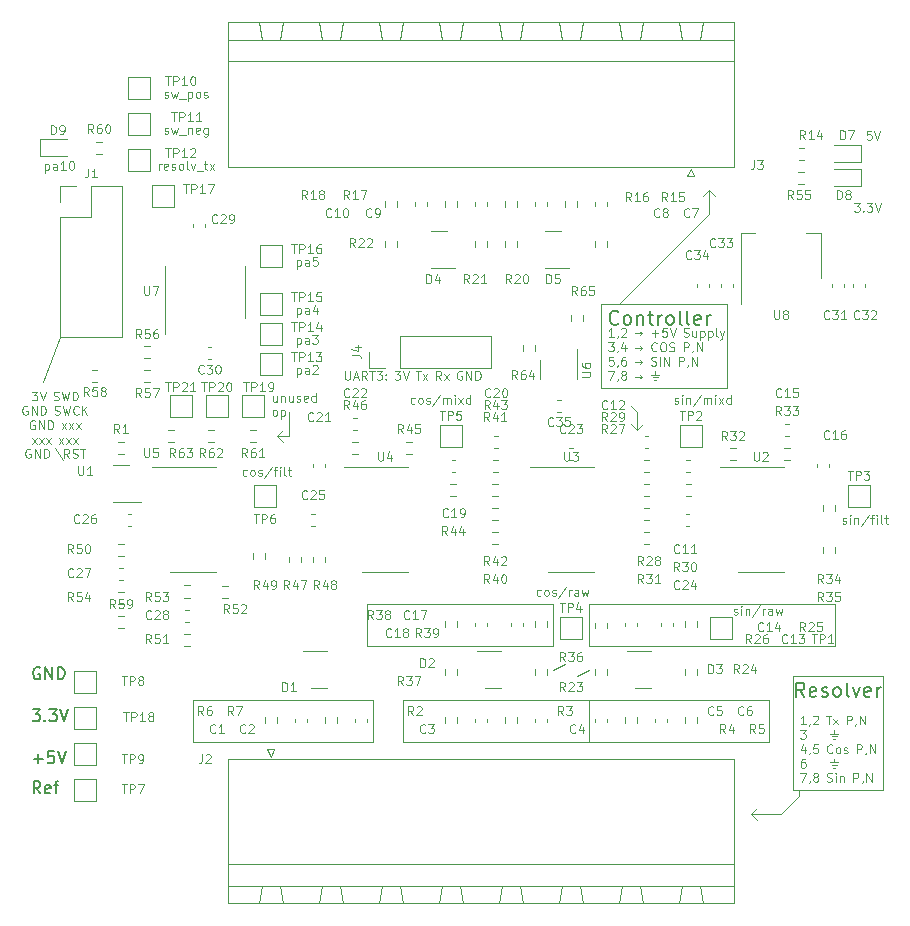
<source format=gbr>
%TF.GenerationSoftware,KiCad,Pcbnew,(6.99.0-4793-g33d76f63b0-dirty)*%
%TF.CreationDate,2022-12-11T21:20:13+01:00*%
%TF.ProjectId,resolver-to-sincos,7265736f-6c76-4657-922d-746f2d73696e,rev?*%
%TF.SameCoordinates,Original*%
%TF.FileFunction,Legend,Top*%
%TF.FilePolarity,Positive*%
%FSLAX46Y46*%
G04 Gerber Fmt 4.6, Leading zero omitted, Abs format (unit mm)*
G04 Created by KiCad (PCBNEW (6.99.0-4793-g33d76f63b0-dirty)) date 2022-12-11 21:20:13*
%MOMM*%
%LPD*%
G01*
G04 APERTURE LIST*
%ADD10C,0.100000*%
%ADD11C,0.150000*%
%ADD12C,0.120000*%
G04 APERTURE END LIST*
D10*
X164084000Y-161036000D02*
X148844000Y-161036000D01*
X164084000Y-157480000D02*
X164084000Y-161036000D01*
X148844000Y-157480000D02*
X164084000Y-157480000D01*
X115316000Y-161036000D02*
X115316000Y-157480000D01*
X130556000Y-161036000D02*
X115316000Y-161036000D01*
X130556000Y-157480000D02*
X130556000Y-161036000D01*
X115316000Y-157480000D02*
X130556000Y-157480000D01*
X148844000Y-152908000D02*
X148844000Y-149352000D01*
X169672000Y-152908000D02*
X148844000Y-152908000D01*
X169672000Y-149352000D02*
X169672000Y-152908000D01*
X148844000Y-149352000D02*
X169672000Y-149352000D01*
X130048000Y-152908000D02*
X130048000Y-149352000D01*
X145796000Y-152908000D02*
X130048000Y-152908000D01*
X145796000Y-149352000D02*
X145796000Y-152908000D01*
X130048000Y-149352000D02*
X145796000Y-149352000D01*
X122428000Y-135128000D02*
X122936000Y-135636000D01*
X122428000Y-135128000D02*
X122936000Y-134620000D01*
X123444000Y-135128000D02*
X123444000Y-133096000D01*
X122428000Y-135128000D02*
X123444000Y-135128000D01*
X122420000Y-131725785D02*
X122420000Y-132225785D01*
X122098571Y-131725785D02*
X122098571Y-132118642D01*
X122098571Y-132118642D02*
X122134285Y-132190071D01*
X122134285Y-132190071D02*
X122205714Y-132225785D01*
X122205714Y-132225785D02*
X122312857Y-132225785D01*
X122312857Y-132225785D02*
X122384285Y-132190071D01*
X122384285Y-132190071D02*
X122420000Y-132154357D01*
X122777142Y-131725785D02*
X122777142Y-132225785D01*
X122777142Y-131797214D02*
X122812856Y-131761500D01*
X122812856Y-131761500D02*
X122884285Y-131725785D01*
X122884285Y-131725785D02*
X122991428Y-131725785D01*
X122991428Y-131725785D02*
X123062856Y-131761500D01*
X123062856Y-131761500D02*
X123098571Y-131832928D01*
X123098571Y-131832928D02*
X123098571Y-132225785D01*
X123777142Y-131725785D02*
X123777142Y-132225785D01*
X123455713Y-131725785D02*
X123455713Y-132118642D01*
X123455713Y-132118642D02*
X123491427Y-132190071D01*
X123491427Y-132190071D02*
X123562856Y-132225785D01*
X123562856Y-132225785D02*
X123669999Y-132225785D01*
X123669999Y-132225785D02*
X123741427Y-132190071D01*
X123741427Y-132190071D02*
X123777142Y-132154357D01*
X124098570Y-132190071D02*
X124169998Y-132225785D01*
X124169998Y-132225785D02*
X124312855Y-132225785D01*
X124312855Y-132225785D02*
X124384284Y-132190071D01*
X124384284Y-132190071D02*
X124419998Y-132118642D01*
X124419998Y-132118642D02*
X124419998Y-132082928D01*
X124419998Y-132082928D02*
X124384284Y-132011500D01*
X124384284Y-132011500D02*
X124312855Y-131975785D01*
X124312855Y-131975785D02*
X124205713Y-131975785D01*
X124205713Y-131975785D02*
X124134284Y-131940071D01*
X124134284Y-131940071D02*
X124098570Y-131868642D01*
X124098570Y-131868642D02*
X124098570Y-131832928D01*
X124098570Y-131832928D02*
X124134284Y-131761500D01*
X124134284Y-131761500D02*
X124205713Y-131725785D01*
X124205713Y-131725785D02*
X124312855Y-131725785D01*
X124312855Y-131725785D02*
X124384284Y-131761500D01*
X125027141Y-132190071D02*
X124955713Y-132225785D01*
X124955713Y-132225785D02*
X124812856Y-132225785D01*
X124812856Y-132225785D02*
X124741427Y-132190071D01*
X124741427Y-132190071D02*
X124705713Y-132118642D01*
X124705713Y-132118642D02*
X124705713Y-131832928D01*
X124705713Y-131832928D02*
X124741427Y-131761500D01*
X124741427Y-131761500D02*
X124812856Y-131725785D01*
X124812856Y-131725785D02*
X124955713Y-131725785D01*
X124955713Y-131725785D02*
X125027141Y-131761500D01*
X125027141Y-131761500D02*
X125062856Y-131832928D01*
X125062856Y-131832928D02*
X125062856Y-131904357D01*
X125062856Y-131904357D02*
X124705713Y-131975785D01*
X125705713Y-132225785D02*
X125705713Y-131475785D01*
X125705713Y-132190071D02*
X125634284Y-132225785D01*
X125634284Y-132225785D02*
X125491427Y-132225785D01*
X125491427Y-132225785D02*
X125419998Y-132190071D01*
X125419998Y-132190071D02*
X125384284Y-132154357D01*
X125384284Y-132154357D02*
X125348570Y-132082928D01*
X125348570Y-132082928D02*
X125348570Y-131868642D01*
X125348570Y-131868642D02*
X125384284Y-131797214D01*
X125384284Y-131797214D02*
X125419998Y-131761500D01*
X125419998Y-131761500D02*
X125491427Y-131725785D01*
X125491427Y-131725785D02*
X125634284Y-131725785D01*
X125634284Y-131725785D02*
X125705713Y-131761500D01*
X122205714Y-133440785D02*
X122134285Y-133405071D01*
X122134285Y-133405071D02*
X122098571Y-133369357D01*
X122098571Y-133369357D02*
X122062857Y-133297928D01*
X122062857Y-133297928D02*
X122062857Y-133083642D01*
X122062857Y-133083642D02*
X122098571Y-133012214D01*
X122098571Y-133012214D02*
X122134285Y-132976500D01*
X122134285Y-132976500D02*
X122205714Y-132940785D01*
X122205714Y-132940785D02*
X122312857Y-132940785D01*
X122312857Y-132940785D02*
X122384285Y-132976500D01*
X122384285Y-132976500D02*
X122420000Y-133012214D01*
X122420000Y-133012214D02*
X122455714Y-133083642D01*
X122455714Y-133083642D02*
X122455714Y-133297928D01*
X122455714Y-133297928D02*
X122420000Y-133369357D01*
X122420000Y-133369357D02*
X122384285Y-133405071D01*
X122384285Y-133405071D02*
X122312857Y-133440785D01*
X122312857Y-133440785D02*
X122205714Y-133440785D01*
X122777142Y-132940785D02*
X122777142Y-133690785D01*
X122777142Y-132976500D02*
X122848571Y-132940785D01*
X122848571Y-132940785D02*
X122991428Y-132940785D01*
X122991428Y-132940785D02*
X123062856Y-132976500D01*
X123062856Y-132976500D02*
X123098571Y-133012214D01*
X123098571Y-133012214D02*
X123134285Y-133083642D01*
X123134285Y-133083642D02*
X123134285Y-133297928D01*
X123134285Y-133297928D02*
X123098571Y-133369357D01*
X123098571Y-133369357D02*
X123062856Y-133405071D01*
X123062856Y-133405071D02*
X122991428Y-133440785D01*
X122991428Y-133440785D02*
X122848571Y-133440785D01*
X122848571Y-133440785D02*
X122777142Y-133405071D01*
X149860000Y-131064000D02*
X149860000Y-123952000D01*
X160528000Y-131064000D02*
X149860000Y-131064000D01*
X160528000Y-123952000D02*
X160528000Y-131064000D01*
X149860000Y-123952000D02*
X160528000Y-123952000D01*
D11*
X151339428Y-125608571D02*
X151282285Y-125665714D01*
X151282285Y-125665714D02*
X151110857Y-125722857D01*
X151110857Y-125722857D02*
X150996571Y-125722857D01*
X150996571Y-125722857D02*
X150825142Y-125665714D01*
X150825142Y-125665714D02*
X150710857Y-125551428D01*
X150710857Y-125551428D02*
X150653714Y-125437142D01*
X150653714Y-125437142D02*
X150596571Y-125208571D01*
X150596571Y-125208571D02*
X150596571Y-125037142D01*
X150596571Y-125037142D02*
X150653714Y-124808571D01*
X150653714Y-124808571D02*
X150710857Y-124694285D01*
X150710857Y-124694285D02*
X150825142Y-124580000D01*
X150825142Y-124580000D02*
X150996571Y-124522857D01*
X150996571Y-124522857D02*
X151110857Y-124522857D01*
X151110857Y-124522857D02*
X151282285Y-124580000D01*
X151282285Y-124580000D02*
X151339428Y-124637142D01*
X152025142Y-125722857D02*
X151910857Y-125665714D01*
X151910857Y-125665714D02*
X151853714Y-125608571D01*
X151853714Y-125608571D02*
X151796571Y-125494285D01*
X151796571Y-125494285D02*
X151796571Y-125151428D01*
X151796571Y-125151428D02*
X151853714Y-125037142D01*
X151853714Y-125037142D02*
X151910857Y-124980000D01*
X151910857Y-124980000D02*
X152025142Y-124922857D01*
X152025142Y-124922857D02*
X152196571Y-124922857D01*
X152196571Y-124922857D02*
X152310857Y-124980000D01*
X152310857Y-124980000D02*
X152368000Y-125037142D01*
X152368000Y-125037142D02*
X152425142Y-125151428D01*
X152425142Y-125151428D02*
X152425142Y-125494285D01*
X152425142Y-125494285D02*
X152368000Y-125608571D01*
X152368000Y-125608571D02*
X152310857Y-125665714D01*
X152310857Y-125665714D02*
X152196571Y-125722857D01*
X152196571Y-125722857D02*
X152025142Y-125722857D01*
X152939428Y-124922857D02*
X152939428Y-125722857D01*
X152939428Y-125037142D02*
X152996571Y-124980000D01*
X152996571Y-124980000D02*
X153110856Y-124922857D01*
X153110856Y-124922857D02*
X153282285Y-124922857D01*
X153282285Y-124922857D02*
X153396571Y-124980000D01*
X153396571Y-124980000D02*
X153453714Y-125094285D01*
X153453714Y-125094285D02*
X153453714Y-125722857D01*
X153853713Y-124922857D02*
X154310856Y-124922857D01*
X154025142Y-124522857D02*
X154025142Y-125551428D01*
X154025142Y-125551428D02*
X154082285Y-125665714D01*
X154082285Y-125665714D02*
X154196570Y-125722857D01*
X154196570Y-125722857D02*
X154310856Y-125722857D01*
X154710856Y-125722857D02*
X154710856Y-124922857D01*
X154710856Y-125151428D02*
X154767999Y-125037142D01*
X154767999Y-125037142D02*
X154825142Y-124980000D01*
X154825142Y-124980000D02*
X154939427Y-124922857D01*
X154939427Y-124922857D02*
X155053713Y-124922857D01*
X155625141Y-125722857D02*
X155510856Y-125665714D01*
X155510856Y-125665714D02*
X155453713Y-125608571D01*
X155453713Y-125608571D02*
X155396570Y-125494285D01*
X155396570Y-125494285D02*
X155396570Y-125151428D01*
X155396570Y-125151428D02*
X155453713Y-125037142D01*
X155453713Y-125037142D02*
X155510856Y-124980000D01*
X155510856Y-124980000D02*
X155625141Y-124922857D01*
X155625141Y-124922857D02*
X155796570Y-124922857D01*
X155796570Y-124922857D02*
X155910856Y-124980000D01*
X155910856Y-124980000D02*
X155967999Y-125037142D01*
X155967999Y-125037142D02*
X156025141Y-125151428D01*
X156025141Y-125151428D02*
X156025141Y-125494285D01*
X156025141Y-125494285D02*
X155967999Y-125608571D01*
X155967999Y-125608571D02*
X155910856Y-125665714D01*
X155910856Y-125665714D02*
X155796570Y-125722857D01*
X155796570Y-125722857D02*
X155625141Y-125722857D01*
X156710855Y-125722857D02*
X156596570Y-125665714D01*
X156596570Y-125665714D02*
X156539427Y-125551428D01*
X156539427Y-125551428D02*
X156539427Y-124522857D01*
X157339426Y-125722857D02*
X157225141Y-125665714D01*
X157225141Y-125665714D02*
X157167998Y-125551428D01*
X157167998Y-125551428D02*
X157167998Y-124522857D01*
X158253712Y-125665714D02*
X158139426Y-125722857D01*
X158139426Y-125722857D02*
X157910855Y-125722857D01*
X157910855Y-125722857D02*
X157796569Y-125665714D01*
X157796569Y-125665714D02*
X157739426Y-125551428D01*
X157739426Y-125551428D02*
X157739426Y-125094285D01*
X157739426Y-125094285D02*
X157796569Y-124980000D01*
X157796569Y-124980000D02*
X157910855Y-124922857D01*
X157910855Y-124922857D02*
X158139426Y-124922857D01*
X158139426Y-124922857D02*
X158253712Y-124980000D01*
X158253712Y-124980000D02*
X158310855Y-125094285D01*
X158310855Y-125094285D02*
X158310855Y-125208571D01*
X158310855Y-125208571D02*
X157739426Y-125322857D01*
X158825140Y-125722857D02*
X158825140Y-124922857D01*
X158825140Y-125151428D02*
X158882283Y-125037142D01*
X158882283Y-125037142D02*
X158939426Y-124980000D01*
X158939426Y-124980000D02*
X159053711Y-124922857D01*
X159053711Y-124922857D02*
X159167997Y-124922857D01*
D10*
X152908000Y-134620000D02*
X153416000Y-134112000D01*
X152908000Y-134620000D02*
X152400000Y-134112000D01*
X152908000Y-133096000D02*
X152908000Y-134620000D01*
X152400000Y-132588000D02*
X152908000Y-133096000D01*
D11*
X167087428Y-157218857D02*
X166687428Y-156647428D01*
X166401714Y-157218857D02*
X166401714Y-156018857D01*
X166401714Y-156018857D02*
X166858857Y-156018857D01*
X166858857Y-156018857D02*
X166973142Y-156076000D01*
X166973142Y-156076000D02*
X167030285Y-156133142D01*
X167030285Y-156133142D02*
X167087428Y-156247428D01*
X167087428Y-156247428D02*
X167087428Y-156418857D01*
X167087428Y-156418857D02*
X167030285Y-156533142D01*
X167030285Y-156533142D02*
X166973142Y-156590285D01*
X166973142Y-156590285D02*
X166858857Y-156647428D01*
X166858857Y-156647428D02*
X166401714Y-156647428D01*
X168058857Y-157161714D02*
X167944571Y-157218857D01*
X167944571Y-157218857D02*
X167716000Y-157218857D01*
X167716000Y-157218857D02*
X167601714Y-157161714D01*
X167601714Y-157161714D02*
X167544571Y-157047428D01*
X167544571Y-157047428D02*
X167544571Y-156590285D01*
X167544571Y-156590285D02*
X167601714Y-156476000D01*
X167601714Y-156476000D02*
X167716000Y-156418857D01*
X167716000Y-156418857D02*
X167944571Y-156418857D01*
X167944571Y-156418857D02*
X168058857Y-156476000D01*
X168058857Y-156476000D02*
X168116000Y-156590285D01*
X168116000Y-156590285D02*
X168116000Y-156704571D01*
X168116000Y-156704571D02*
X167544571Y-156818857D01*
X168573142Y-157161714D02*
X168687428Y-157218857D01*
X168687428Y-157218857D02*
X168915999Y-157218857D01*
X168915999Y-157218857D02*
X169030285Y-157161714D01*
X169030285Y-157161714D02*
X169087428Y-157047428D01*
X169087428Y-157047428D02*
X169087428Y-156990285D01*
X169087428Y-156990285D02*
X169030285Y-156876000D01*
X169030285Y-156876000D02*
X168915999Y-156818857D01*
X168915999Y-156818857D02*
X168744571Y-156818857D01*
X168744571Y-156818857D02*
X168630285Y-156761714D01*
X168630285Y-156761714D02*
X168573142Y-156647428D01*
X168573142Y-156647428D02*
X168573142Y-156590285D01*
X168573142Y-156590285D02*
X168630285Y-156476000D01*
X168630285Y-156476000D02*
X168744571Y-156418857D01*
X168744571Y-156418857D02*
X168915999Y-156418857D01*
X168915999Y-156418857D02*
X169030285Y-156476000D01*
X169773142Y-157218857D02*
X169658857Y-157161714D01*
X169658857Y-157161714D02*
X169601714Y-157104571D01*
X169601714Y-157104571D02*
X169544571Y-156990285D01*
X169544571Y-156990285D02*
X169544571Y-156647428D01*
X169544571Y-156647428D02*
X169601714Y-156533142D01*
X169601714Y-156533142D02*
X169658857Y-156476000D01*
X169658857Y-156476000D02*
X169773142Y-156418857D01*
X169773142Y-156418857D02*
X169944571Y-156418857D01*
X169944571Y-156418857D02*
X170058857Y-156476000D01*
X170058857Y-156476000D02*
X170116000Y-156533142D01*
X170116000Y-156533142D02*
X170173142Y-156647428D01*
X170173142Y-156647428D02*
X170173142Y-156990285D01*
X170173142Y-156990285D02*
X170116000Y-157104571D01*
X170116000Y-157104571D02*
X170058857Y-157161714D01*
X170058857Y-157161714D02*
X169944571Y-157218857D01*
X169944571Y-157218857D02*
X169773142Y-157218857D01*
X170858856Y-157218857D02*
X170744571Y-157161714D01*
X170744571Y-157161714D02*
X170687428Y-157047428D01*
X170687428Y-157047428D02*
X170687428Y-156018857D01*
X171201713Y-156418857D02*
X171487427Y-157218857D01*
X171487427Y-157218857D02*
X171773142Y-156418857D01*
X172687428Y-157161714D02*
X172573142Y-157218857D01*
X172573142Y-157218857D02*
X172344571Y-157218857D01*
X172344571Y-157218857D02*
X172230285Y-157161714D01*
X172230285Y-157161714D02*
X172173142Y-157047428D01*
X172173142Y-157047428D02*
X172173142Y-156590285D01*
X172173142Y-156590285D02*
X172230285Y-156476000D01*
X172230285Y-156476000D02*
X172344571Y-156418857D01*
X172344571Y-156418857D02*
X172573142Y-156418857D01*
X172573142Y-156418857D02*
X172687428Y-156476000D01*
X172687428Y-156476000D02*
X172744571Y-156590285D01*
X172744571Y-156590285D02*
X172744571Y-156704571D01*
X172744571Y-156704571D02*
X172173142Y-156818857D01*
X173258856Y-157218857D02*
X173258856Y-156418857D01*
X173258856Y-156647428D02*
X173315999Y-156533142D01*
X173315999Y-156533142D02*
X173373142Y-156476000D01*
X173373142Y-156476000D02*
X173487427Y-156418857D01*
X173487427Y-156418857D02*
X173601713Y-156418857D01*
D10*
X166116000Y-155448000D02*
X166116000Y-165100000D01*
X173736000Y-155448000D02*
X166116000Y-155448000D01*
X173736000Y-165100000D02*
X173736000Y-155448000D01*
X166116000Y-165100000D02*
X173736000Y-165100000D01*
X159004000Y-114300000D02*
X159512000Y-114808000D01*
X159004000Y-114300000D02*
X158496000Y-114808000D01*
X159004000Y-116332000D02*
X159004000Y-114300000D01*
X151384000Y-123952000D02*
X159004000Y-116332000D01*
X150939428Y-126747785D02*
X150510857Y-126747785D01*
X150725142Y-126747785D02*
X150725142Y-125997785D01*
X150725142Y-125997785D02*
X150653714Y-126104928D01*
X150653714Y-126104928D02*
X150582285Y-126176357D01*
X150582285Y-126176357D02*
X150510857Y-126212071D01*
X151296571Y-126712071D02*
X151296571Y-126747785D01*
X151296571Y-126747785D02*
X151260857Y-126819214D01*
X151260857Y-126819214D02*
X151225143Y-126854928D01*
X151582286Y-126069214D02*
X151618000Y-126033500D01*
X151618000Y-126033500D02*
X151689429Y-125997785D01*
X151689429Y-125997785D02*
X151868000Y-125997785D01*
X151868000Y-125997785D02*
X151939429Y-126033500D01*
X151939429Y-126033500D02*
X151975143Y-126069214D01*
X151975143Y-126069214D02*
X152010857Y-126140642D01*
X152010857Y-126140642D02*
X152010857Y-126212071D01*
X152010857Y-126212071D02*
X151975143Y-126319214D01*
X151975143Y-126319214D02*
X151546571Y-126747785D01*
X151546571Y-126747785D02*
X152010857Y-126747785D01*
X152782286Y-126462071D02*
X153353715Y-126462071D01*
X153210857Y-126604928D02*
X153353715Y-126462071D01*
X153353715Y-126462071D02*
X153210857Y-126319214D01*
X154160857Y-126462071D02*
X154732286Y-126462071D01*
X154446571Y-126747785D02*
X154446571Y-126176357D01*
X155446571Y-125997785D02*
X155089428Y-125997785D01*
X155089428Y-125997785D02*
X155053714Y-126354928D01*
X155053714Y-126354928D02*
X155089428Y-126319214D01*
X155089428Y-126319214D02*
X155160857Y-126283500D01*
X155160857Y-126283500D02*
X155339428Y-126283500D01*
X155339428Y-126283500D02*
X155410857Y-126319214D01*
X155410857Y-126319214D02*
X155446571Y-126354928D01*
X155446571Y-126354928D02*
X155482285Y-126426357D01*
X155482285Y-126426357D02*
X155482285Y-126604928D01*
X155482285Y-126604928D02*
X155446571Y-126676357D01*
X155446571Y-126676357D02*
X155410857Y-126712071D01*
X155410857Y-126712071D02*
X155339428Y-126747785D01*
X155339428Y-126747785D02*
X155160857Y-126747785D01*
X155160857Y-126747785D02*
X155089428Y-126712071D01*
X155089428Y-126712071D02*
X155053714Y-126676357D01*
X155696571Y-125997785D02*
X155946571Y-126747785D01*
X155946571Y-126747785D02*
X156196571Y-125997785D01*
X156860857Y-126712071D02*
X156968000Y-126747785D01*
X156968000Y-126747785D02*
X157146571Y-126747785D01*
X157146571Y-126747785D02*
X157218000Y-126712071D01*
X157218000Y-126712071D02*
X157253714Y-126676357D01*
X157253714Y-126676357D02*
X157289428Y-126604928D01*
X157289428Y-126604928D02*
X157289428Y-126533500D01*
X157289428Y-126533500D02*
X157253714Y-126462071D01*
X157253714Y-126462071D02*
X157218000Y-126426357D01*
X157218000Y-126426357D02*
X157146571Y-126390642D01*
X157146571Y-126390642D02*
X157003714Y-126354928D01*
X157003714Y-126354928D02*
X156932285Y-126319214D01*
X156932285Y-126319214D02*
X156896571Y-126283500D01*
X156896571Y-126283500D02*
X156860857Y-126212071D01*
X156860857Y-126212071D02*
X156860857Y-126140642D01*
X156860857Y-126140642D02*
X156896571Y-126069214D01*
X156896571Y-126069214D02*
X156932285Y-126033500D01*
X156932285Y-126033500D02*
X157003714Y-125997785D01*
X157003714Y-125997785D02*
X157182285Y-125997785D01*
X157182285Y-125997785D02*
X157289428Y-126033500D01*
X157932286Y-126247785D02*
X157932286Y-126747785D01*
X157610857Y-126247785D02*
X157610857Y-126640642D01*
X157610857Y-126640642D02*
X157646571Y-126712071D01*
X157646571Y-126712071D02*
X157718000Y-126747785D01*
X157718000Y-126747785D02*
X157825143Y-126747785D01*
X157825143Y-126747785D02*
X157896571Y-126712071D01*
X157896571Y-126712071D02*
X157932286Y-126676357D01*
X158289428Y-126247785D02*
X158289428Y-126997785D01*
X158289428Y-126283500D02*
X158360857Y-126247785D01*
X158360857Y-126247785D02*
X158503714Y-126247785D01*
X158503714Y-126247785D02*
X158575142Y-126283500D01*
X158575142Y-126283500D02*
X158610857Y-126319214D01*
X158610857Y-126319214D02*
X158646571Y-126390642D01*
X158646571Y-126390642D02*
X158646571Y-126604928D01*
X158646571Y-126604928D02*
X158610857Y-126676357D01*
X158610857Y-126676357D02*
X158575142Y-126712071D01*
X158575142Y-126712071D02*
X158503714Y-126747785D01*
X158503714Y-126747785D02*
X158360857Y-126747785D01*
X158360857Y-126747785D02*
X158289428Y-126712071D01*
X158967999Y-126247785D02*
X158967999Y-126997785D01*
X158967999Y-126283500D02*
X159039428Y-126247785D01*
X159039428Y-126247785D02*
X159182285Y-126247785D01*
X159182285Y-126247785D02*
X159253713Y-126283500D01*
X159253713Y-126283500D02*
X159289428Y-126319214D01*
X159289428Y-126319214D02*
X159325142Y-126390642D01*
X159325142Y-126390642D02*
X159325142Y-126604928D01*
X159325142Y-126604928D02*
X159289428Y-126676357D01*
X159289428Y-126676357D02*
X159253713Y-126712071D01*
X159253713Y-126712071D02*
X159182285Y-126747785D01*
X159182285Y-126747785D02*
X159039428Y-126747785D01*
X159039428Y-126747785D02*
X158967999Y-126712071D01*
X159753713Y-126747785D02*
X159682284Y-126712071D01*
X159682284Y-126712071D02*
X159646570Y-126640642D01*
X159646570Y-126640642D02*
X159646570Y-125997785D01*
X159967998Y-126247785D02*
X160146570Y-126747785D01*
X160325141Y-126247785D02*
X160146570Y-126747785D01*
X160146570Y-126747785D02*
X160075141Y-126926357D01*
X160075141Y-126926357D02*
X160039427Y-126962071D01*
X160039427Y-126962071D02*
X159967998Y-126997785D01*
X150475142Y-127212785D02*
X150939428Y-127212785D01*
X150939428Y-127212785D02*
X150689428Y-127498500D01*
X150689428Y-127498500D02*
X150796571Y-127498500D01*
X150796571Y-127498500D02*
X150868000Y-127534214D01*
X150868000Y-127534214D02*
X150903714Y-127569928D01*
X150903714Y-127569928D02*
X150939428Y-127641357D01*
X150939428Y-127641357D02*
X150939428Y-127819928D01*
X150939428Y-127819928D02*
X150903714Y-127891357D01*
X150903714Y-127891357D02*
X150868000Y-127927071D01*
X150868000Y-127927071D02*
X150796571Y-127962785D01*
X150796571Y-127962785D02*
X150582285Y-127962785D01*
X150582285Y-127962785D02*
X150510857Y-127927071D01*
X150510857Y-127927071D02*
X150475142Y-127891357D01*
X151296571Y-127927071D02*
X151296571Y-127962785D01*
X151296571Y-127962785D02*
X151260857Y-128034214D01*
X151260857Y-128034214D02*
X151225143Y-128069928D01*
X151939429Y-127462785D02*
X151939429Y-127962785D01*
X151760857Y-127177071D02*
X151582286Y-127712785D01*
X151582286Y-127712785D02*
X152046571Y-127712785D01*
X152782286Y-127677071D02*
X153353715Y-127677071D01*
X153210857Y-127819928D02*
X153353715Y-127677071D01*
X153353715Y-127677071D02*
X153210857Y-127534214D01*
X154589428Y-127891357D02*
X154553714Y-127927071D01*
X154553714Y-127927071D02*
X154446571Y-127962785D01*
X154446571Y-127962785D02*
X154375143Y-127962785D01*
X154375143Y-127962785D02*
X154268000Y-127927071D01*
X154268000Y-127927071D02*
X154196571Y-127855642D01*
X154196571Y-127855642D02*
X154160857Y-127784214D01*
X154160857Y-127784214D02*
X154125143Y-127641357D01*
X154125143Y-127641357D02*
X154125143Y-127534214D01*
X154125143Y-127534214D02*
X154160857Y-127391357D01*
X154160857Y-127391357D02*
X154196571Y-127319928D01*
X154196571Y-127319928D02*
X154268000Y-127248500D01*
X154268000Y-127248500D02*
X154375143Y-127212785D01*
X154375143Y-127212785D02*
X154446571Y-127212785D01*
X154446571Y-127212785D02*
X154553714Y-127248500D01*
X154553714Y-127248500D02*
X154589428Y-127284214D01*
X155053714Y-127212785D02*
X155196571Y-127212785D01*
X155196571Y-127212785D02*
X155268000Y-127248500D01*
X155268000Y-127248500D02*
X155339428Y-127319928D01*
X155339428Y-127319928D02*
X155375143Y-127462785D01*
X155375143Y-127462785D02*
X155375143Y-127712785D01*
X155375143Y-127712785D02*
X155339428Y-127855642D01*
X155339428Y-127855642D02*
X155268000Y-127927071D01*
X155268000Y-127927071D02*
X155196571Y-127962785D01*
X155196571Y-127962785D02*
X155053714Y-127962785D01*
X155053714Y-127962785D02*
X154982286Y-127927071D01*
X154982286Y-127927071D02*
X154910857Y-127855642D01*
X154910857Y-127855642D02*
X154875143Y-127712785D01*
X154875143Y-127712785D02*
X154875143Y-127462785D01*
X154875143Y-127462785D02*
X154910857Y-127319928D01*
X154910857Y-127319928D02*
X154982286Y-127248500D01*
X154982286Y-127248500D02*
X155053714Y-127212785D01*
X155660857Y-127927071D02*
X155768000Y-127962785D01*
X155768000Y-127962785D02*
X155946571Y-127962785D01*
X155946571Y-127962785D02*
X156018000Y-127927071D01*
X156018000Y-127927071D02*
X156053714Y-127891357D01*
X156053714Y-127891357D02*
X156089428Y-127819928D01*
X156089428Y-127819928D02*
X156089428Y-127748500D01*
X156089428Y-127748500D02*
X156053714Y-127677071D01*
X156053714Y-127677071D02*
X156018000Y-127641357D01*
X156018000Y-127641357D02*
X155946571Y-127605642D01*
X155946571Y-127605642D02*
X155803714Y-127569928D01*
X155803714Y-127569928D02*
X155732285Y-127534214D01*
X155732285Y-127534214D02*
X155696571Y-127498500D01*
X155696571Y-127498500D02*
X155660857Y-127427071D01*
X155660857Y-127427071D02*
X155660857Y-127355642D01*
X155660857Y-127355642D02*
X155696571Y-127284214D01*
X155696571Y-127284214D02*
X155732285Y-127248500D01*
X155732285Y-127248500D02*
X155803714Y-127212785D01*
X155803714Y-127212785D02*
X155982285Y-127212785D01*
X155982285Y-127212785D02*
X156089428Y-127248500D01*
X156860857Y-127962785D02*
X156860857Y-127212785D01*
X156860857Y-127212785D02*
X157146571Y-127212785D01*
X157146571Y-127212785D02*
X157218000Y-127248500D01*
X157218000Y-127248500D02*
X157253714Y-127284214D01*
X157253714Y-127284214D02*
X157289428Y-127355642D01*
X157289428Y-127355642D02*
X157289428Y-127462785D01*
X157289428Y-127462785D02*
X157253714Y-127534214D01*
X157253714Y-127534214D02*
X157218000Y-127569928D01*
X157218000Y-127569928D02*
X157146571Y-127605642D01*
X157146571Y-127605642D02*
X156860857Y-127605642D01*
X157646571Y-127927071D02*
X157646571Y-127962785D01*
X157646571Y-127962785D02*
X157610857Y-128034214D01*
X157610857Y-128034214D02*
X157575143Y-128069928D01*
X157968000Y-127962785D02*
X157968000Y-127212785D01*
X157968000Y-127212785D02*
X158396571Y-127962785D01*
X158396571Y-127962785D02*
X158396571Y-127212785D01*
X150903714Y-128427785D02*
X150546571Y-128427785D01*
X150546571Y-128427785D02*
X150510857Y-128784928D01*
X150510857Y-128784928D02*
X150546571Y-128749214D01*
X150546571Y-128749214D02*
X150618000Y-128713500D01*
X150618000Y-128713500D02*
X150796571Y-128713500D01*
X150796571Y-128713500D02*
X150868000Y-128749214D01*
X150868000Y-128749214D02*
X150903714Y-128784928D01*
X150903714Y-128784928D02*
X150939428Y-128856357D01*
X150939428Y-128856357D02*
X150939428Y-129034928D01*
X150939428Y-129034928D02*
X150903714Y-129106357D01*
X150903714Y-129106357D02*
X150868000Y-129142071D01*
X150868000Y-129142071D02*
X150796571Y-129177785D01*
X150796571Y-129177785D02*
X150618000Y-129177785D01*
X150618000Y-129177785D02*
X150546571Y-129142071D01*
X150546571Y-129142071D02*
X150510857Y-129106357D01*
X151296571Y-129142071D02*
X151296571Y-129177785D01*
X151296571Y-129177785D02*
X151260857Y-129249214D01*
X151260857Y-129249214D02*
X151225143Y-129284928D01*
X151939429Y-128427785D02*
X151796571Y-128427785D01*
X151796571Y-128427785D02*
X151725143Y-128463500D01*
X151725143Y-128463500D02*
X151689429Y-128499214D01*
X151689429Y-128499214D02*
X151618000Y-128606357D01*
X151618000Y-128606357D02*
X151582286Y-128749214D01*
X151582286Y-128749214D02*
X151582286Y-129034928D01*
X151582286Y-129034928D02*
X151618000Y-129106357D01*
X151618000Y-129106357D02*
X151653714Y-129142071D01*
X151653714Y-129142071D02*
X151725143Y-129177785D01*
X151725143Y-129177785D02*
X151868000Y-129177785D01*
X151868000Y-129177785D02*
X151939429Y-129142071D01*
X151939429Y-129142071D02*
X151975143Y-129106357D01*
X151975143Y-129106357D02*
X152010857Y-129034928D01*
X152010857Y-129034928D02*
X152010857Y-128856357D01*
X152010857Y-128856357D02*
X151975143Y-128784928D01*
X151975143Y-128784928D02*
X151939429Y-128749214D01*
X151939429Y-128749214D02*
X151868000Y-128713500D01*
X151868000Y-128713500D02*
X151725143Y-128713500D01*
X151725143Y-128713500D02*
X151653714Y-128749214D01*
X151653714Y-128749214D02*
X151618000Y-128784928D01*
X151618000Y-128784928D02*
X151582286Y-128856357D01*
X152782286Y-128892071D02*
X153353715Y-128892071D01*
X153210857Y-129034928D02*
X153353715Y-128892071D01*
X153353715Y-128892071D02*
X153210857Y-128749214D01*
X154125143Y-129142071D02*
X154232286Y-129177785D01*
X154232286Y-129177785D02*
X154410857Y-129177785D01*
X154410857Y-129177785D02*
X154482286Y-129142071D01*
X154482286Y-129142071D02*
X154518000Y-129106357D01*
X154518000Y-129106357D02*
X154553714Y-129034928D01*
X154553714Y-129034928D02*
X154553714Y-128963500D01*
X154553714Y-128963500D02*
X154518000Y-128892071D01*
X154518000Y-128892071D02*
X154482286Y-128856357D01*
X154482286Y-128856357D02*
X154410857Y-128820642D01*
X154410857Y-128820642D02*
X154268000Y-128784928D01*
X154268000Y-128784928D02*
X154196571Y-128749214D01*
X154196571Y-128749214D02*
X154160857Y-128713500D01*
X154160857Y-128713500D02*
X154125143Y-128642071D01*
X154125143Y-128642071D02*
X154125143Y-128570642D01*
X154125143Y-128570642D02*
X154160857Y-128499214D01*
X154160857Y-128499214D02*
X154196571Y-128463500D01*
X154196571Y-128463500D02*
X154268000Y-128427785D01*
X154268000Y-128427785D02*
X154446571Y-128427785D01*
X154446571Y-128427785D02*
X154553714Y-128463500D01*
X154875143Y-129177785D02*
X154875143Y-128427785D01*
X155232286Y-129177785D02*
X155232286Y-128427785D01*
X155232286Y-128427785D02*
X155660857Y-129177785D01*
X155660857Y-129177785D02*
X155660857Y-128427785D01*
X156468000Y-129177785D02*
X156468000Y-128427785D01*
X156468000Y-128427785D02*
X156753714Y-128427785D01*
X156753714Y-128427785D02*
X156825143Y-128463500D01*
X156825143Y-128463500D02*
X156860857Y-128499214D01*
X156860857Y-128499214D02*
X156896571Y-128570642D01*
X156896571Y-128570642D02*
X156896571Y-128677785D01*
X156896571Y-128677785D02*
X156860857Y-128749214D01*
X156860857Y-128749214D02*
X156825143Y-128784928D01*
X156825143Y-128784928D02*
X156753714Y-128820642D01*
X156753714Y-128820642D02*
X156468000Y-128820642D01*
X157253714Y-129142071D02*
X157253714Y-129177785D01*
X157253714Y-129177785D02*
X157218000Y-129249214D01*
X157218000Y-129249214D02*
X157182286Y-129284928D01*
X157575143Y-129177785D02*
X157575143Y-128427785D01*
X157575143Y-128427785D02*
X158003714Y-129177785D01*
X158003714Y-129177785D02*
X158003714Y-128427785D01*
X150475142Y-129642785D02*
X150975142Y-129642785D01*
X150975142Y-129642785D02*
X150653714Y-130392785D01*
X151296571Y-130357071D02*
X151296571Y-130392785D01*
X151296571Y-130392785D02*
X151260857Y-130464214D01*
X151260857Y-130464214D02*
X151225143Y-130499928D01*
X151725143Y-129964214D02*
X151653714Y-129928500D01*
X151653714Y-129928500D02*
X151618000Y-129892785D01*
X151618000Y-129892785D02*
X151582286Y-129821357D01*
X151582286Y-129821357D02*
X151582286Y-129785642D01*
X151582286Y-129785642D02*
X151618000Y-129714214D01*
X151618000Y-129714214D02*
X151653714Y-129678500D01*
X151653714Y-129678500D02*
X151725143Y-129642785D01*
X151725143Y-129642785D02*
X151868000Y-129642785D01*
X151868000Y-129642785D02*
X151939429Y-129678500D01*
X151939429Y-129678500D02*
X151975143Y-129714214D01*
X151975143Y-129714214D02*
X152010857Y-129785642D01*
X152010857Y-129785642D02*
X152010857Y-129821357D01*
X152010857Y-129821357D02*
X151975143Y-129892785D01*
X151975143Y-129892785D02*
X151939429Y-129928500D01*
X151939429Y-129928500D02*
X151868000Y-129964214D01*
X151868000Y-129964214D02*
X151725143Y-129964214D01*
X151725143Y-129964214D02*
X151653714Y-129999928D01*
X151653714Y-129999928D02*
X151618000Y-130035642D01*
X151618000Y-130035642D02*
X151582286Y-130107071D01*
X151582286Y-130107071D02*
X151582286Y-130249928D01*
X151582286Y-130249928D02*
X151618000Y-130321357D01*
X151618000Y-130321357D02*
X151653714Y-130357071D01*
X151653714Y-130357071D02*
X151725143Y-130392785D01*
X151725143Y-130392785D02*
X151868000Y-130392785D01*
X151868000Y-130392785D02*
X151939429Y-130357071D01*
X151939429Y-130357071D02*
X151975143Y-130321357D01*
X151975143Y-130321357D02*
X152010857Y-130249928D01*
X152010857Y-130249928D02*
X152010857Y-130107071D01*
X152010857Y-130107071D02*
X151975143Y-130035642D01*
X151975143Y-130035642D02*
X151939429Y-129999928D01*
X151939429Y-129999928D02*
X151868000Y-129964214D01*
X152782286Y-130107071D02*
X153353715Y-130107071D01*
X153210857Y-130249928D02*
X153353715Y-130107071D01*
X153353715Y-130107071D02*
X153210857Y-129964214D01*
X154089428Y-129964214D02*
X154803714Y-129964214D01*
X154232286Y-130178500D02*
X154660857Y-130178500D01*
X154446571Y-129642785D02*
X154446571Y-129964214D01*
X154518000Y-130392785D02*
X154375143Y-130392785D01*
X162560000Y-167132000D02*
X163068000Y-167640000D01*
X162560000Y-167132000D02*
X163068000Y-166624000D01*
X165100000Y-167132000D02*
X162560000Y-167132000D01*
X166624000Y-165608000D02*
X165100000Y-167132000D01*
X166624000Y-165100000D02*
X166624000Y-165608000D01*
X167195428Y-159568785D02*
X166766857Y-159568785D01*
X166981142Y-159568785D02*
X166981142Y-158818785D01*
X166981142Y-158818785D02*
X166909714Y-158925928D01*
X166909714Y-158925928D02*
X166838285Y-158997357D01*
X166838285Y-158997357D02*
X166766857Y-159033071D01*
X167552571Y-159533071D02*
X167552571Y-159568785D01*
X167552571Y-159568785D02*
X167516857Y-159640214D01*
X167516857Y-159640214D02*
X167481143Y-159675928D01*
X167838286Y-158890214D02*
X167874000Y-158854500D01*
X167874000Y-158854500D02*
X167945429Y-158818785D01*
X167945429Y-158818785D02*
X168124000Y-158818785D01*
X168124000Y-158818785D02*
X168195429Y-158854500D01*
X168195429Y-158854500D02*
X168231143Y-158890214D01*
X168231143Y-158890214D02*
X168266857Y-158961642D01*
X168266857Y-158961642D02*
X168266857Y-159033071D01*
X168266857Y-159033071D02*
X168231143Y-159140214D01*
X168231143Y-159140214D02*
X167802571Y-159568785D01*
X167802571Y-159568785D02*
X168266857Y-159568785D01*
X168931143Y-158818785D02*
X169359715Y-158818785D01*
X169145429Y-159568785D02*
X169145429Y-158818785D01*
X169538286Y-159568785D02*
X169931144Y-159068785D01*
X169538286Y-159068785D02*
X169931144Y-159568785D01*
X170666858Y-159568785D02*
X170666858Y-158818785D01*
X170666858Y-158818785D02*
X170952572Y-158818785D01*
X170952572Y-158818785D02*
X171024001Y-158854500D01*
X171024001Y-158854500D02*
X171059715Y-158890214D01*
X171059715Y-158890214D02*
X171095429Y-158961642D01*
X171095429Y-158961642D02*
X171095429Y-159068785D01*
X171095429Y-159068785D02*
X171059715Y-159140214D01*
X171059715Y-159140214D02*
X171024001Y-159175928D01*
X171024001Y-159175928D02*
X170952572Y-159211642D01*
X170952572Y-159211642D02*
X170666858Y-159211642D01*
X171452572Y-159533071D02*
X171452572Y-159568785D01*
X171452572Y-159568785D02*
X171416858Y-159640214D01*
X171416858Y-159640214D02*
X171381144Y-159675928D01*
X171774001Y-159568785D02*
X171774001Y-158818785D01*
X171774001Y-158818785D02*
X172202572Y-159568785D01*
X172202572Y-159568785D02*
X172202572Y-158818785D01*
X166731142Y-160033785D02*
X167195428Y-160033785D01*
X167195428Y-160033785D02*
X166945428Y-160319500D01*
X166945428Y-160319500D02*
X167052571Y-160319500D01*
X167052571Y-160319500D02*
X167124000Y-160355214D01*
X167124000Y-160355214D02*
X167159714Y-160390928D01*
X167159714Y-160390928D02*
X167195428Y-160462357D01*
X167195428Y-160462357D02*
X167195428Y-160640928D01*
X167195428Y-160640928D02*
X167159714Y-160712357D01*
X167159714Y-160712357D02*
X167124000Y-160748071D01*
X167124000Y-160748071D02*
X167052571Y-160783785D01*
X167052571Y-160783785D02*
X166838285Y-160783785D01*
X166838285Y-160783785D02*
X166766857Y-160748071D01*
X166766857Y-160748071D02*
X166731142Y-160712357D01*
X169245428Y-160355214D02*
X169959714Y-160355214D01*
X169388286Y-160569500D02*
X169816857Y-160569500D01*
X169602571Y-160033785D02*
X169602571Y-160355214D01*
X169674000Y-160783785D02*
X169531143Y-160783785D01*
X167124000Y-161498785D02*
X167124000Y-161998785D01*
X166945428Y-161213071D02*
X166766857Y-161748785D01*
X166766857Y-161748785D02*
X167231142Y-161748785D01*
X167552571Y-161963071D02*
X167552571Y-161998785D01*
X167552571Y-161998785D02*
X167516857Y-162070214D01*
X167516857Y-162070214D02*
X167481143Y-162105928D01*
X168231143Y-161248785D02*
X167874000Y-161248785D01*
X167874000Y-161248785D02*
X167838286Y-161605928D01*
X167838286Y-161605928D02*
X167874000Y-161570214D01*
X167874000Y-161570214D02*
X167945429Y-161534500D01*
X167945429Y-161534500D02*
X168124000Y-161534500D01*
X168124000Y-161534500D02*
X168195429Y-161570214D01*
X168195429Y-161570214D02*
X168231143Y-161605928D01*
X168231143Y-161605928D02*
X168266857Y-161677357D01*
X168266857Y-161677357D02*
X168266857Y-161855928D01*
X168266857Y-161855928D02*
X168231143Y-161927357D01*
X168231143Y-161927357D02*
X168195429Y-161963071D01*
X168195429Y-161963071D02*
X168124000Y-161998785D01*
X168124000Y-161998785D02*
X167945429Y-161998785D01*
X167945429Y-161998785D02*
X167874000Y-161963071D01*
X167874000Y-161963071D02*
X167838286Y-161927357D01*
X169466857Y-161927357D02*
X169431143Y-161963071D01*
X169431143Y-161963071D02*
X169324000Y-161998785D01*
X169324000Y-161998785D02*
X169252572Y-161998785D01*
X169252572Y-161998785D02*
X169145429Y-161963071D01*
X169145429Y-161963071D02*
X169074000Y-161891642D01*
X169074000Y-161891642D02*
X169038286Y-161820214D01*
X169038286Y-161820214D02*
X169002572Y-161677357D01*
X169002572Y-161677357D02*
X169002572Y-161570214D01*
X169002572Y-161570214D02*
X169038286Y-161427357D01*
X169038286Y-161427357D02*
X169074000Y-161355928D01*
X169074000Y-161355928D02*
X169145429Y-161284500D01*
X169145429Y-161284500D02*
X169252572Y-161248785D01*
X169252572Y-161248785D02*
X169324000Y-161248785D01*
X169324000Y-161248785D02*
X169431143Y-161284500D01*
X169431143Y-161284500D02*
X169466857Y-161320214D01*
X169895429Y-161998785D02*
X169824000Y-161963071D01*
X169824000Y-161963071D02*
X169788286Y-161927357D01*
X169788286Y-161927357D02*
X169752572Y-161855928D01*
X169752572Y-161855928D02*
X169752572Y-161641642D01*
X169752572Y-161641642D02*
X169788286Y-161570214D01*
X169788286Y-161570214D02*
X169824000Y-161534500D01*
X169824000Y-161534500D02*
X169895429Y-161498785D01*
X169895429Y-161498785D02*
X170002572Y-161498785D01*
X170002572Y-161498785D02*
X170074000Y-161534500D01*
X170074000Y-161534500D02*
X170109715Y-161570214D01*
X170109715Y-161570214D02*
X170145429Y-161641642D01*
X170145429Y-161641642D02*
X170145429Y-161855928D01*
X170145429Y-161855928D02*
X170109715Y-161927357D01*
X170109715Y-161927357D02*
X170074000Y-161963071D01*
X170074000Y-161963071D02*
X170002572Y-161998785D01*
X170002572Y-161998785D02*
X169895429Y-161998785D01*
X170431143Y-161963071D02*
X170502571Y-161998785D01*
X170502571Y-161998785D02*
X170645428Y-161998785D01*
X170645428Y-161998785D02*
X170716857Y-161963071D01*
X170716857Y-161963071D02*
X170752571Y-161891642D01*
X170752571Y-161891642D02*
X170752571Y-161855928D01*
X170752571Y-161855928D02*
X170716857Y-161784500D01*
X170716857Y-161784500D02*
X170645428Y-161748785D01*
X170645428Y-161748785D02*
X170538286Y-161748785D01*
X170538286Y-161748785D02*
X170466857Y-161713071D01*
X170466857Y-161713071D02*
X170431143Y-161641642D01*
X170431143Y-161641642D02*
X170431143Y-161605928D01*
X170431143Y-161605928D02*
X170466857Y-161534500D01*
X170466857Y-161534500D02*
X170538286Y-161498785D01*
X170538286Y-161498785D02*
X170645428Y-161498785D01*
X170645428Y-161498785D02*
X170716857Y-161534500D01*
X171524000Y-161998785D02*
X171524000Y-161248785D01*
X171524000Y-161248785D02*
X171809714Y-161248785D01*
X171809714Y-161248785D02*
X171881143Y-161284500D01*
X171881143Y-161284500D02*
X171916857Y-161320214D01*
X171916857Y-161320214D02*
X171952571Y-161391642D01*
X171952571Y-161391642D02*
X171952571Y-161498785D01*
X171952571Y-161498785D02*
X171916857Y-161570214D01*
X171916857Y-161570214D02*
X171881143Y-161605928D01*
X171881143Y-161605928D02*
X171809714Y-161641642D01*
X171809714Y-161641642D02*
X171524000Y-161641642D01*
X172309714Y-161963071D02*
X172309714Y-161998785D01*
X172309714Y-161998785D02*
X172274000Y-162070214D01*
X172274000Y-162070214D02*
X172238286Y-162105928D01*
X172631143Y-161998785D02*
X172631143Y-161248785D01*
X172631143Y-161248785D02*
X173059714Y-161998785D01*
X173059714Y-161998785D02*
X173059714Y-161248785D01*
X167124000Y-162463785D02*
X166981142Y-162463785D01*
X166981142Y-162463785D02*
X166909714Y-162499500D01*
X166909714Y-162499500D02*
X166874000Y-162535214D01*
X166874000Y-162535214D02*
X166802571Y-162642357D01*
X166802571Y-162642357D02*
X166766857Y-162785214D01*
X166766857Y-162785214D02*
X166766857Y-163070928D01*
X166766857Y-163070928D02*
X166802571Y-163142357D01*
X166802571Y-163142357D02*
X166838285Y-163178071D01*
X166838285Y-163178071D02*
X166909714Y-163213785D01*
X166909714Y-163213785D02*
X167052571Y-163213785D01*
X167052571Y-163213785D02*
X167124000Y-163178071D01*
X167124000Y-163178071D02*
X167159714Y-163142357D01*
X167159714Y-163142357D02*
X167195428Y-163070928D01*
X167195428Y-163070928D02*
X167195428Y-162892357D01*
X167195428Y-162892357D02*
X167159714Y-162820928D01*
X167159714Y-162820928D02*
X167124000Y-162785214D01*
X167124000Y-162785214D02*
X167052571Y-162749500D01*
X167052571Y-162749500D02*
X166909714Y-162749500D01*
X166909714Y-162749500D02*
X166838285Y-162785214D01*
X166838285Y-162785214D02*
X166802571Y-162820928D01*
X166802571Y-162820928D02*
X166766857Y-162892357D01*
X169245428Y-162785214D02*
X169959714Y-162785214D01*
X169388286Y-162999500D02*
X169816857Y-162999500D01*
X169602571Y-162463785D02*
X169602571Y-162785214D01*
X169674000Y-163213785D02*
X169531143Y-163213785D01*
X166731142Y-163678785D02*
X167231142Y-163678785D01*
X167231142Y-163678785D02*
X166909714Y-164428785D01*
X167552571Y-164393071D02*
X167552571Y-164428785D01*
X167552571Y-164428785D02*
X167516857Y-164500214D01*
X167516857Y-164500214D02*
X167481143Y-164535928D01*
X167981143Y-164000214D02*
X167909714Y-163964500D01*
X167909714Y-163964500D02*
X167874000Y-163928785D01*
X167874000Y-163928785D02*
X167838286Y-163857357D01*
X167838286Y-163857357D02*
X167838286Y-163821642D01*
X167838286Y-163821642D02*
X167874000Y-163750214D01*
X167874000Y-163750214D02*
X167909714Y-163714500D01*
X167909714Y-163714500D02*
X167981143Y-163678785D01*
X167981143Y-163678785D02*
X168124000Y-163678785D01*
X168124000Y-163678785D02*
X168195429Y-163714500D01*
X168195429Y-163714500D02*
X168231143Y-163750214D01*
X168231143Y-163750214D02*
X168266857Y-163821642D01*
X168266857Y-163821642D02*
X168266857Y-163857357D01*
X168266857Y-163857357D02*
X168231143Y-163928785D01*
X168231143Y-163928785D02*
X168195429Y-163964500D01*
X168195429Y-163964500D02*
X168124000Y-164000214D01*
X168124000Y-164000214D02*
X167981143Y-164000214D01*
X167981143Y-164000214D02*
X167909714Y-164035928D01*
X167909714Y-164035928D02*
X167874000Y-164071642D01*
X167874000Y-164071642D02*
X167838286Y-164143071D01*
X167838286Y-164143071D02*
X167838286Y-164285928D01*
X167838286Y-164285928D02*
X167874000Y-164357357D01*
X167874000Y-164357357D02*
X167909714Y-164393071D01*
X167909714Y-164393071D02*
X167981143Y-164428785D01*
X167981143Y-164428785D02*
X168124000Y-164428785D01*
X168124000Y-164428785D02*
X168195429Y-164393071D01*
X168195429Y-164393071D02*
X168231143Y-164357357D01*
X168231143Y-164357357D02*
X168266857Y-164285928D01*
X168266857Y-164285928D02*
X168266857Y-164143071D01*
X168266857Y-164143071D02*
X168231143Y-164071642D01*
X168231143Y-164071642D02*
X168195429Y-164035928D01*
X168195429Y-164035928D02*
X168124000Y-164000214D01*
X169002572Y-164393071D02*
X169109715Y-164428785D01*
X169109715Y-164428785D02*
X169288286Y-164428785D01*
X169288286Y-164428785D02*
X169359715Y-164393071D01*
X169359715Y-164393071D02*
X169395429Y-164357357D01*
X169395429Y-164357357D02*
X169431143Y-164285928D01*
X169431143Y-164285928D02*
X169431143Y-164214500D01*
X169431143Y-164214500D02*
X169395429Y-164143071D01*
X169395429Y-164143071D02*
X169359715Y-164107357D01*
X169359715Y-164107357D02*
X169288286Y-164071642D01*
X169288286Y-164071642D02*
X169145429Y-164035928D01*
X169145429Y-164035928D02*
X169074000Y-164000214D01*
X169074000Y-164000214D02*
X169038286Y-163964500D01*
X169038286Y-163964500D02*
X169002572Y-163893071D01*
X169002572Y-163893071D02*
X169002572Y-163821642D01*
X169002572Y-163821642D02*
X169038286Y-163750214D01*
X169038286Y-163750214D02*
X169074000Y-163714500D01*
X169074000Y-163714500D02*
X169145429Y-163678785D01*
X169145429Y-163678785D02*
X169324000Y-163678785D01*
X169324000Y-163678785D02*
X169431143Y-163714500D01*
X169752572Y-164428785D02*
X169752572Y-163928785D01*
X169752572Y-163678785D02*
X169716858Y-163714500D01*
X169716858Y-163714500D02*
X169752572Y-163750214D01*
X169752572Y-163750214D02*
X169788286Y-163714500D01*
X169788286Y-163714500D02*
X169752572Y-163678785D01*
X169752572Y-163678785D02*
X169752572Y-163750214D01*
X170109715Y-163928785D02*
X170109715Y-164428785D01*
X170109715Y-164000214D02*
X170145429Y-163964500D01*
X170145429Y-163964500D02*
X170216858Y-163928785D01*
X170216858Y-163928785D02*
X170324001Y-163928785D01*
X170324001Y-163928785D02*
X170395429Y-163964500D01*
X170395429Y-163964500D02*
X170431144Y-164035928D01*
X170431144Y-164035928D02*
X170431144Y-164428785D01*
X171238286Y-164428785D02*
X171238286Y-163678785D01*
X171238286Y-163678785D02*
X171524000Y-163678785D01*
X171524000Y-163678785D02*
X171595429Y-163714500D01*
X171595429Y-163714500D02*
X171631143Y-163750214D01*
X171631143Y-163750214D02*
X171666857Y-163821642D01*
X171666857Y-163821642D02*
X171666857Y-163928785D01*
X171666857Y-163928785D02*
X171631143Y-164000214D01*
X171631143Y-164000214D02*
X171595429Y-164035928D01*
X171595429Y-164035928D02*
X171524000Y-164071642D01*
X171524000Y-164071642D02*
X171238286Y-164071642D01*
X172024000Y-164393071D02*
X172024000Y-164428785D01*
X172024000Y-164428785D02*
X171988286Y-164500214D01*
X171988286Y-164500214D02*
X171952572Y-164535928D01*
X172345429Y-164428785D02*
X172345429Y-163678785D01*
X172345429Y-163678785D02*
X172774000Y-164428785D01*
X172774000Y-164428785D02*
X172774000Y-163678785D01*
D11*
X102409523Y-165390380D02*
X102076190Y-164914190D01*
X101838095Y-165390380D02*
X101838095Y-164390380D01*
X101838095Y-164390380D02*
X102219047Y-164390380D01*
X102219047Y-164390380D02*
X102314285Y-164438000D01*
X102314285Y-164438000D02*
X102361904Y-164485619D01*
X102361904Y-164485619D02*
X102409523Y-164580857D01*
X102409523Y-164580857D02*
X102409523Y-164723714D01*
X102409523Y-164723714D02*
X102361904Y-164818952D01*
X102361904Y-164818952D02*
X102314285Y-164866571D01*
X102314285Y-164866571D02*
X102219047Y-164914190D01*
X102219047Y-164914190D02*
X101838095Y-164914190D01*
X103219047Y-165342761D02*
X103123809Y-165390380D01*
X103123809Y-165390380D02*
X102933333Y-165390380D01*
X102933333Y-165390380D02*
X102838095Y-165342761D01*
X102838095Y-165342761D02*
X102790476Y-165247523D01*
X102790476Y-165247523D02*
X102790476Y-164866571D01*
X102790476Y-164866571D02*
X102838095Y-164771333D01*
X102838095Y-164771333D02*
X102933333Y-164723714D01*
X102933333Y-164723714D02*
X103123809Y-164723714D01*
X103123809Y-164723714D02*
X103219047Y-164771333D01*
X103219047Y-164771333D02*
X103266666Y-164866571D01*
X103266666Y-164866571D02*
X103266666Y-164961809D01*
X103266666Y-164961809D02*
X102790476Y-165057047D01*
X103552381Y-164723714D02*
X103933333Y-164723714D01*
X103695238Y-165390380D02*
X103695238Y-164533238D01*
X103695238Y-164533238D02*
X103742857Y-164438000D01*
X103742857Y-164438000D02*
X103838095Y-164390380D01*
X103838095Y-164390380D02*
X103933333Y-164390380D01*
X101742857Y-158294380D02*
X102361904Y-158294380D01*
X102361904Y-158294380D02*
X102028571Y-158675333D01*
X102028571Y-158675333D02*
X102171428Y-158675333D01*
X102171428Y-158675333D02*
X102266666Y-158722952D01*
X102266666Y-158722952D02*
X102314285Y-158770571D01*
X102314285Y-158770571D02*
X102361904Y-158865809D01*
X102361904Y-158865809D02*
X102361904Y-159103904D01*
X102361904Y-159103904D02*
X102314285Y-159199142D01*
X102314285Y-159199142D02*
X102266666Y-159246761D01*
X102266666Y-159246761D02*
X102171428Y-159294380D01*
X102171428Y-159294380D02*
X101885714Y-159294380D01*
X101885714Y-159294380D02*
X101790476Y-159246761D01*
X101790476Y-159246761D02*
X101742857Y-159199142D01*
X102790476Y-159199142D02*
X102838095Y-159246761D01*
X102838095Y-159246761D02*
X102790476Y-159294380D01*
X102790476Y-159294380D02*
X102742857Y-159246761D01*
X102742857Y-159246761D02*
X102790476Y-159199142D01*
X102790476Y-159199142D02*
X102790476Y-159294380D01*
X103171428Y-158294380D02*
X103790475Y-158294380D01*
X103790475Y-158294380D02*
X103457142Y-158675333D01*
X103457142Y-158675333D02*
X103599999Y-158675333D01*
X103599999Y-158675333D02*
X103695237Y-158722952D01*
X103695237Y-158722952D02*
X103742856Y-158770571D01*
X103742856Y-158770571D02*
X103790475Y-158865809D01*
X103790475Y-158865809D02*
X103790475Y-159103904D01*
X103790475Y-159103904D02*
X103742856Y-159199142D01*
X103742856Y-159199142D02*
X103695237Y-159246761D01*
X103695237Y-159246761D02*
X103599999Y-159294380D01*
X103599999Y-159294380D02*
X103314285Y-159294380D01*
X103314285Y-159294380D02*
X103219047Y-159246761D01*
X103219047Y-159246761D02*
X103171428Y-159199142D01*
X104076190Y-158294380D02*
X104409523Y-159294380D01*
X104409523Y-159294380D02*
X104742856Y-158294380D01*
D10*
X171303142Y-115418785D02*
X171767428Y-115418785D01*
X171767428Y-115418785D02*
X171517428Y-115704500D01*
X171517428Y-115704500D02*
X171624571Y-115704500D01*
X171624571Y-115704500D02*
X171696000Y-115740214D01*
X171696000Y-115740214D02*
X171731714Y-115775928D01*
X171731714Y-115775928D02*
X171767428Y-115847357D01*
X171767428Y-115847357D02*
X171767428Y-116025928D01*
X171767428Y-116025928D02*
X171731714Y-116097357D01*
X171731714Y-116097357D02*
X171696000Y-116133071D01*
X171696000Y-116133071D02*
X171624571Y-116168785D01*
X171624571Y-116168785D02*
X171410285Y-116168785D01*
X171410285Y-116168785D02*
X171338857Y-116133071D01*
X171338857Y-116133071D02*
X171303142Y-116097357D01*
X172088857Y-116097357D02*
X172124571Y-116133071D01*
X172124571Y-116133071D02*
X172088857Y-116168785D01*
X172088857Y-116168785D02*
X172053143Y-116133071D01*
X172053143Y-116133071D02*
X172088857Y-116097357D01*
X172088857Y-116097357D02*
X172088857Y-116168785D01*
X172374571Y-115418785D02*
X172838857Y-115418785D01*
X172838857Y-115418785D02*
X172588857Y-115704500D01*
X172588857Y-115704500D02*
X172696000Y-115704500D01*
X172696000Y-115704500D02*
X172767429Y-115740214D01*
X172767429Y-115740214D02*
X172803143Y-115775928D01*
X172803143Y-115775928D02*
X172838857Y-115847357D01*
X172838857Y-115847357D02*
X172838857Y-116025928D01*
X172838857Y-116025928D02*
X172803143Y-116097357D01*
X172803143Y-116097357D02*
X172767429Y-116133071D01*
X172767429Y-116133071D02*
X172696000Y-116168785D01*
X172696000Y-116168785D02*
X172481714Y-116168785D01*
X172481714Y-116168785D02*
X172410286Y-116133071D01*
X172410286Y-116133071D02*
X172374571Y-116097357D01*
X173053143Y-115418785D02*
X173303143Y-116168785D01*
X173303143Y-116168785D02*
X173553143Y-115418785D01*
X172747714Y-109322785D02*
X172390571Y-109322785D01*
X172390571Y-109322785D02*
X172354857Y-109679928D01*
X172354857Y-109679928D02*
X172390571Y-109644214D01*
X172390571Y-109644214D02*
X172462000Y-109608500D01*
X172462000Y-109608500D02*
X172640571Y-109608500D01*
X172640571Y-109608500D02*
X172712000Y-109644214D01*
X172712000Y-109644214D02*
X172747714Y-109679928D01*
X172747714Y-109679928D02*
X172783428Y-109751357D01*
X172783428Y-109751357D02*
X172783428Y-109929928D01*
X172783428Y-109929928D02*
X172747714Y-110001357D01*
X172747714Y-110001357D02*
X172712000Y-110037071D01*
X172712000Y-110037071D02*
X172640571Y-110072785D01*
X172640571Y-110072785D02*
X172462000Y-110072785D01*
X172462000Y-110072785D02*
X172390571Y-110037071D01*
X172390571Y-110037071D02*
X172354857Y-110001357D01*
X172997714Y-109322785D02*
X173247714Y-110072785D01*
X173247714Y-110072785D02*
X173497714Y-109322785D01*
X124130571Y-129384785D02*
X124130571Y-130134785D01*
X124130571Y-129420500D02*
X124202000Y-129384785D01*
X124202000Y-129384785D02*
X124344857Y-129384785D01*
X124344857Y-129384785D02*
X124416285Y-129420500D01*
X124416285Y-129420500D02*
X124452000Y-129456214D01*
X124452000Y-129456214D02*
X124487714Y-129527642D01*
X124487714Y-129527642D02*
X124487714Y-129741928D01*
X124487714Y-129741928D02*
X124452000Y-129813357D01*
X124452000Y-129813357D02*
X124416285Y-129849071D01*
X124416285Y-129849071D02*
X124344857Y-129884785D01*
X124344857Y-129884785D02*
X124202000Y-129884785D01*
X124202000Y-129884785D02*
X124130571Y-129849071D01*
X125130571Y-129884785D02*
X125130571Y-129491928D01*
X125130571Y-129491928D02*
X125094856Y-129420500D01*
X125094856Y-129420500D02*
X125023428Y-129384785D01*
X125023428Y-129384785D02*
X124880571Y-129384785D01*
X124880571Y-129384785D02*
X124809142Y-129420500D01*
X125130571Y-129849071D02*
X125059142Y-129884785D01*
X125059142Y-129884785D02*
X124880571Y-129884785D01*
X124880571Y-129884785D02*
X124809142Y-129849071D01*
X124809142Y-129849071D02*
X124773428Y-129777642D01*
X124773428Y-129777642D02*
X124773428Y-129706214D01*
X124773428Y-129706214D02*
X124809142Y-129634785D01*
X124809142Y-129634785D02*
X124880571Y-129599071D01*
X124880571Y-129599071D02*
X125059142Y-129599071D01*
X125059142Y-129599071D02*
X125130571Y-129563357D01*
X125451999Y-129206214D02*
X125487713Y-129170500D01*
X125487713Y-129170500D02*
X125559142Y-129134785D01*
X125559142Y-129134785D02*
X125737713Y-129134785D01*
X125737713Y-129134785D02*
X125809142Y-129170500D01*
X125809142Y-129170500D02*
X125844856Y-129206214D01*
X125844856Y-129206214D02*
X125880570Y-129277642D01*
X125880570Y-129277642D02*
X125880570Y-129349071D01*
X125880570Y-129349071D02*
X125844856Y-129456214D01*
X125844856Y-129456214D02*
X125416284Y-129884785D01*
X125416284Y-129884785D02*
X125880570Y-129884785D01*
X124130571Y-126844785D02*
X124130571Y-127594785D01*
X124130571Y-126880500D02*
X124202000Y-126844785D01*
X124202000Y-126844785D02*
X124344857Y-126844785D01*
X124344857Y-126844785D02*
X124416285Y-126880500D01*
X124416285Y-126880500D02*
X124452000Y-126916214D01*
X124452000Y-126916214D02*
X124487714Y-126987642D01*
X124487714Y-126987642D02*
X124487714Y-127201928D01*
X124487714Y-127201928D02*
X124452000Y-127273357D01*
X124452000Y-127273357D02*
X124416285Y-127309071D01*
X124416285Y-127309071D02*
X124344857Y-127344785D01*
X124344857Y-127344785D02*
X124202000Y-127344785D01*
X124202000Y-127344785D02*
X124130571Y-127309071D01*
X125130571Y-127344785D02*
X125130571Y-126951928D01*
X125130571Y-126951928D02*
X125094856Y-126880500D01*
X125094856Y-126880500D02*
X125023428Y-126844785D01*
X125023428Y-126844785D02*
X124880571Y-126844785D01*
X124880571Y-126844785D02*
X124809142Y-126880500D01*
X125130571Y-127309071D02*
X125059142Y-127344785D01*
X125059142Y-127344785D02*
X124880571Y-127344785D01*
X124880571Y-127344785D02*
X124809142Y-127309071D01*
X124809142Y-127309071D02*
X124773428Y-127237642D01*
X124773428Y-127237642D02*
X124773428Y-127166214D01*
X124773428Y-127166214D02*
X124809142Y-127094785D01*
X124809142Y-127094785D02*
X124880571Y-127059071D01*
X124880571Y-127059071D02*
X125059142Y-127059071D01*
X125059142Y-127059071D02*
X125130571Y-127023357D01*
X125416284Y-126594785D02*
X125880570Y-126594785D01*
X125880570Y-126594785D02*
X125630570Y-126880500D01*
X125630570Y-126880500D02*
X125737713Y-126880500D01*
X125737713Y-126880500D02*
X125809142Y-126916214D01*
X125809142Y-126916214D02*
X125844856Y-126951928D01*
X125844856Y-126951928D02*
X125880570Y-127023357D01*
X125880570Y-127023357D02*
X125880570Y-127201928D01*
X125880570Y-127201928D02*
X125844856Y-127273357D01*
X125844856Y-127273357D02*
X125809142Y-127309071D01*
X125809142Y-127309071D02*
X125737713Y-127344785D01*
X125737713Y-127344785D02*
X125523427Y-127344785D01*
X125523427Y-127344785D02*
X125451999Y-127309071D01*
X125451999Y-127309071D02*
X125416284Y-127273357D01*
X124130571Y-124304785D02*
X124130571Y-125054785D01*
X124130571Y-124340500D02*
X124202000Y-124304785D01*
X124202000Y-124304785D02*
X124344857Y-124304785D01*
X124344857Y-124304785D02*
X124416285Y-124340500D01*
X124416285Y-124340500D02*
X124452000Y-124376214D01*
X124452000Y-124376214D02*
X124487714Y-124447642D01*
X124487714Y-124447642D02*
X124487714Y-124661928D01*
X124487714Y-124661928D02*
X124452000Y-124733357D01*
X124452000Y-124733357D02*
X124416285Y-124769071D01*
X124416285Y-124769071D02*
X124344857Y-124804785D01*
X124344857Y-124804785D02*
X124202000Y-124804785D01*
X124202000Y-124804785D02*
X124130571Y-124769071D01*
X125130571Y-124804785D02*
X125130571Y-124411928D01*
X125130571Y-124411928D02*
X125094856Y-124340500D01*
X125094856Y-124340500D02*
X125023428Y-124304785D01*
X125023428Y-124304785D02*
X124880571Y-124304785D01*
X124880571Y-124304785D02*
X124809142Y-124340500D01*
X125130571Y-124769071D02*
X125059142Y-124804785D01*
X125059142Y-124804785D02*
X124880571Y-124804785D01*
X124880571Y-124804785D02*
X124809142Y-124769071D01*
X124809142Y-124769071D02*
X124773428Y-124697642D01*
X124773428Y-124697642D02*
X124773428Y-124626214D01*
X124773428Y-124626214D02*
X124809142Y-124554785D01*
X124809142Y-124554785D02*
X124880571Y-124519071D01*
X124880571Y-124519071D02*
X125059142Y-124519071D01*
X125059142Y-124519071D02*
X125130571Y-124483357D01*
X125809142Y-124304785D02*
X125809142Y-124804785D01*
X125630570Y-124019071D02*
X125451999Y-124554785D01*
X125451999Y-124554785D02*
X125916284Y-124554785D01*
X102794571Y-112112785D02*
X102794571Y-112862785D01*
X102794571Y-112148500D02*
X102866000Y-112112785D01*
X102866000Y-112112785D02*
X103008857Y-112112785D01*
X103008857Y-112112785D02*
X103080285Y-112148500D01*
X103080285Y-112148500D02*
X103116000Y-112184214D01*
X103116000Y-112184214D02*
X103151714Y-112255642D01*
X103151714Y-112255642D02*
X103151714Y-112469928D01*
X103151714Y-112469928D02*
X103116000Y-112541357D01*
X103116000Y-112541357D02*
X103080285Y-112577071D01*
X103080285Y-112577071D02*
X103008857Y-112612785D01*
X103008857Y-112612785D02*
X102866000Y-112612785D01*
X102866000Y-112612785D02*
X102794571Y-112577071D01*
X103794571Y-112612785D02*
X103794571Y-112219928D01*
X103794571Y-112219928D02*
X103758856Y-112148500D01*
X103758856Y-112148500D02*
X103687428Y-112112785D01*
X103687428Y-112112785D02*
X103544571Y-112112785D01*
X103544571Y-112112785D02*
X103473142Y-112148500D01*
X103794571Y-112577071D02*
X103723142Y-112612785D01*
X103723142Y-112612785D02*
X103544571Y-112612785D01*
X103544571Y-112612785D02*
X103473142Y-112577071D01*
X103473142Y-112577071D02*
X103437428Y-112505642D01*
X103437428Y-112505642D02*
X103437428Y-112434214D01*
X103437428Y-112434214D02*
X103473142Y-112362785D01*
X103473142Y-112362785D02*
X103544571Y-112327071D01*
X103544571Y-112327071D02*
X103723142Y-112327071D01*
X103723142Y-112327071D02*
X103794571Y-112291357D01*
X104544570Y-112612785D02*
X104115999Y-112612785D01*
X104330284Y-112612785D02*
X104330284Y-111862785D01*
X104330284Y-111862785D02*
X104258856Y-111969928D01*
X104258856Y-111969928D02*
X104187427Y-112041357D01*
X104187427Y-112041357D02*
X104115999Y-112077071D01*
X105008856Y-111862785D02*
X105080285Y-111862785D01*
X105080285Y-111862785D02*
X105151713Y-111898500D01*
X105151713Y-111898500D02*
X105187428Y-111934214D01*
X105187428Y-111934214D02*
X105223142Y-112005642D01*
X105223142Y-112005642D02*
X105258856Y-112148500D01*
X105258856Y-112148500D02*
X105258856Y-112327071D01*
X105258856Y-112327071D02*
X105223142Y-112469928D01*
X105223142Y-112469928D02*
X105187428Y-112541357D01*
X105187428Y-112541357D02*
X105151713Y-112577071D01*
X105151713Y-112577071D02*
X105080285Y-112612785D01*
X105080285Y-112612785D02*
X105008856Y-112612785D01*
X105008856Y-112612785D02*
X104937428Y-112577071D01*
X104937428Y-112577071D02*
X104901713Y-112541357D01*
X104901713Y-112541357D02*
X104865999Y-112469928D01*
X104865999Y-112469928D02*
X104830285Y-112327071D01*
X104830285Y-112327071D02*
X104830285Y-112148500D01*
X104830285Y-112148500D02*
X104865999Y-112005642D01*
X104865999Y-112005642D02*
X104901713Y-111934214D01*
X104901713Y-111934214D02*
X104937428Y-111898500D01*
X104937428Y-111898500D02*
X105008856Y-111862785D01*
X124130571Y-120240785D02*
X124130571Y-120990785D01*
X124130571Y-120276500D02*
X124202000Y-120240785D01*
X124202000Y-120240785D02*
X124344857Y-120240785D01*
X124344857Y-120240785D02*
X124416285Y-120276500D01*
X124416285Y-120276500D02*
X124452000Y-120312214D01*
X124452000Y-120312214D02*
X124487714Y-120383642D01*
X124487714Y-120383642D02*
X124487714Y-120597928D01*
X124487714Y-120597928D02*
X124452000Y-120669357D01*
X124452000Y-120669357D02*
X124416285Y-120705071D01*
X124416285Y-120705071D02*
X124344857Y-120740785D01*
X124344857Y-120740785D02*
X124202000Y-120740785D01*
X124202000Y-120740785D02*
X124130571Y-120705071D01*
X125130571Y-120740785D02*
X125130571Y-120347928D01*
X125130571Y-120347928D02*
X125094856Y-120276500D01*
X125094856Y-120276500D02*
X125023428Y-120240785D01*
X125023428Y-120240785D02*
X124880571Y-120240785D01*
X124880571Y-120240785D02*
X124809142Y-120276500D01*
X125130571Y-120705071D02*
X125059142Y-120740785D01*
X125059142Y-120740785D02*
X124880571Y-120740785D01*
X124880571Y-120740785D02*
X124809142Y-120705071D01*
X124809142Y-120705071D02*
X124773428Y-120633642D01*
X124773428Y-120633642D02*
X124773428Y-120562214D01*
X124773428Y-120562214D02*
X124809142Y-120490785D01*
X124809142Y-120490785D02*
X124880571Y-120455071D01*
X124880571Y-120455071D02*
X125059142Y-120455071D01*
X125059142Y-120455071D02*
X125130571Y-120419357D01*
X125844856Y-119990785D02*
X125487713Y-119990785D01*
X125487713Y-119990785D02*
X125451999Y-120347928D01*
X125451999Y-120347928D02*
X125487713Y-120312214D01*
X125487713Y-120312214D02*
X125559142Y-120276500D01*
X125559142Y-120276500D02*
X125737713Y-120276500D01*
X125737713Y-120276500D02*
X125809142Y-120312214D01*
X125809142Y-120312214D02*
X125844856Y-120347928D01*
X125844856Y-120347928D02*
X125880570Y-120419357D01*
X125880570Y-120419357D02*
X125880570Y-120597928D01*
X125880570Y-120597928D02*
X125844856Y-120669357D01*
X125844856Y-120669357D02*
X125809142Y-120705071D01*
X125809142Y-120705071D02*
X125737713Y-120740785D01*
X125737713Y-120740785D02*
X125559142Y-120740785D01*
X125559142Y-120740785D02*
X125487713Y-120705071D01*
X125487713Y-120705071D02*
X125451999Y-120669357D01*
X112446571Y-112612785D02*
X112446571Y-112112785D01*
X112446571Y-112255642D02*
X112482285Y-112184214D01*
X112482285Y-112184214D02*
X112518000Y-112148500D01*
X112518000Y-112148500D02*
X112589428Y-112112785D01*
X112589428Y-112112785D02*
X112660857Y-112112785D01*
X113196571Y-112577071D02*
X113125143Y-112612785D01*
X113125143Y-112612785D02*
X112982286Y-112612785D01*
X112982286Y-112612785D02*
X112910857Y-112577071D01*
X112910857Y-112577071D02*
X112875143Y-112505642D01*
X112875143Y-112505642D02*
X112875143Y-112219928D01*
X112875143Y-112219928D02*
X112910857Y-112148500D01*
X112910857Y-112148500D02*
X112982286Y-112112785D01*
X112982286Y-112112785D02*
X113125143Y-112112785D01*
X113125143Y-112112785D02*
X113196571Y-112148500D01*
X113196571Y-112148500D02*
X113232286Y-112219928D01*
X113232286Y-112219928D02*
X113232286Y-112291357D01*
X113232286Y-112291357D02*
X112875143Y-112362785D01*
X113518000Y-112577071D02*
X113589428Y-112612785D01*
X113589428Y-112612785D02*
X113732285Y-112612785D01*
X113732285Y-112612785D02*
X113803714Y-112577071D01*
X113803714Y-112577071D02*
X113839428Y-112505642D01*
X113839428Y-112505642D02*
X113839428Y-112469928D01*
X113839428Y-112469928D02*
X113803714Y-112398500D01*
X113803714Y-112398500D02*
X113732285Y-112362785D01*
X113732285Y-112362785D02*
X113625143Y-112362785D01*
X113625143Y-112362785D02*
X113553714Y-112327071D01*
X113553714Y-112327071D02*
X113518000Y-112255642D01*
X113518000Y-112255642D02*
X113518000Y-112219928D01*
X113518000Y-112219928D02*
X113553714Y-112148500D01*
X113553714Y-112148500D02*
X113625143Y-112112785D01*
X113625143Y-112112785D02*
X113732285Y-112112785D01*
X113732285Y-112112785D02*
X113803714Y-112148500D01*
X114268000Y-112612785D02*
X114196571Y-112577071D01*
X114196571Y-112577071D02*
X114160857Y-112541357D01*
X114160857Y-112541357D02*
X114125143Y-112469928D01*
X114125143Y-112469928D02*
X114125143Y-112255642D01*
X114125143Y-112255642D02*
X114160857Y-112184214D01*
X114160857Y-112184214D02*
X114196571Y-112148500D01*
X114196571Y-112148500D02*
X114268000Y-112112785D01*
X114268000Y-112112785D02*
X114375143Y-112112785D01*
X114375143Y-112112785D02*
X114446571Y-112148500D01*
X114446571Y-112148500D02*
X114482286Y-112184214D01*
X114482286Y-112184214D02*
X114518000Y-112255642D01*
X114518000Y-112255642D02*
X114518000Y-112469928D01*
X114518000Y-112469928D02*
X114482286Y-112541357D01*
X114482286Y-112541357D02*
X114446571Y-112577071D01*
X114446571Y-112577071D02*
X114375143Y-112612785D01*
X114375143Y-112612785D02*
X114268000Y-112612785D01*
X114946571Y-112612785D02*
X114875142Y-112577071D01*
X114875142Y-112577071D02*
X114839428Y-112505642D01*
X114839428Y-112505642D02*
X114839428Y-111862785D01*
X115160856Y-112112785D02*
X115339428Y-112612785D01*
X115339428Y-112612785D02*
X115517999Y-112112785D01*
X115625143Y-112684214D02*
X116196571Y-112684214D01*
X116268000Y-112112785D02*
X116553714Y-112112785D01*
X116375143Y-111862785D02*
X116375143Y-112505642D01*
X116375143Y-112505642D02*
X116410857Y-112577071D01*
X116410857Y-112577071D02*
X116482286Y-112612785D01*
X116482286Y-112612785D02*
X116553714Y-112612785D01*
X116732285Y-112612785D02*
X117125143Y-112112785D01*
X116732285Y-112112785D02*
X117125143Y-112612785D01*
X112918857Y-109529071D02*
X112990285Y-109564785D01*
X112990285Y-109564785D02*
X113133142Y-109564785D01*
X113133142Y-109564785D02*
X113204571Y-109529071D01*
X113204571Y-109529071D02*
X113240285Y-109457642D01*
X113240285Y-109457642D02*
X113240285Y-109421928D01*
X113240285Y-109421928D02*
X113204571Y-109350500D01*
X113204571Y-109350500D02*
X113133142Y-109314785D01*
X113133142Y-109314785D02*
X113026000Y-109314785D01*
X113026000Y-109314785D02*
X112954571Y-109279071D01*
X112954571Y-109279071D02*
X112918857Y-109207642D01*
X112918857Y-109207642D02*
X112918857Y-109171928D01*
X112918857Y-109171928D02*
X112954571Y-109100500D01*
X112954571Y-109100500D02*
X113026000Y-109064785D01*
X113026000Y-109064785D02*
X113133142Y-109064785D01*
X113133142Y-109064785D02*
X113204571Y-109100500D01*
X113490285Y-109064785D02*
X113633143Y-109564785D01*
X113633143Y-109564785D02*
X113776000Y-109207642D01*
X113776000Y-109207642D02*
X113918857Y-109564785D01*
X113918857Y-109564785D02*
X114061714Y-109064785D01*
X114168857Y-109636214D02*
X114740285Y-109636214D01*
X114918857Y-109064785D02*
X114918857Y-109564785D01*
X114918857Y-109136214D02*
X114954571Y-109100500D01*
X114954571Y-109100500D02*
X115026000Y-109064785D01*
X115026000Y-109064785D02*
X115133143Y-109064785D01*
X115133143Y-109064785D02*
X115204571Y-109100500D01*
X115204571Y-109100500D02*
X115240286Y-109171928D01*
X115240286Y-109171928D02*
X115240286Y-109564785D01*
X115883142Y-109529071D02*
X115811714Y-109564785D01*
X115811714Y-109564785D02*
X115668857Y-109564785D01*
X115668857Y-109564785D02*
X115597428Y-109529071D01*
X115597428Y-109529071D02*
X115561714Y-109457642D01*
X115561714Y-109457642D02*
X115561714Y-109171928D01*
X115561714Y-109171928D02*
X115597428Y-109100500D01*
X115597428Y-109100500D02*
X115668857Y-109064785D01*
X115668857Y-109064785D02*
X115811714Y-109064785D01*
X115811714Y-109064785D02*
X115883142Y-109100500D01*
X115883142Y-109100500D02*
X115918857Y-109171928D01*
X115918857Y-109171928D02*
X115918857Y-109243357D01*
X115918857Y-109243357D02*
X115561714Y-109314785D01*
X116561714Y-109064785D02*
X116561714Y-109671928D01*
X116561714Y-109671928D02*
X116525999Y-109743357D01*
X116525999Y-109743357D02*
X116490285Y-109779071D01*
X116490285Y-109779071D02*
X116418856Y-109814785D01*
X116418856Y-109814785D02*
X116311714Y-109814785D01*
X116311714Y-109814785D02*
X116240285Y-109779071D01*
X116561714Y-109529071D02*
X116490285Y-109564785D01*
X116490285Y-109564785D02*
X116347428Y-109564785D01*
X116347428Y-109564785D02*
X116275999Y-109529071D01*
X116275999Y-109529071D02*
X116240285Y-109493357D01*
X116240285Y-109493357D02*
X116204571Y-109421928D01*
X116204571Y-109421928D02*
X116204571Y-109207642D01*
X116204571Y-109207642D02*
X116240285Y-109136214D01*
X116240285Y-109136214D02*
X116275999Y-109100500D01*
X116275999Y-109100500D02*
X116347428Y-109064785D01*
X116347428Y-109064785D02*
X116490285Y-109064785D01*
X116490285Y-109064785D02*
X116561714Y-109100500D01*
X112918857Y-106481071D02*
X112990285Y-106516785D01*
X112990285Y-106516785D02*
X113133142Y-106516785D01*
X113133142Y-106516785D02*
X113204571Y-106481071D01*
X113204571Y-106481071D02*
X113240285Y-106409642D01*
X113240285Y-106409642D02*
X113240285Y-106373928D01*
X113240285Y-106373928D02*
X113204571Y-106302500D01*
X113204571Y-106302500D02*
X113133142Y-106266785D01*
X113133142Y-106266785D02*
X113026000Y-106266785D01*
X113026000Y-106266785D02*
X112954571Y-106231071D01*
X112954571Y-106231071D02*
X112918857Y-106159642D01*
X112918857Y-106159642D02*
X112918857Y-106123928D01*
X112918857Y-106123928D02*
X112954571Y-106052500D01*
X112954571Y-106052500D02*
X113026000Y-106016785D01*
X113026000Y-106016785D02*
X113133142Y-106016785D01*
X113133142Y-106016785D02*
X113204571Y-106052500D01*
X113490285Y-106016785D02*
X113633143Y-106516785D01*
X113633143Y-106516785D02*
X113776000Y-106159642D01*
X113776000Y-106159642D02*
X113918857Y-106516785D01*
X113918857Y-106516785D02*
X114061714Y-106016785D01*
X114168857Y-106588214D02*
X114740285Y-106588214D01*
X114918857Y-106016785D02*
X114918857Y-106766785D01*
X114918857Y-106052500D02*
X114990286Y-106016785D01*
X114990286Y-106016785D02*
X115133143Y-106016785D01*
X115133143Y-106016785D02*
X115204571Y-106052500D01*
X115204571Y-106052500D02*
X115240286Y-106088214D01*
X115240286Y-106088214D02*
X115276000Y-106159642D01*
X115276000Y-106159642D02*
X115276000Y-106373928D01*
X115276000Y-106373928D02*
X115240286Y-106445357D01*
X115240286Y-106445357D02*
X115204571Y-106481071D01*
X115204571Y-106481071D02*
X115133143Y-106516785D01*
X115133143Y-106516785D02*
X114990286Y-106516785D01*
X114990286Y-106516785D02*
X114918857Y-106481071D01*
X115704571Y-106516785D02*
X115633142Y-106481071D01*
X115633142Y-106481071D02*
X115597428Y-106445357D01*
X115597428Y-106445357D02*
X115561714Y-106373928D01*
X115561714Y-106373928D02*
X115561714Y-106159642D01*
X115561714Y-106159642D02*
X115597428Y-106088214D01*
X115597428Y-106088214D02*
X115633142Y-106052500D01*
X115633142Y-106052500D02*
X115704571Y-106016785D01*
X115704571Y-106016785D02*
X115811714Y-106016785D01*
X115811714Y-106016785D02*
X115883142Y-106052500D01*
X115883142Y-106052500D02*
X115918857Y-106088214D01*
X115918857Y-106088214D02*
X115954571Y-106159642D01*
X115954571Y-106159642D02*
X115954571Y-106373928D01*
X115954571Y-106373928D02*
X115918857Y-106445357D01*
X115918857Y-106445357D02*
X115883142Y-106481071D01*
X115883142Y-106481071D02*
X115811714Y-106516785D01*
X115811714Y-106516785D02*
X115704571Y-106516785D01*
X116240285Y-106481071D02*
X116311713Y-106516785D01*
X116311713Y-106516785D02*
X116454570Y-106516785D01*
X116454570Y-106516785D02*
X116525999Y-106481071D01*
X116525999Y-106481071D02*
X116561713Y-106409642D01*
X116561713Y-106409642D02*
X116561713Y-106373928D01*
X116561713Y-106373928D02*
X116525999Y-106302500D01*
X116525999Y-106302500D02*
X116454570Y-106266785D01*
X116454570Y-106266785D02*
X116347428Y-106266785D01*
X116347428Y-106266785D02*
X116275999Y-106231071D01*
X116275999Y-106231071D02*
X116240285Y-106159642D01*
X116240285Y-106159642D02*
X116240285Y-106123928D01*
X116240285Y-106123928D02*
X116275999Y-106052500D01*
X116275999Y-106052500D02*
X116347428Y-106016785D01*
X116347428Y-106016785D02*
X116454570Y-106016785D01*
X116454570Y-106016785D02*
X116525999Y-106052500D01*
X102616000Y-130556000D02*
X104089500Y-126801000D01*
X101674856Y-131386785D02*
X102139142Y-131386785D01*
X102139142Y-131386785D02*
X101889142Y-131672500D01*
X101889142Y-131672500D02*
X101996285Y-131672500D01*
X101996285Y-131672500D02*
X102067714Y-131708214D01*
X102067714Y-131708214D02*
X102103428Y-131743928D01*
X102103428Y-131743928D02*
X102139142Y-131815357D01*
X102139142Y-131815357D02*
X102139142Y-131993928D01*
X102139142Y-131993928D02*
X102103428Y-132065357D01*
X102103428Y-132065357D02*
X102067714Y-132101071D01*
X102067714Y-132101071D02*
X101996285Y-132136785D01*
X101996285Y-132136785D02*
X101781999Y-132136785D01*
X101781999Y-132136785D02*
X101710571Y-132101071D01*
X101710571Y-132101071D02*
X101674856Y-132065357D01*
X102353428Y-131386785D02*
X102603428Y-132136785D01*
X102603428Y-132136785D02*
X102853428Y-131386785D01*
X103517714Y-132101071D02*
X103624857Y-132136785D01*
X103624857Y-132136785D02*
X103803428Y-132136785D01*
X103803428Y-132136785D02*
X103874857Y-132101071D01*
X103874857Y-132101071D02*
X103910571Y-132065357D01*
X103910571Y-132065357D02*
X103946285Y-131993928D01*
X103946285Y-131993928D02*
X103946285Y-131922500D01*
X103946285Y-131922500D02*
X103910571Y-131851071D01*
X103910571Y-131851071D02*
X103874857Y-131815357D01*
X103874857Y-131815357D02*
X103803428Y-131779642D01*
X103803428Y-131779642D02*
X103660571Y-131743928D01*
X103660571Y-131743928D02*
X103589142Y-131708214D01*
X103589142Y-131708214D02*
X103553428Y-131672500D01*
X103553428Y-131672500D02*
X103517714Y-131601071D01*
X103517714Y-131601071D02*
X103517714Y-131529642D01*
X103517714Y-131529642D02*
X103553428Y-131458214D01*
X103553428Y-131458214D02*
X103589142Y-131422500D01*
X103589142Y-131422500D02*
X103660571Y-131386785D01*
X103660571Y-131386785D02*
X103839142Y-131386785D01*
X103839142Y-131386785D02*
X103946285Y-131422500D01*
X104196285Y-131386785D02*
X104374857Y-132136785D01*
X104374857Y-132136785D02*
X104517714Y-131601071D01*
X104517714Y-131601071D02*
X104660571Y-132136785D01*
X104660571Y-132136785D02*
X104839143Y-131386785D01*
X105124857Y-132136785D02*
X105124857Y-131386785D01*
X105124857Y-131386785D02*
X105303428Y-131386785D01*
X105303428Y-131386785D02*
X105410571Y-131422500D01*
X105410571Y-131422500D02*
X105482000Y-131493928D01*
X105482000Y-131493928D02*
X105517714Y-131565357D01*
X105517714Y-131565357D02*
X105553428Y-131708214D01*
X105553428Y-131708214D02*
X105553428Y-131815357D01*
X105553428Y-131815357D02*
X105517714Y-131958214D01*
X105517714Y-131958214D02*
X105482000Y-132029642D01*
X105482000Y-132029642D02*
X105410571Y-132101071D01*
X105410571Y-132101071D02*
X105303428Y-132136785D01*
X105303428Y-132136785D02*
X105124857Y-132136785D01*
X101299857Y-132637500D02*
X101228429Y-132601785D01*
X101228429Y-132601785D02*
X101121286Y-132601785D01*
X101121286Y-132601785D02*
X101014143Y-132637500D01*
X101014143Y-132637500D02*
X100942714Y-132708928D01*
X100942714Y-132708928D02*
X100907000Y-132780357D01*
X100907000Y-132780357D02*
X100871286Y-132923214D01*
X100871286Y-132923214D02*
X100871286Y-133030357D01*
X100871286Y-133030357D02*
X100907000Y-133173214D01*
X100907000Y-133173214D02*
X100942714Y-133244642D01*
X100942714Y-133244642D02*
X101014143Y-133316071D01*
X101014143Y-133316071D02*
X101121286Y-133351785D01*
X101121286Y-133351785D02*
X101192714Y-133351785D01*
X101192714Y-133351785D02*
X101299857Y-133316071D01*
X101299857Y-133316071D02*
X101335571Y-133280357D01*
X101335571Y-133280357D02*
X101335571Y-133030357D01*
X101335571Y-133030357D02*
X101192714Y-133030357D01*
X101657000Y-133351785D02*
X101657000Y-132601785D01*
X101657000Y-132601785D02*
X102085571Y-133351785D01*
X102085571Y-133351785D02*
X102085571Y-132601785D01*
X102442714Y-133351785D02*
X102442714Y-132601785D01*
X102442714Y-132601785D02*
X102621285Y-132601785D01*
X102621285Y-132601785D02*
X102728428Y-132637500D01*
X102728428Y-132637500D02*
X102799857Y-132708928D01*
X102799857Y-132708928D02*
X102835571Y-132780357D01*
X102835571Y-132780357D02*
X102871285Y-132923214D01*
X102871285Y-132923214D02*
X102871285Y-133030357D01*
X102871285Y-133030357D02*
X102835571Y-133173214D01*
X102835571Y-133173214D02*
X102799857Y-133244642D01*
X102799857Y-133244642D02*
X102728428Y-133316071D01*
X102728428Y-133316071D02*
X102621285Y-133351785D01*
X102621285Y-133351785D02*
X102442714Y-133351785D01*
X103607000Y-133316071D02*
X103714143Y-133351785D01*
X103714143Y-133351785D02*
X103892714Y-133351785D01*
X103892714Y-133351785D02*
X103964143Y-133316071D01*
X103964143Y-133316071D02*
X103999857Y-133280357D01*
X103999857Y-133280357D02*
X104035571Y-133208928D01*
X104035571Y-133208928D02*
X104035571Y-133137500D01*
X104035571Y-133137500D02*
X103999857Y-133066071D01*
X103999857Y-133066071D02*
X103964143Y-133030357D01*
X103964143Y-133030357D02*
X103892714Y-132994642D01*
X103892714Y-132994642D02*
X103749857Y-132958928D01*
X103749857Y-132958928D02*
X103678428Y-132923214D01*
X103678428Y-132923214D02*
X103642714Y-132887500D01*
X103642714Y-132887500D02*
X103607000Y-132816071D01*
X103607000Y-132816071D02*
X103607000Y-132744642D01*
X103607000Y-132744642D02*
X103642714Y-132673214D01*
X103642714Y-132673214D02*
X103678428Y-132637500D01*
X103678428Y-132637500D02*
X103749857Y-132601785D01*
X103749857Y-132601785D02*
X103928428Y-132601785D01*
X103928428Y-132601785D02*
X104035571Y-132637500D01*
X104285571Y-132601785D02*
X104464143Y-133351785D01*
X104464143Y-133351785D02*
X104607000Y-132816071D01*
X104607000Y-132816071D02*
X104749857Y-133351785D01*
X104749857Y-133351785D02*
X104928429Y-132601785D01*
X105642714Y-133280357D02*
X105607000Y-133316071D01*
X105607000Y-133316071D02*
X105499857Y-133351785D01*
X105499857Y-133351785D02*
X105428429Y-133351785D01*
X105428429Y-133351785D02*
X105321286Y-133316071D01*
X105321286Y-133316071D02*
X105249857Y-133244642D01*
X105249857Y-133244642D02*
X105214143Y-133173214D01*
X105214143Y-133173214D02*
X105178429Y-133030357D01*
X105178429Y-133030357D02*
X105178429Y-132923214D01*
X105178429Y-132923214D02*
X105214143Y-132780357D01*
X105214143Y-132780357D02*
X105249857Y-132708928D01*
X105249857Y-132708928D02*
X105321286Y-132637500D01*
X105321286Y-132637500D02*
X105428429Y-132601785D01*
X105428429Y-132601785D02*
X105499857Y-132601785D01*
X105499857Y-132601785D02*
X105607000Y-132637500D01*
X105607000Y-132637500D02*
X105642714Y-132673214D01*
X105964143Y-133351785D02*
X105964143Y-132601785D01*
X106392714Y-133351785D02*
X106071286Y-132923214D01*
X106392714Y-132601785D02*
X105964143Y-133030357D01*
X101924857Y-133852500D02*
X101853429Y-133816785D01*
X101853429Y-133816785D02*
X101746286Y-133816785D01*
X101746286Y-133816785D02*
X101639143Y-133852500D01*
X101639143Y-133852500D02*
X101567714Y-133923928D01*
X101567714Y-133923928D02*
X101532000Y-133995357D01*
X101532000Y-133995357D02*
X101496286Y-134138214D01*
X101496286Y-134138214D02*
X101496286Y-134245357D01*
X101496286Y-134245357D02*
X101532000Y-134388214D01*
X101532000Y-134388214D02*
X101567714Y-134459642D01*
X101567714Y-134459642D02*
X101639143Y-134531071D01*
X101639143Y-134531071D02*
X101746286Y-134566785D01*
X101746286Y-134566785D02*
X101817714Y-134566785D01*
X101817714Y-134566785D02*
X101924857Y-134531071D01*
X101924857Y-134531071D02*
X101960571Y-134495357D01*
X101960571Y-134495357D02*
X101960571Y-134245357D01*
X101960571Y-134245357D02*
X101817714Y-134245357D01*
X102282000Y-134566785D02*
X102282000Y-133816785D01*
X102282000Y-133816785D02*
X102710571Y-134566785D01*
X102710571Y-134566785D02*
X102710571Y-133816785D01*
X103067714Y-134566785D02*
X103067714Y-133816785D01*
X103067714Y-133816785D02*
X103246285Y-133816785D01*
X103246285Y-133816785D02*
X103353428Y-133852500D01*
X103353428Y-133852500D02*
X103424857Y-133923928D01*
X103424857Y-133923928D02*
X103460571Y-133995357D01*
X103460571Y-133995357D02*
X103496285Y-134138214D01*
X103496285Y-134138214D02*
X103496285Y-134245357D01*
X103496285Y-134245357D02*
X103460571Y-134388214D01*
X103460571Y-134388214D02*
X103424857Y-134459642D01*
X103424857Y-134459642D02*
X103353428Y-134531071D01*
X103353428Y-134531071D02*
X103246285Y-134566785D01*
X103246285Y-134566785D02*
X103067714Y-134566785D01*
X104196285Y-134566785D02*
X104589143Y-134066785D01*
X104196285Y-134066785D02*
X104589143Y-134566785D01*
X104803428Y-134566785D02*
X105196286Y-134066785D01*
X104803428Y-134066785D02*
X105196286Y-134566785D01*
X105410571Y-134566785D02*
X105803429Y-134066785D01*
X105410571Y-134066785D02*
X105803429Y-134566785D01*
X101692713Y-135781785D02*
X102085571Y-135281785D01*
X101692713Y-135281785D02*
X102085571Y-135781785D01*
X102299856Y-135781785D02*
X102692714Y-135281785D01*
X102299856Y-135281785D02*
X102692714Y-135781785D01*
X102906999Y-135781785D02*
X103299857Y-135281785D01*
X102906999Y-135281785D02*
X103299857Y-135781785D01*
X103964142Y-135781785D02*
X104357000Y-135281785D01*
X103964142Y-135281785D02*
X104357000Y-135781785D01*
X104571285Y-135781785D02*
X104964143Y-135281785D01*
X104571285Y-135281785D02*
X104964143Y-135781785D01*
X105178428Y-135781785D02*
X105571286Y-135281785D01*
X105178428Y-135281785D02*
X105571286Y-135781785D01*
X101567714Y-136282500D02*
X101496286Y-136246785D01*
X101496286Y-136246785D02*
X101389143Y-136246785D01*
X101389143Y-136246785D02*
X101282000Y-136282500D01*
X101282000Y-136282500D02*
X101210571Y-136353928D01*
X101210571Y-136353928D02*
X101174857Y-136425357D01*
X101174857Y-136425357D02*
X101139143Y-136568214D01*
X101139143Y-136568214D02*
X101139143Y-136675357D01*
X101139143Y-136675357D02*
X101174857Y-136818214D01*
X101174857Y-136818214D02*
X101210571Y-136889642D01*
X101210571Y-136889642D02*
X101282000Y-136961071D01*
X101282000Y-136961071D02*
X101389143Y-136996785D01*
X101389143Y-136996785D02*
X101460571Y-136996785D01*
X101460571Y-136996785D02*
X101567714Y-136961071D01*
X101567714Y-136961071D02*
X101603428Y-136925357D01*
X101603428Y-136925357D02*
X101603428Y-136675357D01*
X101603428Y-136675357D02*
X101460571Y-136675357D01*
X101924857Y-136996785D02*
X101924857Y-136246785D01*
X101924857Y-136246785D02*
X102353428Y-136996785D01*
X102353428Y-136996785D02*
X102353428Y-136246785D01*
X102710571Y-136996785D02*
X102710571Y-136246785D01*
X102710571Y-136246785D02*
X102889142Y-136246785D01*
X102889142Y-136246785D02*
X102996285Y-136282500D01*
X102996285Y-136282500D02*
X103067714Y-136353928D01*
X103067714Y-136353928D02*
X103103428Y-136425357D01*
X103103428Y-136425357D02*
X103139142Y-136568214D01*
X103139142Y-136568214D02*
X103139142Y-136675357D01*
X103139142Y-136675357D02*
X103103428Y-136818214D01*
X103103428Y-136818214D02*
X103067714Y-136889642D01*
X103067714Y-136889642D02*
X102996285Y-136961071D01*
X102996285Y-136961071D02*
X102889142Y-136996785D01*
X102889142Y-136996785D02*
X102710571Y-136996785D01*
X103660571Y-136175357D02*
X104303428Y-137139642D01*
X104839142Y-136996785D02*
X104589142Y-136639642D01*
X104410571Y-136996785D02*
X104410571Y-136246785D01*
X104410571Y-136246785D02*
X104696285Y-136246785D01*
X104696285Y-136246785D02*
X104767714Y-136282500D01*
X104767714Y-136282500D02*
X104803428Y-136318214D01*
X104803428Y-136318214D02*
X104839142Y-136389642D01*
X104839142Y-136389642D02*
X104839142Y-136496785D01*
X104839142Y-136496785D02*
X104803428Y-136568214D01*
X104803428Y-136568214D02*
X104767714Y-136603928D01*
X104767714Y-136603928D02*
X104696285Y-136639642D01*
X104696285Y-136639642D02*
X104410571Y-136639642D01*
X105124857Y-136961071D02*
X105232000Y-136996785D01*
X105232000Y-136996785D02*
X105410571Y-136996785D01*
X105410571Y-136996785D02*
X105482000Y-136961071D01*
X105482000Y-136961071D02*
X105517714Y-136925357D01*
X105517714Y-136925357D02*
X105553428Y-136853928D01*
X105553428Y-136853928D02*
X105553428Y-136782500D01*
X105553428Y-136782500D02*
X105517714Y-136711071D01*
X105517714Y-136711071D02*
X105482000Y-136675357D01*
X105482000Y-136675357D02*
X105410571Y-136639642D01*
X105410571Y-136639642D02*
X105267714Y-136603928D01*
X105267714Y-136603928D02*
X105196285Y-136568214D01*
X105196285Y-136568214D02*
X105160571Y-136532500D01*
X105160571Y-136532500D02*
X105124857Y-136461071D01*
X105124857Y-136461071D02*
X105124857Y-136389642D01*
X105124857Y-136389642D02*
X105160571Y-136318214D01*
X105160571Y-136318214D02*
X105196285Y-136282500D01*
X105196285Y-136282500D02*
X105267714Y-136246785D01*
X105267714Y-136246785D02*
X105446285Y-136246785D01*
X105446285Y-136246785D02*
X105553428Y-136282500D01*
X105767714Y-136246785D02*
X106196286Y-136246785D01*
X105982000Y-136996785D02*
X105982000Y-136246785D01*
X128194571Y-129642785D02*
X128194571Y-130249928D01*
X128194571Y-130249928D02*
X128230285Y-130321357D01*
X128230285Y-130321357D02*
X128266000Y-130357071D01*
X128266000Y-130357071D02*
X128337428Y-130392785D01*
X128337428Y-130392785D02*
X128480285Y-130392785D01*
X128480285Y-130392785D02*
X128551714Y-130357071D01*
X128551714Y-130357071D02*
X128587428Y-130321357D01*
X128587428Y-130321357D02*
X128623142Y-130249928D01*
X128623142Y-130249928D02*
X128623142Y-129642785D01*
X128944571Y-130178500D02*
X129301714Y-130178500D01*
X128873142Y-130392785D02*
X129123142Y-129642785D01*
X129123142Y-129642785D02*
X129373142Y-130392785D01*
X130051713Y-130392785D02*
X129801713Y-130035642D01*
X129623142Y-130392785D02*
X129623142Y-129642785D01*
X129623142Y-129642785D02*
X129908856Y-129642785D01*
X129908856Y-129642785D02*
X129980285Y-129678500D01*
X129980285Y-129678500D02*
X130015999Y-129714214D01*
X130015999Y-129714214D02*
X130051713Y-129785642D01*
X130051713Y-129785642D02*
X130051713Y-129892785D01*
X130051713Y-129892785D02*
X130015999Y-129964214D01*
X130015999Y-129964214D02*
X129980285Y-129999928D01*
X129980285Y-129999928D02*
X129908856Y-130035642D01*
X129908856Y-130035642D02*
X129623142Y-130035642D01*
X130265999Y-129642785D02*
X130694571Y-129642785D01*
X130480285Y-130392785D02*
X130480285Y-129642785D01*
X130873142Y-129642785D02*
X131337428Y-129642785D01*
X131337428Y-129642785D02*
X131087428Y-129928500D01*
X131087428Y-129928500D02*
X131194571Y-129928500D01*
X131194571Y-129928500D02*
X131266000Y-129964214D01*
X131266000Y-129964214D02*
X131301714Y-129999928D01*
X131301714Y-129999928D02*
X131337428Y-130071357D01*
X131337428Y-130071357D02*
X131337428Y-130249928D01*
X131337428Y-130249928D02*
X131301714Y-130321357D01*
X131301714Y-130321357D02*
X131266000Y-130357071D01*
X131266000Y-130357071D02*
X131194571Y-130392785D01*
X131194571Y-130392785D02*
X130980285Y-130392785D01*
X130980285Y-130392785D02*
X130908857Y-130357071D01*
X130908857Y-130357071D02*
X130873142Y-130321357D01*
X131658857Y-130321357D02*
X131694571Y-130357071D01*
X131694571Y-130357071D02*
X131658857Y-130392785D01*
X131658857Y-130392785D02*
X131623143Y-130357071D01*
X131623143Y-130357071D02*
X131658857Y-130321357D01*
X131658857Y-130321357D02*
X131658857Y-130392785D01*
X131658857Y-129928500D02*
X131694571Y-129964214D01*
X131694571Y-129964214D02*
X131658857Y-129999928D01*
X131658857Y-129999928D02*
X131623143Y-129964214D01*
X131623143Y-129964214D02*
X131658857Y-129928500D01*
X131658857Y-129928500D02*
X131658857Y-129999928D01*
X132394571Y-129642785D02*
X132858857Y-129642785D01*
X132858857Y-129642785D02*
X132608857Y-129928500D01*
X132608857Y-129928500D02*
X132716000Y-129928500D01*
X132716000Y-129928500D02*
X132787429Y-129964214D01*
X132787429Y-129964214D02*
X132823143Y-129999928D01*
X132823143Y-129999928D02*
X132858857Y-130071357D01*
X132858857Y-130071357D02*
X132858857Y-130249928D01*
X132858857Y-130249928D02*
X132823143Y-130321357D01*
X132823143Y-130321357D02*
X132787429Y-130357071D01*
X132787429Y-130357071D02*
X132716000Y-130392785D01*
X132716000Y-130392785D02*
X132501714Y-130392785D01*
X132501714Y-130392785D02*
X132430286Y-130357071D01*
X132430286Y-130357071D02*
X132394571Y-130321357D01*
X133073143Y-129642785D02*
X133323143Y-130392785D01*
X133323143Y-130392785D02*
X133573143Y-129642785D01*
X134166000Y-129642785D02*
X134594572Y-129642785D01*
X134380286Y-130392785D02*
X134380286Y-129642785D01*
X134773143Y-130392785D02*
X135166001Y-129892785D01*
X134773143Y-129892785D02*
X135166001Y-130392785D01*
X136330286Y-130392785D02*
X136080286Y-130035642D01*
X135901715Y-130392785D02*
X135901715Y-129642785D01*
X135901715Y-129642785D02*
X136187429Y-129642785D01*
X136187429Y-129642785D02*
X136258858Y-129678500D01*
X136258858Y-129678500D02*
X136294572Y-129714214D01*
X136294572Y-129714214D02*
X136330286Y-129785642D01*
X136330286Y-129785642D02*
X136330286Y-129892785D01*
X136330286Y-129892785D02*
X136294572Y-129964214D01*
X136294572Y-129964214D02*
X136258858Y-129999928D01*
X136258858Y-129999928D02*
X136187429Y-130035642D01*
X136187429Y-130035642D02*
X135901715Y-130035642D01*
X136580286Y-130392785D02*
X136973144Y-129892785D01*
X136580286Y-129892785D02*
X136973144Y-130392785D01*
X138101715Y-129678500D02*
X138030287Y-129642785D01*
X138030287Y-129642785D02*
X137923144Y-129642785D01*
X137923144Y-129642785D02*
X137816001Y-129678500D01*
X137816001Y-129678500D02*
X137744572Y-129749928D01*
X137744572Y-129749928D02*
X137708858Y-129821357D01*
X137708858Y-129821357D02*
X137673144Y-129964214D01*
X137673144Y-129964214D02*
X137673144Y-130071357D01*
X137673144Y-130071357D02*
X137708858Y-130214214D01*
X137708858Y-130214214D02*
X137744572Y-130285642D01*
X137744572Y-130285642D02*
X137816001Y-130357071D01*
X137816001Y-130357071D02*
X137923144Y-130392785D01*
X137923144Y-130392785D02*
X137994572Y-130392785D01*
X137994572Y-130392785D02*
X138101715Y-130357071D01*
X138101715Y-130357071D02*
X138137429Y-130321357D01*
X138137429Y-130321357D02*
X138137429Y-130071357D01*
X138137429Y-130071357D02*
X137994572Y-130071357D01*
X138458858Y-130392785D02*
X138458858Y-129642785D01*
X138458858Y-129642785D02*
X138887429Y-130392785D01*
X138887429Y-130392785D02*
X138887429Y-129642785D01*
X139244572Y-130392785D02*
X139244572Y-129642785D01*
X139244572Y-129642785D02*
X139423143Y-129642785D01*
X139423143Y-129642785D02*
X139530286Y-129678500D01*
X139530286Y-129678500D02*
X139601715Y-129749928D01*
X139601715Y-129749928D02*
X139637429Y-129821357D01*
X139637429Y-129821357D02*
X139673143Y-129964214D01*
X139673143Y-129964214D02*
X139673143Y-130071357D01*
X139673143Y-130071357D02*
X139637429Y-130214214D01*
X139637429Y-130214214D02*
X139601715Y-130285642D01*
X139601715Y-130285642D02*
X139530286Y-130357071D01*
X139530286Y-130357071D02*
X139423143Y-130392785D01*
X139423143Y-130392785D02*
X139244572Y-130392785D01*
D11*
X101838095Y-162469428D02*
X102600000Y-162469428D01*
X102219047Y-162850380D02*
X102219047Y-162088476D01*
X103552380Y-161850380D02*
X103076190Y-161850380D01*
X103076190Y-161850380D02*
X103028571Y-162326571D01*
X103028571Y-162326571D02*
X103076190Y-162278952D01*
X103076190Y-162278952D02*
X103171428Y-162231333D01*
X103171428Y-162231333D02*
X103409523Y-162231333D01*
X103409523Y-162231333D02*
X103504761Y-162278952D01*
X103504761Y-162278952D02*
X103552380Y-162326571D01*
X103552380Y-162326571D02*
X103599999Y-162421809D01*
X103599999Y-162421809D02*
X103599999Y-162659904D01*
X103599999Y-162659904D02*
X103552380Y-162755142D01*
X103552380Y-162755142D02*
X103504761Y-162802761D01*
X103504761Y-162802761D02*
X103409523Y-162850380D01*
X103409523Y-162850380D02*
X103171428Y-162850380D01*
X103171428Y-162850380D02*
X103076190Y-162802761D01*
X103076190Y-162802761D02*
X103028571Y-162755142D01*
X103885714Y-161850380D02*
X104219047Y-162850380D01*
X104219047Y-162850380D02*
X104552380Y-161850380D01*
X102361904Y-154786000D02*
X102266666Y-154738380D01*
X102266666Y-154738380D02*
X102123809Y-154738380D01*
X102123809Y-154738380D02*
X101980952Y-154786000D01*
X101980952Y-154786000D02*
X101885714Y-154881238D01*
X101885714Y-154881238D02*
X101838095Y-154976476D01*
X101838095Y-154976476D02*
X101790476Y-155166952D01*
X101790476Y-155166952D02*
X101790476Y-155309809D01*
X101790476Y-155309809D02*
X101838095Y-155500285D01*
X101838095Y-155500285D02*
X101885714Y-155595523D01*
X101885714Y-155595523D02*
X101980952Y-155690761D01*
X101980952Y-155690761D02*
X102123809Y-155738380D01*
X102123809Y-155738380D02*
X102219047Y-155738380D01*
X102219047Y-155738380D02*
X102361904Y-155690761D01*
X102361904Y-155690761D02*
X102409523Y-155643142D01*
X102409523Y-155643142D02*
X102409523Y-155309809D01*
X102409523Y-155309809D02*
X102219047Y-155309809D01*
X102838095Y-155738380D02*
X102838095Y-154738380D01*
X102838095Y-154738380D02*
X103409523Y-155738380D01*
X103409523Y-155738380D02*
X103409523Y-154738380D01*
X103885714Y-155738380D02*
X103885714Y-154738380D01*
X103885714Y-154738380D02*
X104123809Y-154738380D01*
X104123809Y-154738380D02*
X104266666Y-154786000D01*
X104266666Y-154786000D02*
X104361904Y-154881238D01*
X104361904Y-154881238D02*
X104409523Y-154976476D01*
X104409523Y-154976476D02*
X104457142Y-155166952D01*
X104457142Y-155166952D02*
X104457142Y-155309809D01*
X104457142Y-155309809D02*
X104409523Y-155500285D01*
X104409523Y-155500285D02*
X104361904Y-155595523D01*
X104361904Y-155595523D02*
X104266666Y-155690761D01*
X104266666Y-155690761D02*
X104123809Y-155738380D01*
X104123809Y-155738380D02*
X103885714Y-155738380D01*
D10*
X170322857Y-142549071D02*
X170394285Y-142584785D01*
X170394285Y-142584785D02*
X170537142Y-142584785D01*
X170537142Y-142584785D02*
X170608571Y-142549071D01*
X170608571Y-142549071D02*
X170644285Y-142477642D01*
X170644285Y-142477642D02*
X170644285Y-142441928D01*
X170644285Y-142441928D02*
X170608571Y-142370500D01*
X170608571Y-142370500D02*
X170537142Y-142334785D01*
X170537142Y-142334785D02*
X170430000Y-142334785D01*
X170430000Y-142334785D02*
X170358571Y-142299071D01*
X170358571Y-142299071D02*
X170322857Y-142227642D01*
X170322857Y-142227642D02*
X170322857Y-142191928D01*
X170322857Y-142191928D02*
X170358571Y-142120500D01*
X170358571Y-142120500D02*
X170430000Y-142084785D01*
X170430000Y-142084785D02*
X170537142Y-142084785D01*
X170537142Y-142084785D02*
X170608571Y-142120500D01*
X170965714Y-142584785D02*
X170965714Y-142084785D01*
X170965714Y-141834785D02*
X170930000Y-141870500D01*
X170930000Y-141870500D02*
X170965714Y-141906214D01*
X170965714Y-141906214D02*
X171001428Y-141870500D01*
X171001428Y-141870500D02*
X170965714Y-141834785D01*
X170965714Y-141834785D02*
X170965714Y-141906214D01*
X171322857Y-142084785D02*
X171322857Y-142584785D01*
X171322857Y-142156214D02*
X171358571Y-142120500D01*
X171358571Y-142120500D02*
X171430000Y-142084785D01*
X171430000Y-142084785D02*
X171537143Y-142084785D01*
X171537143Y-142084785D02*
X171608571Y-142120500D01*
X171608571Y-142120500D02*
X171644286Y-142191928D01*
X171644286Y-142191928D02*
X171644286Y-142584785D01*
X172537142Y-141799071D02*
X171894285Y-142763357D01*
X172679999Y-142084785D02*
X172965713Y-142084785D01*
X172787142Y-142584785D02*
X172787142Y-141941928D01*
X172787142Y-141941928D02*
X172822856Y-141870500D01*
X172822856Y-141870500D02*
X172894285Y-141834785D01*
X172894285Y-141834785D02*
X172965713Y-141834785D01*
X173215713Y-142584785D02*
X173215713Y-142084785D01*
X173215713Y-141834785D02*
X173179999Y-141870500D01*
X173179999Y-141870500D02*
X173215713Y-141906214D01*
X173215713Y-141906214D02*
X173251427Y-141870500D01*
X173251427Y-141870500D02*
X173215713Y-141834785D01*
X173215713Y-141834785D02*
X173215713Y-141906214D01*
X173679999Y-142584785D02*
X173608570Y-142549071D01*
X173608570Y-142549071D02*
X173572856Y-142477642D01*
X173572856Y-142477642D02*
X173572856Y-141834785D01*
X173858570Y-142084785D02*
X174144284Y-142084785D01*
X173965713Y-141834785D02*
X173965713Y-142477642D01*
X173965713Y-142477642D02*
X174001427Y-142549071D01*
X174001427Y-142549071D02*
X174072856Y-142584785D01*
X174072856Y-142584785D02*
X174144284Y-142584785D01*
X156098857Y-132389071D02*
X156170285Y-132424785D01*
X156170285Y-132424785D02*
X156313142Y-132424785D01*
X156313142Y-132424785D02*
X156384571Y-132389071D01*
X156384571Y-132389071D02*
X156420285Y-132317642D01*
X156420285Y-132317642D02*
X156420285Y-132281928D01*
X156420285Y-132281928D02*
X156384571Y-132210500D01*
X156384571Y-132210500D02*
X156313142Y-132174785D01*
X156313142Y-132174785D02*
X156206000Y-132174785D01*
X156206000Y-132174785D02*
X156134571Y-132139071D01*
X156134571Y-132139071D02*
X156098857Y-132067642D01*
X156098857Y-132067642D02*
X156098857Y-132031928D01*
X156098857Y-132031928D02*
X156134571Y-131960500D01*
X156134571Y-131960500D02*
X156206000Y-131924785D01*
X156206000Y-131924785D02*
X156313142Y-131924785D01*
X156313142Y-131924785D02*
X156384571Y-131960500D01*
X156741714Y-132424785D02*
X156741714Y-131924785D01*
X156741714Y-131674785D02*
X156706000Y-131710500D01*
X156706000Y-131710500D02*
X156741714Y-131746214D01*
X156741714Y-131746214D02*
X156777428Y-131710500D01*
X156777428Y-131710500D02*
X156741714Y-131674785D01*
X156741714Y-131674785D02*
X156741714Y-131746214D01*
X157098857Y-131924785D02*
X157098857Y-132424785D01*
X157098857Y-131996214D02*
X157134571Y-131960500D01*
X157134571Y-131960500D02*
X157206000Y-131924785D01*
X157206000Y-131924785D02*
X157313143Y-131924785D01*
X157313143Y-131924785D02*
X157384571Y-131960500D01*
X157384571Y-131960500D02*
X157420286Y-132031928D01*
X157420286Y-132031928D02*
X157420286Y-132424785D01*
X158313142Y-131639071D02*
X157670285Y-132603357D01*
X158563142Y-132424785D02*
X158563142Y-131924785D01*
X158563142Y-131996214D02*
X158598856Y-131960500D01*
X158598856Y-131960500D02*
X158670285Y-131924785D01*
X158670285Y-131924785D02*
X158777428Y-131924785D01*
X158777428Y-131924785D02*
X158848856Y-131960500D01*
X158848856Y-131960500D02*
X158884571Y-132031928D01*
X158884571Y-132031928D02*
X158884571Y-132424785D01*
X158884571Y-132031928D02*
X158920285Y-131960500D01*
X158920285Y-131960500D02*
X158991713Y-131924785D01*
X158991713Y-131924785D02*
X159098856Y-131924785D01*
X159098856Y-131924785D02*
X159170285Y-131960500D01*
X159170285Y-131960500D02*
X159205999Y-132031928D01*
X159205999Y-132031928D02*
X159205999Y-132424785D01*
X159563142Y-132424785D02*
X159563142Y-131924785D01*
X159563142Y-131674785D02*
X159527428Y-131710500D01*
X159527428Y-131710500D02*
X159563142Y-131746214D01*
X159563142Y-131746214D02*
X159598856Y-131710500D01*
X159598856Y-131710500D02*
X159563142Y-131674785D01*
X159563142Y-131674785D02*
X159563142Y-131746214D01*
X159848856Y-132424785D02*
X160241714Y-131924785D01*
X159848856Y-131924785D02*
X160241714Y-132424785D01*
X160848857Y-132424785D02*
X160848857Y-131674785D01*
X160848857Y-132389071D02*
X160777428Y-132424785D01*
X160777428Y-132424785D02*
X160634571Y-132424785D01*
X160634571Y-132424785D02*
X160563142Y-132389071D01*
X160563142Y-132389071D02*
X160527428Y-132353357D01*
X160527428Y-132353357D02*
X160491714Y-132281928D01*
X160491714Y-132281928D02*
X160491714Y-132067642D01*
X160491714Y-132067642D02*
X160527428Y-131996214D01*
X160527428Y-131996214D02*
X160563142Y-131960500D01*
X160563142Y-131960500D02*
X160634571Y-131924785D01*
X160634571Y-131924785D02*
X160777428Y-131924785D01*
X160777428Y-131924785D02*
X160848857Y-131960500D01*
X161112857Y-150235071D02*
X161184285Y-150270785D01*
X161184285Y-150270785D02*
X161327142Y-150270785D01*
X161327142Y-150270785D02*
X161398571Y-150235071D01*
X161398571Y-150235071D02*
X161434285Y-150163642D01*
X161434285Y-150163642D02*
X161434285Y-150127928D01*
X161434285Y-150127928D02*
X161398571Y-150056500D01*
X161398571Y-150056500D02*
X161327142Y-150020785D01*
X161327142Y-150020785D02*
X161220000Y-150020785D01*
X161220000Y-150020785D02*
X161148571Y-149985071D01*
X161148571Y-149985071D02*
X161112857Y-149913642D01*
X161112857Y-149913642D02*
X161112857Y-149877928D01*
X161112857Y-149877928D02*
X161148571Y-149806500D01*
X161148571Y-149806500D02*
X161220000Y-149770785D01*
X161220000Y-149770785D02*
X161327142Y-149770785D01*
X161327142Y-149770785D02*
X161398571Y-149806500D01*
X161755714Y-150270785D02*
X161755714Y-149770785D01*
X161755714Y-149520785D02*
X161720000Y-149556500D01*
X161720000Y-149556500D02*
X161755714Y-149592214D01*
X161755714Y-149592214D02*
X161791428Y-149556500D01*
X161791428Y-149556500D02*
X161755714Y-149520785D01*
X161755714Y-149520785D02*
X161755714Y-149592214D01*
X162112857Y-149770785D02*
X162112857Y-150270785D01*
X162112857Y-149842214D02*
X162148571Y-149806500D01*
X162148571Y-149806500D02*
X162220000Y-149770785D01*
X162220000Y-149770785D02*
X162327143Y-149770785D01*
X162327143Y-149770785D02*
X162398571Y-149806500D01*
X162398571Y-149806500D02*
X162434286Y-149877928D01*
X162434286Y-149877928D02*
X162434286Y-150270785D01*
X163327142Y-149485071D02*
X162684285Y-150449357D01*
X163577142Y-150270785D02*
X163577142Y-149770785D01*
X163577142Y-149913642D02*
X163612856Y-149842214D01*
X163612856Y-149842214D02*
X163648571Y-149806500D01*
X163648571Y-149806500D02*
X163719999Y-149770785D01*
X163719999Y-149770785D02*
X163791428Y-149770785D01*
X164362857Y-150270785D02*
X164362857Y-149877928D01*
X164362857Y-149877928D02*
X164327142Y-149806500D01*
X164327142Y-149806500D02*
X164255714Y-149770785D01*
X164255714Y-149770785D02*
X164112857Y-149770785D01*
X164112857Y-149770785D02*
X164041428Y-149806500D01*
X164362857Y-150235071D02*
X164291428Y-150270785D01*
X164291428Y-150270785D02*
X164112857Y-150270785D01*
X164112857Y-150270785D02*
X164041428Y-150235071D01*
X164041428Y-150235071D02*
X164005714Y-150163642D01*
X164005714Y-150163642D02*
X164005714Y-150092214D01*
X164005714Y-150092214D02*
X164041428Y-150020785D01*
X164041428Y-150020785D02*
X164112857Y-149985071D01*
X164112857Y-149985071D02*
X164291428Y-149985071D01*
X164291428Y-149985071D02*
X164362857Y-149949357D01*
X164648570Y-149770785D02*
X164791428Y-150270785D01*
X164791428Y-150270785D02*
X164934285Y-149913642D01*
X164934285Y-149913642D02*
X165077142Y-150270785D01*
X165077142Y-150270785D02*
X165219999Y-149770785D01*
X144772000Y-148645071D02*
X144700571Y-148680785D01*
X144700571Y-148680785D02*
X144557714Y-148680785D01*
X144557714Y-148680785D02*
X144486285Y-148645071D01*
X144486285Y-148645071D02*
X144450571Y-148609357D01*
X144450571Y-148609357D02*
X144414857Y-148537928D01*
X144414857Y-148537928D02*
X144414857Y-148323642D01*
X144414857Y-148323642D02*
X144450571Y-148252214D01*
X144450571Y-148252214D02*
X144486285Y-148216500D01*
X144486285Y-148216500D02*
X144557714Y-148180785D01*
X144557714Y-148180785D02*
X144700571Y-148180785D01*
X144700571Y-148180785D02*
X144772000Y-148216500D01*
X145200571Y-148680785D02*
X145129142Y-148645071D01*
X145129142Y-148645071D02*
X145093428Y-148609357D01*
X145093428Y-148609357D02*
X145057714Y-148537928D01*
X145057714Y-148537928D02*
X145057714Y-148323642D01*
X145057714Y-148323642D02*
X145093428Y-148252214D01*
X145093428Y-148252214D02*
X145129142Y-148216500D01*
X145129142Y-148216500D02*
X145200571Y-148180785D01*
X145200571Y-148180785D02*
X145307714Y-148180785D01*
X145307714Y-148180785D02*
X145379142Y-148216500D01*
X145379142Y-148216500D02*
X145414857Y-148252214D01*
X145414857Y-148252214D02*
X145450571Y-148323642D01*
X145450571Y-148323642D02*
X145450571Y-148537928D01*
X145450571Y-148537928D02*
X145414857Y-148609357D01*
X145414857Y-148609357D02*
X145379142Y-148645071D01*
X145379142Y-148645071D02*
X145307714Y-148680785D01*
X145307714Y-148680785D02*
X145200571Y-148680785D01*
X145736285Y-148645071D02*
X145807713Y-148680785D01*
X145807713Y-148680785D02*
X145950570Y-148680785D01*
X145950570Y-148680785D02*
X146021999Y-148645071D01*
X146021999Y-148645071D02*
X146057713Y-148573642D01*
X146057713Y-148573642D02*
X146057713Y-148537928D01*
X146057713Y-148537928D02*
X146021999Y-148466500D01*
X146021999Y-148466500D02*
X145950570Y-148430785D01*
X145950570Y-148430785D02*
X145843428Y-148430785D01*
X145843428Y-148430785D02*
X145771999Y-148395071D01*
X145771999Y-148395071D02*
X145736285Y-148323642D01*
X145736285Y-148323642D02*
X145736285Y-148287928D01*
X145736285Y-148287928D02*
X145771999Y-148216500D01*
X145771999Y-148216500D02*
X145843428Y-148180785D01*
X145843428Y-148180785D02*
X145950570Y-148180785D01*
X145950570Y-148180785D02*
X146021999Y-148216500D01*
X146914856Y-147895071D02*
X146271999Y-148859357D01*
X147164856Y-148680785D02*
X147164856Y-148180785D01*
X147164856Y-148323642D02*
X147200570Y-148252214D01*
X147200570Y-148252214D02*
X147236285Y-148216500D01*
X147236285Y-148216500D02*
X147307713Y-148180785D01*
X147307713Y-148180785D02*
X147379142Y-148180785D01*
X147950571Y-148680785D02*
X147950571Y-148287928D01*
X147950571Y-148287928D02*
X147914856Y-148216500D01*
X147914856Y-148216500D02*
X147843428Y-148180785D01*
X147843428Y-148180785D02*
X147700571Y-148180785D01*
X147700571Y-148180785D02*
X147629142Y-148216500D01*
X147950571Y-148645071D02*
X147879142Y-148680785D01*
X147879142Y-148680785D02*
X147700571Y-148680785D01*
X147700571Y-148680785D02*
X147629142Y-148645071D01*
X147629142Y-148645071D02*
X147593428Y-148573642D01*
X147593428Y-148573642D02*
X147593428Y-148502214D01*
X147593428Y-148502214D02*
X147629142Y-148430785D01*
X147629142Y-148430785D02*
X147700571Y-148395071D01*
X147700571Y-148395071D02*
X147879142Y-148395071D01*
X147879142Y-148395071D02*
X147950571Y-148359357D01*
X148236284Y-148180785D02*
X148379142Y-148680785D01*
X148379142Y-148680785D02*
X148521999Y-148323642D01*
X148521999Y-148323642D02*
X148664856Y-148680785D01*
X148664856Y-148680785D02*
X148807713Y-148180785D01*
X134104000Y-132389071D02*
X134032571Y-132424785D01*
X134032571Y-132424785D02*
X133889714Y-132424785D01*
X133889714Y-132424785D02*
X133818285Y-132389071D01*
X133818285Y-132389071D02*
X133782571Y-132353357D01*
X133782571Y-132353357D02*
X133746857Y-132281928D01*
X133746857Y-132281928D02*
X133746857Y-132067642D01*
X133746857Y-132067642D02*
X133782571Y-131996214D01*
X133782571Y-131996214D02*
X133818285Y-131960500D01*
X133818285Y-131960500D02*
X133889714Y-131924785D01*
X133889714Y-131924785D02*
X134032571Y-131924785D01*
X134032571Y-131924785D02*
X134104000Y-131960500D01*
X134532571Y-132424785D02*
X134461142Y-132389071D01*
X134461142Y-132389071D02*
X134425428Y-132353357D01*
X134425428Y-132353357D02*
X134389714Y-132281928D01*
X134389714Y-132281928D02*
X134389714Y-132067642D01*
X134389714Y-132067642D02*
X134425428Y-131996214D01*
X134425428Y-131996214D02*
X134461142Y-131960500D01*
X134461142Y-131960500D02*
X134532571Y-131924785D01*
X134532571Y-131924785D02*
X134639714Y-131924785D01*
X134639714Y-131924785D02*
X134711142Y-131960500D01*
X134711142Y-131960500D02*
X134746857Y-131996214D01*
X134746857Y-131996214D02*
X134782571Y-132067642D01*
X134782571Y-132067642D02*
X134782571Y-132281928D01*
X134782571Y-132281928D02*
X134746857Y-132353357D01*
X134746857Y-132353357D02*
X134711142Y-132389071D01*
X134711142Y-132389071D02*
X134639714Y-132424785D01*
X134639714Y-132424785D02*
X134532571Y-132424785D01*
X135068285Y-132389071D02*
X135139713Y-132424785D01*
X135139713Y-132424785D02*
X135282570Y-132424785D01*
X135282570Y-132424785D02*
X135353999Y-132389071D01*
X135353999Y-132389071D02*
X135389713Y-132317642D01*
X135389713Y-132317642D02*
X135389713Y-132281928D01*
X135389713Y-132281928D02*
X135353999Y-132210500D01*
X135353999Y-132210500D02*
X135282570Y-132174785D01*
X135282570Y-132174785D02*
X135175428Y-132174785D01*
X135175428Y-132174785D02*
X135103999Y-132139071D01*
X135103999Y-132139071D02*
X135068285Y-132067642D01*
X135068285Y-132067642D02*
X135068285Y-132031928D01*
X135068285Y-132031928D02*
X135103999Y-131960500D01*
X135103999Y-131960500D02*
X135175428Y-131924785D01*
X135175428Y-131924785D02*
X135282570Y-131924785D01*
X135282570Y-131924785D02*
X135353999Y-131960500D01*
X136246856Y-131639071D02*
X135603999Y-132603357D01*
X136496856Y-132424785D02*
X136496856Y-131924785D01*
X136496856Y-131996214D02*
X136532570Y-131960500D01*
X136532570Y-131960500D02*
X136603999Y-131924785D01*
X136603999Y-131924785D02*
X136711142Y-131924785D01*
X136711142Y-131924785D02*
X136782570Y-131960500D01*
X136782570Y-131960500D02*
X136818285Y-132031928D01*
X136818285Y-132031928D02*
X136818285Y-132424785D01*
X136818285Y-132031928D02*
X136853999Y-131960500D01*
X136853999Y-131960500D02*
X136925427Y-131924785D01*
X136925427Y-131924785D02*
X137032570Y-131924785D01*
X137032570Y-131924785D02*
X137103999Y-131960500D01*
X137103999Y-131960500D02*
X137139713Y-132031928D01*
X137139713Y-132031928D02*
X137139713Y-132424785D01*
X137496856Y-132424785D02*
X137496856Y-131924785D01*
X137496856Y-131674785D02*
X137461142Y-131710500D01*
X137461142Y-131710500D02*
X137496856Y-131746214D01*
X137496856Y-131746214D02*
X137532570Y-131710500D01*
X137532570Y-131710500D02*
X137496856Y-131674785D01*
X137496856Y-131674785D02*
X137496856Y-131746214D01*
X137782570Y-132424785D02*
X138175428Y-131924785D01*
X137782570Y-131924785D02*
X138175428Y-132424785D01*
X138782571Y-132424785D02*
X138782571Y-131674785D01*
X138782571Y-132389071D02*
X138711142Y-132424785D01*
X138711142Y-132424785D02*
X138568285Y-132424785D01*
X138568285Y-132424785D02*
X138496856Y-132389071D01*
X138496856Y-132389071D02*
X138461142Y-132353357D01*
X138461142Y-132353357D02*
X138425428Y-132281928D01*
X138425428Y-132281928D02*
X138425428Y-132067642D01*
X138425428Y-132067642D02*
X138461142Y-131996214D01*
X138461142Y-131996214D02*
X138496856Y-131960500D01*
X138496856Y-131960500D02*
X138568285Y-131924785D01*
X138568285Y-131924785D02*
X138711142Y-131924785D01*
X138711142Y-131924785D02*
X138782571Y-131960500D01*
X119880000Y-138485071D02*
X119808571Y-138520785D01*
X119808571Y-138520785D02*
X119665714Y-138520785D01*
X119665714Y-138520785D02*
X119594285Y-138485071D01*
X119594285Y-138485071D02*
X119558571Y-138449357D01*
X119558571Y-138449357D02*
X119522857Y-138377928D01*
X119522857Y-138377928D02*
X119522857Y-138163642D01*
X119522857Y-138163642D02*
X119558571Y-138092214D01*
X119558571Y-138092214D02*
X119594285Y-138056500D01*
X119594285Y-138056500D02*
X119665714Y-138020785D01*
X119665714Y-138020785D02*
X119808571Y-138020785D01*
X119808571Y-138020785D02*
X119880000Y-138056500D01*
X120308571Y-138520785D02*
X120237142Y-138485071D01*
X120237142Y-138485071D02*
X120201428Y-138449357D01*
X120201428Y-138449357D02*
X120165714Y-138377928D01*
X120165714Y-138377928D02*
X120165714Y-138163642D01*
X120165714Y-138163642D02*
X120201428Y-138092214D01*
X120201428Y-138092214D02*
X120237142Y-138056500D01*
X120237142Y-138056500D02*
X120308571Y-138020785D01*
X120308571Y-138020785D02*
X120415714Y-138020785D01*
X120415714Y-138020785D02*
X120487142Y-138056500D01*
X120487142Y-138056500D02*
X120522857Y-138092214D01*
X120522857Y-138092214D02*
X120558571Y-138163642D01*
X120558571Y-138163642D02*
X120558571Y-138377928D01*
X120558571Y-138377928D02*
X120522857Y-138449357D01*
X120522857Y-138449357D02*
X120487142Y-138485071D01*
X120487142Y-138485071D02*
X120415714Y-138520785D01*
X120415714Y-138520785D02*
X120308571Y-138520785D01*
X120844285Y-138485071D02*
X120915713Y-138520785D01*
X120915713Y-138520785D02*
X121058570Y-138520785D01*
X121058570Y-138520785D02*
X121129999Y-138485071D01*
X121129999Y-138485071D02*
X121165713Y-138413642D01*
X121165713Y-138413642D02*
X121165713Y-138377928D01*
X121165713Y-138377928D02*
X121129999Y-138306500D01*
X121129999Y-138306500D02*
X121058570Y-138270785D01*
X121058570Y-138270785D02*
X120951428Y-138270785D01*
X120951428Y-138270785D02*
X120879999Y-138235071D01*
X120879999Y-138235071D02*
X120844285Y-138163642D01*
X120844285Y-138163642D02*
X120844285Y-138127928D01*
X120844285Y-138127928D02*
X120879999Y-138056500D01*
X120879999Y-138056500D02*
X120951428Y-138020785D01*
X120951428Y-138020785D02*
X121058570Y-138020785D01*
X121058570Y-138020785D02*
X121129999Y-138056500D01*
X122022856Y-137735071D02*
X121379999Y-138699357D01*
X122165713Y-138020785D02*
X122451427Y-138020785D01*
X122272856Y-138520785D02*
X122272856Y-137877928D01*
X122272856Y-137877928D02*
X122308570Y-137806500D01*
X122308570Y-137806500D02*
X122379999Y-137770785D01*
X122379999Y-137770785D02*
X122451427Y-137770785D01*
X122701427Y-138520785D02*
X122701427Y-138020785D01*
X122701427Y-137770785D02*
X122665713Y-137806500D01*
X122665713Y-137806500D02*
X122701427Y-137842214D01*
X122701427Y-137842214D02*
X122737141Y-137806500D01*
X122737141Y-137806500D02*
X122701427Y-137770785D01*
X122701427Y-137770785D02*
X122701427Y-137842214D01*
X123165713Y-138520785D02*
X123094284Y-138485071D01*
X123094284Y-138485071D02*
X123058570Y-138413642D01*
X123058570Y-138413642D02*
X123058570Y-137770785D01*
X123344284Y-138020785D02*
X123629998Y-138020785D01*
X123451427Y-137770785D02*
X123451427Y-138413642D01*
X123451427Y-138413642D02*
X123487141Y-138485071D01*
X123487141Y-138485071D02*
X123558570Y-138520785D01*
X123558570Y-138520785D02*
X123629998Y-138520785D01*
X147828000Y-155448000D02*
X148844000Y-154940000D01*
X146812000Y-154432000D02*
X145796000Y-154940000D01*
X133096000Y-161036000D02*
X133096000Y-157480000D01*
X148844000Y-161036000D02*
X133096000Y-161036000D01*
X148844000Y-157480000D02*
X148844000Y-161036000D01*
X133096000Y-157480000D02*
X148844000Y-157480000D01*
%TO.C,R65*%
X147853856Y-123211535D02*
X147603856Y-122854392D01*
X147425285Y-123211535D02*
X147425285Y-122461535D01*
X147425285Y-122461535D02*
X147710999Y-122461535D01*
X147710999Y-122461535D02*
X147782428Y-122497250D01*
X147782428Y-122497250D02*
X147818142Y-122532964D01*
X147818142Y-122532964D02*
X147853856Y-122604392D01*
X147853856Y-122604392D02*
X147853856Y-122711535D01*
X147853856Y-122711535D02*
X147818142Y-122782964D01*
X147818142Y-122782964D02*
X147782428Y-122818678D01*
X147782428Y-122818678D02*
X147710999Y-122854392D01*
X147710999Y-122854392D02*
X147425285Y-122854392D01*
X148496714Y-122461535D02*
X148353856Y-122461535D01*
X148353856Y-122461535D02*
X148282428Y-122497250D01*
X148282428Y-122497250D02*
X148246714Y-122532964D01*
X148246714Y-122532964D02*
X148175285Y-122640107D01*
X148175285Y-122640107D02*
X148139571Y-122782964D01*
X148139571Y-122782964D02*
X148139571Y-123068678D01*
X148139571Y-123068678D02*
X148175285Y-123140107D01*
X148175285Y-123140107D02*
X148210999Y-123175821D01*
X148210999Y-123175821D02*
X148282428Y-123211535D01*
X148282428Y-123211535D02*
X148425285Y-123211535D01*
X148425285Y-123211535D02*
X148496714Y-123175821D01*
X148496714Y-123175821D02*
X148532428Y-123140107D01*
X148532428Y-123140107D02*
X148568142Y-123068678D01*
X148568142Y-123068678D02*
X148568142Y-122890107D01*
X148568142Y-122890107D02*
X148532428Y-122818678D01*
X148532428Y-122818678D02*
X148496714Y-122782964D01*
X148496714Y-122782964D02*
X148425285Y-122747250D01*
X148425285Y-122747250D02*
X148282428Y-122747250D01*
X148282428Y-122747250D02*
X148210999Y-122782964D01*
X148210999Y-122782964D02*
X148175285Y-122818678D01*
X148175285Y-122818678D02*
X148139571Y-122890107D01*
X149246714Y-122461535D02*
X148889571Y-122461535D01*
X148889571Y-122461535D02*
X148853857Y-122818678D01*
X148853857Y-122818678D02*
X148889571Y-122782964D01*
X148889571Y-122782964D02*
X148961000Y-122747250D01*
X148961000Y-122747250D02*
X149139571Y-122747250D01*
X149139571Y-122747250D02*
X149211000Y-122782964D01*
X149211000Y-122782964D02*
X149246714Y-122818678D01*
X149246714Y-122818678D02*
X149282428Y-122890107D01*
X149282428Y-122890107D02*
X149282428Y-123068678D01*
X149282428Y-123068678D02*
X149246714Y-123140107D01*
X149246714Y-123140107D02*
X149211000Y-123175821D01*
X149211000Y-123175821D02*
X149139571Y-123211535D01*
X149139571Y-123211535D02*
X148961000Y-123211535D01*
X148961000Y-123211535D02*
X148889571Y-123175821D01*
X148889571Y-123175821D02*
X148853857Y-123140107D01*
%TO.C,R64*%
X142773856Y-130323535D02*
X142523856Y-129966392D01*
X142345285Y-130323535D02*
X142345285Y-129573535D01*
X142345285Y-129573535D02*
X142630999Y-129573535D01*
X142630999Y-129573535D02*
X142702428Y-129609250D01*
X142702428Y-129609250D02*
X142738142Y-129644964D01*
X142738142Y-129644964D02*
X142773856Y-129716392D01*
X142773856Y-129716392D02*
X142773856Y-129823535D01*
X142773856Y-129823535D02*
X142738142Y-129894964D01*
X142738142Y-129894964D02*
X142702428Y-129930678D01*
X142702428Y-129930678D02*
X142630999Y-129966392D01*
X142630999Y-129966392D02*
X142345285Y-129966392D01*
X143416714Y-129573535D02*
X143273856Y-129573535D01*
X143273856Y-129573535D02*
X143202428Y-129609250D01*
X143202428Y-129609250D02*
X143166714Y-129644964D01*
X143166714Y-129644964D02*
X143095285Y-129752107D01*
X143095285Y-129752107D02*
X143059571Y-129894964D01*
X143059571Y-129894964D02*
X143059571Y-130180678D01*
X143059571Y-130180678D02*
X143095285Y-130252107D01*
X143095285Y-130252107D02*
X143130999Y-130287821D01*
X143130999Y-130287821D02*
X143202428Y-130323535D01*
X143202428Y-130323535D02*
X143345285Y-130323535D01*
X143345285Y-130323535D02*
X143416714Y-130287821D01*
X143416714Y-130287821D02*
X143452428Y-130252107D01*
X143452428Y-130252107D02*
X143488142Y-130180678D01*
X143488142Y-130180678D02*
X143488142Y-130002107D01*
X143488142Y-130002107D02*
X143452428Y-129930678D01*
X143452428Y-129930678D02*
X143416714Y-129894964D01*
X143416714Y-129894964D02*
X143345285Y-129859250D01*
X143345285Y-129859250D02*
X143202428Y-129859250D01*
X143202428Y-129859250D02*
X143130999Y-129894964D01*
X143130999Y-129894964D02*
X143095285Y-129930678D01*
X143095285Y-129930678D02*
X143059571Y-130002107D01*
X144131000Y-129823535D02*
X144131000Y-130323535D01*
X143952428Y-129537821D02*
X143773857Y-130073535D01*
X143773857Y-130073535D02*
X144238142Y-130073535D01*
%TO.C,U6*%
X148229535Y-130111428D02*
X148836678Y-130111428D01*
X148836678Y-130111428D02*
X148908107Y-130075714D01*
X148908107Y-130075714D02*
X148943821Y-130040000D01*
X148943821Y-130040000D02*
X148979535Y-129968571D01*
X148979535Y-129968571D02*
X148979535Y-129825714D01*
X148979535Y-129825714D02*
X148943821Y-129754285D01*
X148943821Y-129754285D02*
X148908107Y-129718571D01*
X148908107Y-129718571D02*
X148836678Y-129682857D01*
X148836678Y-129682857D02*
X148229535Y-129682857D01*
X148229535Y-129004286D02*
X148229535Y-129147143D01*
X148229535Y-129147143D02*
X148265250Y-129218571D01*
X148265250Y-129218571D02*
X148300964Y-129254286D01*
X148300964Y-129254286D02*
X148408107Y-129325714D01*
X148408107Y-129325714D02*
X148550964Y-129361428D01*
X148550964Y-129361428D02*
X148836678Y-129361428D01*
X148836678Y-129361428D02*
X148908107Y-129325714D01*
X148908107Y-129325714D02*
X148943821Y-129290000D01*
X148943821Y-129290000D02*
X148979535Y-129218571D01*
X148979535Y-129218571D02*
X148979535Y-129075714D01*
X148979535Y-129075714D02*
X148943821Y-129004286D01*
X148943821Y-129004286D02*
X148908107Y-128968571D01*
X148908107Y-128968571D02*
X148836678Y-128932857D01*
X148836678Y-128932857D02*
X148658107Y-128932857D01*
X148658107Y-128932857D02*
X148586678Y-128968571D01*
X148586678Y-128968571D02*
X148550964Y-129004286D01*
X148550964Y-129004286D02*
X148515250Y-129075714D01*
X148515250Y-129075714D02*
X148515250Y-129218571D01*
X148515250Y-129218571D02*
X148550964Y-129290000D01*
X148550964Y-129290000D02*
X148586678Y-129325714D01*
X148586678Y-129325714D02*
X148658107Y-129361428D01*
%TO.C,C35*%
X145821856Y-134222107D02*
X145786142Y-134257821D01*
X145786142Y-134257821D02*
X145678999Y-134293535D01*
X145678999Y-134293535D02*
X145607571Y-134293535D01*
X145607571Y-134293535D02*
X145500428Y-134257821D01*
X145500428Y-134257821D02*
X145428999Y-134186392D01*
X145428999Y-134186392D02*
X145393285Y-134114964D01*
X145393285Y-134114964D02*
X145357571Y-133972107D01*
X145357571Y-133972107D02*
X145357571Y-133864964D01*
X145357571Y-133864964D02*
X145393285Y-133722107D01*
X145393285Y-133722107D02*
X145428999Y-133650678D01*
X145428999Y-133650678D02*
X145500428Y-133579250D01*
X145500428Y-133579250D02*
X145607571Y-133543535D01*
X145607571Y-133543535D02*
X145678999Y-133543535D01*
X145678999Y-133543535D02*
X145786142Y-133579250D01*
X145786142Y-133579250D02*
X145821856Y-133614964D01*
X146071856Y-133543535D02*
X146536142Y-133543535D01*
X146536142Y-133543535D02*
X146286142Y-133829250D01*
X146286142Y-133829250D02*
X146393285Y-133829250D01*
X146393285Y-133829250D02*
X146464714Y-133864964D01*
X146464714Y-133864964D02*
X146500428Y-133900678D01*
X146500428Y-133900678D02*
X146536142Y-133972107D01*
X146536142Y-133972107D02*
X146536142Y-134150678D01*
X146536142Y-134150678D02*
X146500428Y-134222107D01*
X146500428Y-134222107D02*
X146464714Y-134257821D01*
X146464714Y-134257821D02*
X146393285Y-134293535D01*
X146393285Y-134293535D02*
X146178999Y-134293535D01*
X146178999Y-134293535D02*
X146107571Y-134257821D01*
X146107571Y-134257821D02*
X146071856Y-134222107D01*
X147214714Y-133543535D02*
X146857571Y-133543535D01*
X146857571Y-133543535D02*
X146821857Y-133900678D01*
X146821857Y-133900678D02*
X146857571Y-133864964D01*
X146857571Y-133864964D02*
X146929000Y-133829250D01*
X146929000Y-133829250D02*
X147107571Y-133829250D01*
X147107571Y-133829250D02*
X147179000Y-133864964D01*
X147179000Y-133864964D02*
X147214714Y-133900678D01*
X147214714Y-133900678D02*
X147250428Y-133972107D01*
X147250428Y-133972107D02*
X147250428Y-134150678D01*
X147250428Y-134150678D02*
X147214714Y-134222107D01*
X147214714Y-134222107D02*
X147179000Y-134257821D01*
X147179000Y-134257821D02*
X147107571Y-134293535D01*
X147107571Y-134293535D02*
X146929000Y-134293535D01*
X146929000Y-134293535D02*
X146857571Y-134257821D01*
X146857571Y-134257821D02*
X146821857Y-134222107D01*
%TO.C,TP21*%
X112996428Y-130589535D02*
X113425000Y-130589535D01*
X113210714Y-131339535D02*
X113210714Y-130589535D01*
X113675000Y-131339535D02*
X113675000Y-130589535D01*
X113675000Y-130589535D02*
X113960714Y-130589535D01*
X113960714Y-130589535D02*
X114032143Y-130625250D01*
X114032143Y-130625250D02*
X114067857Y-130660964D01*
X114067857Y-130660964D02*
X114103571Y-130732392D01*
X114103571Y-130732392D02*
X114103571Y-130839535D01*
X114103571Y-130839535D02*
X114067857Y-130910964D01*
X114067857Y-130910964D02*
X114032143Y-130946678D01*
X114032143Y-130946678D02*
X113960714Y-130982392D01*
X113960714Y-130982392D02*
X113675000Y-130982392D01*
X114389286Y-130660964D02*
X114425000Y-130625250D01*
X114425000Y-130625250D02*
X114496429Y-130589535D01*
X114496429Y-130589535D02*
X114675000Y-130589535D01*
X114675000Y-130589535D02*
X114746429Y-130625250D01*
X114746429Y-130625250D02*
X114782143Y-130660964D01*
X114782143Y-130660964D02*
X114817857Y-130732392D01*
X114817857Y-130732392D02*
X114817857Y-130803821D01*
X114817857Y-130803821D02*
X114782143Y-130910964D01*
X114782143Y-130910964D02*
X114353571Y-131339535D01*
X114353571Y-131339535D02*
X114817857Y-131339535D01*
X115532143Y-131339535D02*
X115103572Y-131339535D01*
X115317857Y-131339535D02*
X115317857Y-130589535D01*
X115317857Y-130589535D02*
X115246429Y-130696678D01*
X115246429Y-130696678D02*
X115175000Y-130768107D01*
X115175000Y-130768107D02*
X115103572Y-130803821D01*
%TO.C,R63*%
X113817856Y-136927535D02*
X113567856Y-136570392D01*
X113389285Y-136927535D02*
X113389285Y-136177535D01*
X113389285Y-136177535D02*
X113674999Y-136177535D01*
X113674999Y-136177535D02*
X113746428Y-136213250D01*
X113746428Y-136213250D02*
X113782142Y-136248964D01*
X113782142Y-136248964D02*
X113817856Y-136320392D01*
X113817856Y-136320392D02*
X113817856Y-136427535D01*
X113817856Y-136427535D02*
X113782142Y-136498964D01*
X113782142Y-136498964D02*
X113746428Y-136534678D01*
X113746428Y-136534678D02*
X113674999Y-136570392D01*
X113674999Y-136570392D02*
X113389285Y-136570392D01*
X114460714Y-136177535D02*
X114317856Y-136177535D01*
X114317856Y-136177535D02*
X114246428Y-136213250D01*
X114246428Y-136213250D02*
X114210714Y-136248964D01*
X114210714Y-136248964D02*
X114139285Y-136356107D01*
X114139285Y-136356107D02*
X114103571Y-136498964D01*
X114103571Y-136498964D02*
X114103571Y-136784678D01*
X114103571Y-136784678D02*
X114139285Y-136856107D01*
X114139285Y-136856107D02*
X114174999Y-136891821D01*
X114174999Y-136891821D02*
X114246428Y-136927535D01*
X114246428Y-136927535D02*
X114389285Y-136927535D01*
X114389285Y-136927535D02*
X114460714Y-136891821D01*
X114460714Y-136891821D02*
X114496428Y-136856107D01*
X114496428Y-136856107D02*
X114532142Y-136784678D01*
X114532142Y-136784678D02*
X114532142Y-136606107D01*
X114532142Y-136606107D02*
X114496428Y-136534678D01*
X114496428Y-136534678D02*
X114460714Y-136498964D01*
X114460714Y-136498964D02*
X114389285Y-136463250D01*
X114389285Y-136463250D02*
X114246428Y-136463250D01*
X114246428Y-136463250D02*
X114174999Y-136498964D01*
X114174999Y-136498964D02*
X114139285Y-136534678D01*
X114139285Y-136534678D02*
X114103571Y-136606107D01*
X114782142Y-136177535D02*
X115246428Y-136177535D01*
X115246428Y-136177535D02*
X114996428Y-136463250D01*
X114996428Y-136463250D02*
X115103571Y-136463250D01*
X115103571Y-136463250D02*
X115175000Y-136498964D01*
X115175000Y-136498964D02*
X115210714Y-136534678D01*
X115210714Y-136534678D02*
X115246428Y-136606107D01*
X115246428Y-136606107D02*
X115246428Y-136784678D01*
X115246428Y-136784678D02*
X115210714Y-136856107D01*
X115210714Y-136856107D02*
X115175000Y-136891821D01*
X115175000Y-136891821D02*
X115103571Y-136927535D01*
X115103571Y-136927535D02*
X114889285Y-136927535D01*
X114889285Y-136927535D02*
X114817857Y-136891821D01*
X114817857Y-136891821D02*
X114782142Y-136856107D01*
%TO.C,TP20*%
X116044428Y-130589535D02*
X116473000Y-130589535D01*
X116258714Y-131339535D02*
X116258714Y-130589535D01*
X116723000Y-131339535D02*
X116723000Y-130589535D01*
X116723000Y-130589535D02*
X117008714Y-130589535D01*
X117008714Y-130589535D02*
X117080143Y-130625250D01*
X117080143Y-130625250D02*
X117115857Y-130660964D01*
X117115857Y-130660964D02*
X117151571Y-130732392D01*
X117151571Y-130732392D02*
X117151571Y-130839535D01*
X117151571Y-130839535D02*
X117115857Y-130910964D01*
X117115857Y-130910964D02*
X117080143Y-130946678D01*
X117080143Y-130946678D02*
X117008714Y-130982392D01*
X117008714Y-130982392D02*
X116723000Y-130982392D01*
X117437286Y-130660964D02*
X117473000Y-130625250D01*
X117473000Y-130625250D02*
X117544429Y-130589535D01*
X117544429Y-130589535D02*
X117723000Y-130589535D01*
X117723000Y-130589535D02*
X117794429Y-130625250D01*
X117794429Y-130625250D02*
X117830143Y-130660964D01*
X117830143Y-130660964D02*
X117865857Y-130732392D01*
X117865857Y-130732392D02*
X117865857Y-130803821D01*
X117865857Y-130803821D02*
X117830143Y-130910964D01*
X117830143Y-130910964D02*
X117401571Y-131339535D01*
X117401571Y-131339535D02*
X117865857Y-131339535D01*
X118330143Y-130589535D02*
X118401572Y-130589535D01*
X118401572Y-130589535D02*
X118473000Y-130625250D01*
X118473000Y-130625250D02*
X118508715Y-130660964D01*
X118508715Y-130660964D02*
X118544429Y-130732392D01*
X118544429Y-130732392D02*
X118580143Y-130875250D01*
X118580143Y-130875250D02*
X118580143Y-131053821D01*
X118580143Y-131053821D02*
X118544429Y-131196678D01*
X118544429Y-131196678D02*
X118508715Y-131268107D01*
X118508715Y-131268107D02*
X118473000Y-131303821D01*
X118473000Y-131303821D02*
X118401572Y-131339535D01*
X118401572Y-131339535D02*
X118330143Y-131339535D01*
X118330143Y-131339535D02*
X118258715Y-131303821D01*
X118258715Y-131303821D02*
X118223000Y-131268107D01*
X118223000Y-131268107D02*
X118187286Y-131196678D01*
X118187286Y-131196678D02*
X118151572Y-131053821D01*
X118151572Y-131053821D02*
X118151572Y-130875250D01*
X118151572Y-130875250D02*
X118187286Y-130732392D01*
X118187286Y-130732392D02*
X118223000Y-130660964D01*
X118223000Y-130660964D02*
X118258715Y-130625250D01*
X118258715Y-130625250D02*
X118330143Y-130589535D01*
%TO.C,TP19*%
X119600428Y-130589535D02*
X120029000Y-130589535D01*
X119814714Y-131339535D02*
X119814714Y-130589535D01*
X120279000Y-131339535D02*
X120279000Y-130589535D01*
X120279000Y-130589535D02*
X120564714Y-130589535D01*
X120564714Y-130589535D02*
X120636143Y-130625250D01*
X120636143Y-130625250D02*
X120671857Y-130660964D01*
X120671857Y-130660964D02*
X120707571Y-130732392D01*
X120707571Y-130732392D02*
X120707571Y-130839535D01*
X120707571Y-130839535D02*
X120671857Y-130910964D01*
X120671857Y-130910964D02*
X120636143Y-130946678D01*
X120636143Y-130946678D02*
X120564714Y-130982392D01*
X120564714Y-130982392D02*
X120279000Y-130982392D01*
X121421857Y-131339535D02*
X120993286Y-131339535D01*
X121207571Y-131339535D02*
X121207571Y-130589535D01*
X121207571Y-130589535D02*
X121136143Y-130696678D01*
X121136143Y-130696678D02*
X121064714Y-130768107D01*
X121064714Y-130768107D02*
X120993286Y-130803821D01*
X121779000Y-131339535D02*
X121921857Y-131339535D01*
X121921857Y-131339535D02*
X121993286Y-131303821D01*
X121993286Y-131303821D02*
X122029000Y-131268107D01*
X122029000Y-131268107D02*
X122100429Y-131160964D01*
X122100429Y-131160964D02*
X122136143Y-131018107D01*
X122136143Y-131018107D02*
X122136143Y-130732392D01*
X122136143Y-130732392D02*
X122100429Y-130660964D01*
X122100429Y-130660964D02*
X122064715Y-130625250D01*
X122064715Y-130625250D02*
X121993286Y-130589535D01*
X121993286Y-130589535D02*
X121850429Y-130589535D01*
X121850429Y-130589535D02*
X121779000Y-130625250D01*
X121779000Y-130625250D02*
X121743286Y-130660964D01*
X121743286Y-130660964D02*
X121707572Y-130732392D01*
X121707572Y-130732392D02*
X121707572Y-130910964D01*
X121707572Y-130910964D02*
X121743286Y-130982392D01*
X121743286Y-130982392D02*
X121779000Y-131018107D01*
X121779000Y-131018107D02*
X121850429Y-131053821D01*
X121850429Y-131053821D02*
X121993286Y-131053821D01*
X121993286Y-131053821D02*
X122064715Y-131018107D01*
X122064715Y-131018107D02*
X122100429Y-130982392D01*
X122100429Y-130982392D02*
X122136143Y-130910964D01*
%TO.C,R62*%
X116357856Y-136927535D02*
X116107856Y-136570392D01*
X115929285Y-136927535D02*
X115929285Y-136177535D01*
X115929285Y-136177535D02*
X116214999Y-136177535D01*
X116214999Y-136177535D02*
X116286428Y-136213250D01*
X116286428Y-136213250D02*
X116322142Y-136248964D01*
X116322142Y-136248964D02*
X116357856Y-136320392D01*
X116357856Y-136320392D02*
X116357856Y-136427535D01*
X116357856Y-136427535D02*
X116322142Y-136498964D01*
X116322142Y-136498964D02*
X116286428Y-136534678D01*
X116286428Y-136534678D02*
X116214999Y-136570392D01*
X116214999Y-136570392D02*
X115929285Y-136570392D01*
X117000714Y-136177535D02*
X116857856Y-136177535D01*
X116857856Y-136177535D02*
X116786428Y-136213250D01*
X116786428Y-136213250D02*
X116750714Y-136248964D01*
X116750714Y-136248964D02*
X116679285Y-136356107D01*
X116679285Y-136356107D02*
X116643571Y-136498964D01*
X116643571Y-136498964D02*
X116643571Y-136784678D01*
X116643571Y-136784678D02*
X116679285Y-136856107D01*
X116679285Y-136856107D02*
X116714999Y-136891821D01*
X116714999Y-136891821D02*
X116786428Y-136927535D01*
X116786428Y-136927535D02*
X116929285Y-136927535D01*
X116929285Y-136927535D02*
X117000714Y-136891821D01*
X117000714Y-136891821D02*
X117036428Y-136856107D01*
X117036428Y-136856107D02*
X117072142Y-136784678D01*
X117072142Y-136784678D02*
X117072142Y-136606107D01*
X117072142Y-136606107D02*
X117036428Y-136534678D01*
X117036428Y-136534678D02*
X117000714Y-136498964D01*
X117000714Y-136498964D02*
X116929285Y-136463250D01*
X116929285Y-136463250D02*
X116786428Y-136463250D01*
X116786428Y-136463250D02*
X116714999Y-136498964D01*
X116714999Y-136498964D02*
X116679285Y-136534678D01*
X116679285Y-136534678D02*
X116643571Y-136606107D01*
X117357857Y-136248964D02*
X117393571Y-136213250D01*
X117393571Y-136213250D02*
X117465000Y-136177535D01*
X117465000Y-136177535D02*
X117643571Y-136177535D01*
X117643571Y-136177535D02*
X117715000Y-136213250D01*
X117715000Y-136213250D02*
X117750714Y-136248964D01*
X117750714Y-136248964D02*
X117786428Y-136320392D01*
X117786428Y-136320392D02*
X117786428Y-136391821D01*
X117786428Y-136391821D02*
X117750714Y-136498964D01*
X117750714Y-136498964D02*
X117322142Y-136927535D01*
X117322142Y-136927535D02*
X117786428Y-136927535D01*
%TO.C,R61*%
X119913856Y-136927535D02*
X119663856Y-136570392D01*
X119485285Y-136927535D02*
X119485285Y-136177535D01*
X119485285Y-136177535D02*
X119770999Y-136177535D01*
X119770999Y-136177535D02*
X119842428Y-136213250D01*
X119842428Y-136213250D02*
X119878142Y-136248964D01*
X119878142Y-136248964D02*
X119913856Y-136320392D01*
X119913856Y-136320392D02*
X119913856Y-136427535D01*
X119913856Y-136427535D02*
X119878142Y-136498964D01*
X119878142Y-136498964D02*
X119842428Y-136534678D01*
X119842428Y-136534678D02*
X119770999Y-136570392D01*
X119770999Y-136570392D02*
X119485285Y-136570392D01*
X120556714Y-136177535D02*
X120413856Y-136177535D01*
X120413856Y-136177535D02*
X120342428Y-136213250D01*
X120342428Y-136213250D02*
X120306714Y-136248964D01*
X120306714Y-136248964D02*
X120235285Y-136356107D01*
X120235285Y-136356107D02*
X120199571Y-136498964D01*
X120199571Y-136498964D02*
X120199571Y-136784678D01*
X120199571Y-136784678D02*
X120235285Y-136856107D01*
X120235285Y-136856107D02*
X120270999Y-136891821D01*
X120270999Y-136891821D02*
X120342428Y-136927535D01*
X120342428Y-136927535D02*
X120485285Y-136927535D01*
X120485285Y-136927535D02*
X120556714Y-136891821D01*
X120556714Y-136891821D02*
X120592428Y-136856107D01*
X120592428Y-136856107D02*
X120628142Y-136784678D01*
X120628142Y-136784678D02*
X120628142Y-136606107D01*
X120628142Y-136606107D02*
X120592428Y-136534678D01*
X120592428Y-136534678D02*
X120556714Y-136498964D01*
X120556714Y-136498964D02*
X120485285Y-136463250D01*
X120485285Y-136463250D02*
X120342428Y-136463250D01*
X120342428Y-136463250D02*
X120270999Y-136498964D01*
X120270999Y-136498964D02*
X120235285Y-136534678D01*
X120235285Y-136534678D02*
X120199571Y-136606107D01*
X121342428Y-136927535D02*
X120913857Y-136927535D01*
X121128142Y-136927535D02*
X121128142Y-136177535D01*
X121128142Y-136177535D02*
X121056714Y-136284678D01*
X121056714Y-136284678D02*
X120985285Y-136356107D01*
X120985285Y-136356107D02*
X120913857Y-136391821D01*
%TO.C,TP18*%
X109440428Y-158529535D02*
X109869000Y-158529535D01*
X109654714Y-159279535D02*
X109654714Y-158529535D01*
X110119000Y-159279535D02*
X110119000Y-158529535D01*
X110119000Y-158529535D02*
X110404714Y-158529535D01*
X110404714Y-158529535D02*
X110476143Y-158565250D01*
X110476143Y-158565250D02*
X110511857Y-158600964D01*
X110511857Y-158600964D02*
X110547571Y-158672392D01*
X110547571Y-158672392D02*
X110547571Y-158779535D01*
X110547571Y-158779535D02*
X110511857Y-158850964D01*
X110511857Y-158850964D02*
X110476143Y-158886678D01*
X110476143Y-158886678D02*
X110404714Y-158922392D01*
X110404714Y-158922392D02*
X110119000Y-158922392D01*
X111261857Y-159279535D02*
X110833286Y-159279535D01*
X111047571Y-159279535D02*
X111047571Y-158529535D01*
X111047571Y-158529535D02*
X110976143Y-158636678D01*
X110976143Y-158636678D02*
X110904714Y-158708107D01*
X110904714Y-158708107D02*
X110833286Y-158743821D01*
X111690429Y-158850964D02*
X111619000Y-158815250D01*
X111619000Y-158815250D02*
X111583286Y-158779535D01*
X111583286Y-158779535D02*
X111547572Y-158708107D01*
X111547572Y-158708107D02*
X111547572Y-158672392D01*
X111547572Y-158672392D02*
X111583286Y-158600964D01*
X111583286Y-158600964D02*
X111619000Y-158565250D01*
X111619000Y-158565250D02*
X111690429Y-158529535D01*
X111690429Y-158529535D02*
X111833286Y-158529535D01*
X111833286Y-158529535D02*
X111904715Y-158565250D01*
X111904715Y-158565250D02*
X111940429Y-158600964D01*
X111940429Y-158600964D02*
X111976143Y-158672392D01*
X111976143Y-158672392D02*
X111976143Y-158708107D01*
X111976143Y-158708107D02*
X111940429Y-158779535D01*
X111940429Y-158779535D02*
X111904715Y-158815250D01*
X111904715Y-158815250D02*
X111833286Y-158850964D01*
X111833286Y-158850964D02*
X111690429Y-158850964D01*
X111690429Y-158850964D02*
X111619000Y-158886678D01*
X111619000Y-158886678D02*
X111583286Y-158922392D01*
X111583286Y-158922392D02*
X111547572Y-158993821D01*
X111547572Y-158993821D02*
X111547572Y-159136678D01*
X111547572Y-159136678D02*
X111583286Y-159208107D01*
X111583286Y-159208107D02*
X111619000Y-159243821D01*
X111619000Y-159243821D02*
X111690429Y-159279535D01*
X111690429Y-159279535D02*
X111833286Y-159279535D01*
X111833286Y-159279535D02*
X111904715Y-159243821D01*
X111904715Y-159243821D02*
X111940429Y-159208107D01*
X111940429Y-159208107D02*
X111976143Y-159136678D01*
X111976143Y-159136678D02*
X111976143Y-158993821D01*
X111976143Y-158993821D02*
X111940429Y-158922392D01*
X111940429Y-158922392D02*
X111904715Y-158886678D01*
X111904715Y-158886678D02*
X111833286Y-158850964D01*
%TO.C,TP17*%
X114520428Y-113825535D02*
X114949000Y-113825535D01*
X114734714Y-114575535D02*
X114734714Y-113825535D01*
X115199000Y-114575535D02*
X115199000Y-113825535D01*
X115199000Y-113825535D02*
X115484714Y-113825535D01*
X115484714Y-113825535D02*
X115556143Y-113861250D01*
X115556143Y-113861250D02*
X115591857Y-113896964D01*
X115591857Y-113896964D02*
X115627571Y-113968392D01*
X115627571Y-113968392D02*
X115627571Y-114075535D01*
X115627571Y-114075535D02*
X115591857Y-114146964D01*
X115591857Y-114146964D02*
X115556143Y-114182678D01*
X115556143Y-114182678D02*
X115484714Y-114218392D01*
X115484714Y-114218392D02*
X115199000Y-114218392D01*
X116341857Y-114575535D02*
X115913286Y-114575535D01*
X116127571Y-114575535D02*
X116127571Y-113825535D01*
X116127571Y-113825535D02*
X116056143Y-113932678D01*
X116056143Y-113932678D02*
X115984714Y-114004107D01*
X115984714Y-114004107D02*
X115913286Y-114039821D01*
X116591857Y-113825535D02*
X117091857Y-113825535D01*
X117091857Y-113825535D02*
X116770429Y-114575535D01*
%TO.C,J4*%
X128767535Y-128265999D02*
X129303250Y-128265999D01*
X129303250Y-128265999D02*
X129410392Y-128301714D01*
X129410392Y-128301714D02*
X129481821Y-128373142D01*
X129481821Y-128373142D02*
X129517535Y-128480285D01*
X129517535Y-128480285D02*
X129517535Y-128551714D01*
X129017535Y-127587428D02*
X129517535Y-127587428D01*
X128731821Y-127765999D02*
X129267535Y-127944570D01*
X129267535Y-127944570D02*
X129267535Y-127480285D01*
%TO.C,TP16*%
X123664428Y-118905535D02*
X124093000Y-118905535D01*
X123878714Y-119655535D02*
X123878714Y-118905535D01*
X124343000Y-119655535D02*
X124343000Y-118905535D01*
X124343000Y-118905535D02*
X124628714Y-118905535D01*
X124628714Y-118905535D02*
X124700143Y-118941250D01*
X124700143Y-118941250D02*
X124735857Y-118976964D01*
X124735857Y-118976964D02*
X124771571Y-119048392D01*
X124771571Y-119048392D02*
X124771571Y-119155535D01*
X124771571Y-119155535D02*
X124735857Y-119226964D01*
X124735857Y-119226964D02*
X124700143Y-119262678D01*
X124700143Y-119262678D02*
X124628714Y-119298392D01*
X124628714Y-119298392D02*
X124343000Y-119298392D01*
X125485857Y-119655535D02*
X125057286Y-119655535D01*
X125271571Y-119655535D02*
X125271571Y-118905535D01*
X125271571Y-118905535D02*
X125200143Y-119012678D01*
X125200143Y-119012678D02*
X125128714Y-119084107D01*
X125128714Y-119084107D02*
X125057286Y-119119821D01*
X126128715Y-118905535D02*
X125985857Y-118905535D01*
X125985857Y-118905535D02*
X125914429Y-118941250D01*
X125914429Y-118941250D02*
X125878715Y-118976964D01*
X125878715Y-118976964D02*
X125807286Y-119084107D01*
X125807286Y-119084107D02*
X125771572Y-119226964D01*
X125771572Y-119226964D02*
X125771572Y-119512678D01*
X125771572Y-119512678D02*
X125807286Y-119584107D01*
X125807286Y-119584107D02*
X125843000Y-119619821D01*
X125843000Y-119619821D02*
X125914429Y-119655535D01*
X125914429Y-119655535D02*
X126057286Y-119655535D01*
X126057286Y-119655535D02*
X126128715Y-119619821D01*
X126128715Y-119619821D02*
X126164429Y-119584107D01*
X126164429Y-119584107D02*
X126200143Y-119512678D01*
X126200143Y-119512678D02*
X126200143Y-119334107D01*
X126200143Y-119334107D02*
X126164429Y-119262678D01*
X126164429Y-119262678D02*
X126128715Y-119226964D01*
X126128715Y-119226964D02*
X126057286Y-119191250D01*
X126057286Y-119191250D02*
X125914429Y-119191250D01*
X125914429Y-119191250D02*
X125843000Y-119226964D01*
X125843000Y-119226964D02*
X125807286Y-119262678D01*
X125807286Y-119262678D02*
X125771572Y-119334107D01*
%TO.C,TP15*%
X123664428Y-122969535D02*
X124093000Y-122969535D01*
X123878714Y-123719535D02*
X123878714Y-122969535D01*
X124343000Y-123719535D02*
X124343000Y-122969535D01*
X124343000Y-122969535D02*
X124628714Y-122969535D01*
X124628714Y-122969535D02*
X124700143Y-123005250D01*
X124700143Y-123005250D02*
X124735857Y-123040964D01*
X124735857Y-123040964D02*
X124771571Y-123112392D01*
X124771571Y-123112392D02*
X124771571Y-123219535D01*
X124771571Y-123219535D02*
X124735857Y-123290964D01*
X124735857Y-123290964D02*
X124700143Y-123326678D01*
X124700143Y-123326678D02*
X124628714Y-123362392D01*
X124628714Y-123362392D02*
X124343000Y-123362392D01*
X125485857Y-123719535D02*
X125057286Y-123719535D01*
X125271571Y-123719535D02*
X125271571Y-122969535D01*
X125271571Y-122969535D02*
X125200143Y-123076678D01*
X125200143Y-123076678D02*
X125128714Y-123148107D01*
X125128714Y-123148107D02*
X125057286Y-123183821D01*
X126164429Y-122969535D02*
X125807286Y-122969535D01*
X125807286Y-122969535D02*
X125771572Y-123326678D01*
X125771572Y-123326678D02*
X125807286Y-123290964D01*
X125807286Y-123290964D02*
X125878715Y-123255250D01*
X125878715Y-123255250D02*
X126057286Y-123255250D01*
X126057286Y-123255250D02*
X126128715Y-123290964D01*
X126128715Y-123290964D02*
X126164429Y-123326678D01*
X126164429Y-123326678D02*
X126200143Y-123398107D01*
X126200143Y-123398107D02*
X126200143Y-123576678D01*
X126200143Y-123576678D02*
X126164429Y-123648107D01*
X126164429Y-123648107D02*
X126128715Y-123683821D01*
X126128715Y-123683821D02*
X126057286Y-123719535D01*
X126057286Y-123719535D02*
X125878715Y-123719535D01*
X125878715Y-123719535D02*
X125807286Y-123683821D01*
X125807286Y-123683821D02*
X125771572Y-123648107D01*
%TO.C,TP14*%
X123664428Y-125509535D02*
X124093000Y-125509535D01*
X123878714Y-126259535D02*
X123878714Y-125509535D01*
X124343000Y-126259535D02*
X124343000Y-125509535D01*
X124343000Y-125509535D02*
X124628714Y-125509535D01*
X124628714Y-125509535D02*
X124700143Y-125545250D01*
X124700143Y-125545250D02*
X124735857Y-125580964D01*
X124735857Y-125580964D02*
X124771571Y-125652392D01*
X124771571Y-125652392D02*
X124771571Y-125759535D01*
X124771571Y-125759535D02*
X124735857Y-125830964D01*
X124735857Y-125830964D02*
X124700143Y-125866678D01*
X124700143Y-125866678D02*
X124628714Y-125902392D01*
X124628714Y-125902392D02*
X124343000Y-125902392D01*
X125485857Y-126259535D02*
X125057286Y-126259535D01*
X125271571Y-126259535D02*
X125271571Y-125509535D01*
X125271571Y-125509535D02*
X125200143Y-125616678D01*
X125200143Y-125616678D02*
X125128714Y-125688107D01*
X125128714Y-125688107D02*
X125057286Y-125723821D01*
X126128715Y-125759535D02*
X126128715Y-126259535D01*
X125950143Y-125473821D02*
X125771572Y-126009535D01*
X125771572Y-126009535D02*
X126235857Y-126009535D01*
%TO.C,TP13*%
X123664428Y-128049535D02*
X124093000Y-128049535D01*
X123878714Y-128799535D02*
X123878714Y-128049535D01*
X124343000Y-128799535D02*
X124343000Y-128049535D01*
X124343000Y-128049535D02*
X124628714Y-128049535D01*
X124628714Y-128049535D02*
X124700143Y-128085250D01*
X124700143Y-128085250D02*
X124735857Y-128120964D01*
X124735857Y-128120964D02*
X124771571Y-128192392D01*
X124771571Y-128192392D02*
X124771571Y-128299535D01*
X124771571Y-128299535D02*
X124735857Y-128370964D01*
X124735857Y-128370964D02*
X124700143Y-128406678D01*
X124700143Y-128406678D02*
X124628714Y-128442392D01*
X124628714Y-128442392D02*
X124343000Y-128442392D01*
X125485857Y-128799535D02*
X125057286Y-128799535D01*
X125271571Y-128799535D02*
X125271571Y-128049535D01*
X125271571Y-128049535D02*
X125200143Y-128156678D01*
X125200143Y-128156678D02*
X125128714Y-128228107D01*
X125128714Y-128228107D02*
X125057286Y-128263821D01*
X125735857Y-128049535D02*
X126200143Y-128049535D01*
X126200143Y-128049535D02*
X125950143Y-128335250D01*
X125950143Y-128335250D02*
X126057286Y-128335250D01*
X126057286Y-128335250D02*
X126128715Y-128370964D01*
X126128715Y-128370964D02*
X126164429Y-128406678D01*
X126164429Y-128406678D02*
X126200143Y-128478107D01*
X126200143Y-128478107D02*
X126200143Y-128656678D01*
X126200143Y-128656678D02*
X126164429Y-128728107D01*
X126164429Y-128728107D02*
X126128715Y-128763821D01*
X126128715Y-128763821D02*
X126057286Y-128799535D01*
X126057286Y-128799535D02*
X125843000Y-128799535D01*
X125843000Y-128799535D02*
X125771572Y-128763821D01*
X125771572Y-128763821D02*
X125735857Y-128728107D01*
%TO.C,R60*%
X106896856Y-109495535D02*
X106646856Y-109138392D01*
X106468285Y-109495535D02*
X106468285Y-108745535D01*
X106468285Y-108745535D02*
X106753999Y-108745535D01*
X106753999Y-108745535D02*
X106825428Y-108781250D01*
X106825428Y-108781250D02*
X106861142Y-108816964D01*
X106861142Y-108816964D02*
X106896856Y-108888392D01*
X106896856Y-108888392D02*
X106896856Y-108995535D01*
X106896856Y-108995535D02*
X106861142Y-109066964D01*
X106861142Y-109066964D02*
X106825428Y-109102678D01*
X106825428Y-109102678D02*
X106753999Y-109138392D01*
X106753999Y-109138392D02*
X106468285Y-109138392D01*
X107539714Y-108745535D02*
X107396856Y-108745535D01*
X107396856Y-108745535D02*
X107325428Y-108781250D01*
X107325428Y-108781250D02*
X107289714Y-108816964D01*
X107289714Y-108816964D02*
X107218285Y-108924107D01*
X107218285Y-108924107D02*
X107182571Y-109066964D01*
X107182571Y-109066964D02*
X107182571Y-109352678D01*
X107182571Y-109352678D02*
X107218285Y-109424107D01*
X107218285Y-109424107D02*
X107253999Y-109459821D01*
X107253999Y-109459821D02*
X107325428Y-109495535D01*
X107325428Y-109495535D02*
X107468285Y-109495535D01*
X107468285Y-109495535D02*
X107539714Y-109459821D01*
X107539714Y-109459821D02*
X107575428Y-109424107D01*
X107575428Y-109424107D02*
X107611142Y-109352678D01*
X107611142Y-109352678D02*
X107611142Y-109174107D01*
X107611142Y-109174107D02*
X107575428Y-109102678D01*
X107575428Y-109102678D02*
X107539714Y-109066964D01*
X107539714Y-109066964D02*
X107468285Y-109031250D01*
X107468285Y-109031250D02*
X107325428Y-109031250D01*
X107325428Y-109031250D02*
X107253999Y-109066964D01*
X107253999Y-109066964D02*
X107218285Y-109102678D01*
X107218285Y-109102678D02*
X107182571Y-109174107D01*
X108075428Y-108745535D02*
X108146857Y-108745535D01*
X108146857Y-108745535D02*
X108218285Y-108781250D01*
X108218285Y-108781250D02*
X108254000Y-108816964D01*
X108254000Y-108816964D02*
X108289714Y-108888392D01*
X108289714Y-108888392D02*
X108325428Y-109031250D01*
X108325428Y-109031250D02*
X108325428Y-109209821D01*
X108325428Y-109209821D02*
X108289714Y-109352678D01*
X108289714Y-109352678D02*
X108254000Y-109424107D01*
X108254000Y-109424107D02*
X108218285Y-109459821D01*
X108218285Y-109459821D02*
X108146857Y-109495535D01*
X108146857Y-109495535D02*
X108075428Y-109495535D01*
X108075428Y-109495535D02*
X108004000Y-109459821D01*
X108004000Y-109459821D02*
X107968285Y-109424107D01*
X107968285Y-109424107D02*
X107932571Y-109352678D01*
X107932571Y-109352678D02*
X107896857Y-109209821D01*
X107896857Y-109209821D02*
X107896857Y-109031250D01*
X107896857Y-109031250D02*
X107932571Y-108888392D01*
X107932571Y-108888392D02*
X107968285Y-108816964D01*
X107968285Y-108816964D02*
X108004000Y-108781250D01*
X108004000Y-108781250D02*
X108075428Y-108745535D01*
%TO.C,D9*%
X103306928Y-109589535D02*
X103306928Y-108839535D01*
X103306928Y-108839535D02*
X103485499Y-108839535D01*
X103485499Y-108839535D02*
X103592642Y-108875250D01*
X103592642Y-108875250D02*
X103664071Y-108946678D01*
X103664071Y-108946678D02*
X103699785Y-109018107D01*
X103699785Y-109018107D02*
X103735499Y-109160964D01*
X103735499Y-109160964D02*
X103735499Y-109268107D01*
X103735499Y-109268107D02*
X103699785Y-109410964D01*
X103699785Y-109410964D02*
X103664071Y-109482392D01*
X103664071Y-109482392D02*
X103592642Y-109553821D01*
X103592642Y-109553821D02*
X103485499Y-109589535D01*
X103485499Y-109589535D02*
X103306928Y-109589535D01*
X104092642Y-109589535D02*
X104235499Y-109589535D01*
X104235499Y-109589535D02*
X104306928Y-109553821D01*
X104306928Y-109553821D02*
X104342642Y-109518107D01*
X104342642Y-109518107D02*
X104414071Y-109410964D01*
X104414071Y-109410964D02*
X104449785Y-109268107D01*
X104449785Y-109268107D02*
X104449785Y-108982392D01*
X104449785Y-108982392D02*
X104414071Y-108910964D01*
X104414071Y-108910964D02*
X104378357Y-108875250D01*
X104378357Y-108875250D02*
X104306928Y-108839535D01*
X104306928Y-108839535D02*
X104164071Y-108839535D01*
X104164071Y-108839535D02*
X104092642Y-108875250D01*
X104092642Y-108875250D02*
X104056928Y-108910964D01*
X104056928Y-108910964D02*
X104021214Y-108982392D01*
X104021214Y-108982392D02*
X104021214Y-109160964D01*
X104021214Y-109160964D02*
X104056928Y-109232392D01*
X104056928Y-109232392D02*
X104092642Y-109268107D01*
X104092642Y-109268107D02*
X104164071Y-109303821D01*
X104164071Y-109303821D02*
X104306928Y-109303821D01*
X104306928Y-109303821D02*
X104378357Y-109268107D01*
X104378357Y-109268107D02*
X104414071Y-109232392D01*
X104414071Y-109232392D02*
X104449785Y-109160964D01*
%TO.C,TP12*%
X112996428Y-110777535D02*
X113425000Y-110777535D01*
X113210714Y-111527535D02*
X113210714Y-110777535D01*
X113675000Y-111527535D02*
X113675000Y-110777535D01*
X113675000Y-110777535D02*
X113960714Y-110777535D01*
X113960714Y-110777535D02*
X114032143Y-110813250D01*
X114032143Y-110813250D02*
X114067857Y-110848964D01*
X114067857Y-110848964D02*
X114103571Y-110920392D01*
X114103571Y-110920392D02*
X114103571Y-111027535D01*
X114103571Y-111027535D02*
X114067857Y-111098964D01*
X114067857Y-111098964D02*
X114032143Y-111134678D01*
X114032143Y-111134678D02*
X113960714Y-111170392D01*
X113960714Y-111170392D02*
X113675000Y-111170392D01*
X114817857Y-111527535D02*
X114389286Y-111527535D01*
X114603571Y-111527535D02*
X114603571Y-110777535D01*
X114603571Y-110777535D02*
X114532143Y-110884678D01*
X114532143Y-110884678D02*
X114460714Y-110956107D01*
X114460714Y-110956107D02*
X114389286Y-110991821D01*
X115103572Y-110848964D02*
X115139286Y-110813250D01*
X115139286Y-110813250D02*
X115210715Y-110777535D01*
X115210715Y-110777535D02*
X115389286Y-110777535D01*
X115389286Y-110777535D02*
X115460715Y-110813250D01*
X115460715Y-110813250D02*
X115496429Y-110848964D01*
X115496429Y-110848964D02*
X115532143Y-110920392D01*
X115532143Y-110920392D02*
X115532143Y-110991821D01*
X115532143Y-110991821D02*
X115496429Y-111098964D01*
X115496429Y-111098964D02*
X115067857Y-111527535D01*
X115067857Y-111527535D02*
X115532143Y-111527535D01*
%TO.C,TP11*%
X113504428Y-107729535D02*
X113933000Y-107729535D01*
X113718714Y-108479535D02*
X113718714Y-107729535D01*
X114183000Y-108479535D02*
X114183000Y-107729535D01*
X114183000Y-107729535D02*
X114468714Y-107729535D01*
X114468714Y-107729535D02*
X114540143Y-107765250D01*
X114540143Y-107765250D02*
X114575857Y-107800964D01*
X114575857Y-107800964D02*
X114611571Y-107872392D01*
X114611571Y-107872392D02*
X114611571Y-107979535D01*
X114611571Y-107979535D02*
X114575857Y-108050964D01*
X114575857Y-108050964D02*
X114540143Y-108086678D01*
X114540143Y-108086678D02*
X114468714Y-108122392D01*
X114468714Y-108122392D02*
X114183000Y-108122392D01*
X115325857Y-108479535D02*
X114897286Y-108479535D01*
X115111571Y-108479535D02*
X115111571Y-107729535D01*
X115111571Y-107729535D02*
X115040143Y-107836678D01*
X115040143Y-107836678D02*
X114968714Y-107908107D01*
X114968714Y-107908107D02*
X114897286Y-107943821D01*
X116040143Y-108479535D02*
X115611572Y-108479535D01*
X115825857Y-108479535D02*
X115825857Y-107729535D01*
X115825857Y-107729535D02*
X115754429Y-107836678D01*
X115754429Y-107836678D02*
X115683000Y-107908107D01*
X115683000Y-107908107D02*
X115611572Y-107943821D01*
%TO.C,TP10*%
X112996428Y-104681535D02*
X113425000Y-104681535D01*
X113210714Y-105431535D02*
X113210714Y-104681535D01*
X113675000Y-105431535D02*
X113675000Y-104681535D01*
X113675000Y-104681535D02*
X113960714Y-104681535D01*
X113960714Y-104681535D02*
X114032143Y-104717250D01*
X114032143Y-104717250D02*
X114067857Y-104752964D01*
X114067857Y-104752964D02*
X114103571Y-104824392D01*
X114103571Y-104824392D02*
X114103571Y-104931535D01*
X114103571Y-104931535D02*
X114067857Y-105002964D01*
X114067857Y-105002964D02*
X114032143Y-105038678D01*
X114032143Y-105038678D02*
X113960714Y-105074392D01*
X113960714Y-105074392D02*
X113675000Y-105074392D01*
X114817857Y-105431535D02*
X114389286Y-105431535D01*
X114603571Y-105431535D02*
X114603571Y-104681535D01*
X114603571Y-104681535D02*
X114532143Y-104788678D01*
X114532143Y-104788678D02*
X114460714Y-104860107D01*
X114460714Y-104860107D02*
X114389286Y-104895821D01*
X115282143Y-104681535D02*
X115353572Y-104681535D01*
X115353572Y-104681535D02*
X115425000Y-104717250D01*
X115425000Y-104717250D02*
X115460715Y-104752964D01*
X115460715Y-104752964D02*
X115496429Y-104824392D01*
X115496429Y-104824392D02*
X115532143Y-104967250D01*
X115532143Y-104967250D02*
X115532143Y-105145821D01*
X115532143Y-105145821D02*
X115496429Y-105288678D01*
X115496429Y-105288678D02*
X115460715Y-105360107D01*
X115460715Y-105360107D02*
X115425000Y-105395821D01*
X115425000Y-105395821D02*
X115353572Y-105431535D01*
X115353572Y-105431535D02*
X115282143Y-105431535D01*
X115282143Y-105431535D02*
X115210715Y-105395821D01*
X115210715Y-105395821D02*
X115175000Y-105360107D01*
X115175000Y-105360107D02*
X115139286Y-105288678D01*
X115139286Y-105288678D02*
X115103572Y-105145821D01*
X115103572Y-105145821D02*
X115103572Y-104967250D01*
X115103572Y-104967250D02*
X115139286Y-104824392D01*
X115139286Y-104824392D02*
X115175000Y-104752964D01*
X115175000Y-104752964D02*
X115210715Y-104717250D01*
X115210715Y-104717250D02*
X115282143Y-104681535D01*
%TO.C,J1*%
X106439500Y-112506535D02*
X106439500Y-113042250D01*
X106439500Y-113042250D02*
X106403785Y-113149392D01*
X106403785Y-113149392D02*
X106332357Y-113220821D01*
X106332357Y-113220821D02*
X106225214Y-113256535D01*
X106225214Y-113256535D02*
X106153785Y-113256535D01*
X107189500Y-113256535D02*
X106760929Y-113256535D01*
X106975214Y-113256535D02*
X106975214Y-112506535D01*
X106975214Y-112506535D02*
X106903786Y-112613678D01*
X106903786Y-112613678D02*
X106832357Y-112685107D01*
X106832357Y-112685107D02*
X106760929Y-112720821D01*
%TO.C,R59*%
X108737856Y-149721535D02*
X108487856Y-149364392D01*
X108309285Y-149721535D02*
X108309285Y-148971535D01*
X108309285Y-148971535D02*
X108594999Y-148971535D01*
X108594999Y-148971535D02*
X108666428Y-149007250D01*
X108666428Y-149007250D02*
X108702142Y-149042964D01*
X108702142Y-149042964D02*
X108737856Y-149114392D01*
X108737856Y-149114392D02*
X108737856Y-149221535D01*
X108737856Y-149221535D02*
X108702142Y-149292964D01*
X108702142Y-149292964D02*
X108666428Y-149328678D01*
X108666428Y-149328678D02*
X108594999Y-149364392D01*
X108594999Y-149364392D02*
X108309285Y-149364392D01*
X109416428Y-148971535D02*
X109059285Y-148971535D01*
X109059285Y-148971535D02*
X109023571Y-149328678D01*
X109023571Y-149328678D02*
X109059285Y-149292964D01*
X109059285Y-149292964D02*
X109130714Y-149257250D01*
X109130714Y-149257250D02*
X109309285Y-149257250D01*
X109309285Y-149257250D02*
X109380714Y-149292964D01*
X109380714Y-149292964D02*
X109416428Y-149328678D01*
X109416428Y-149328678D02*
X109452142Y-149400107D01*
X109452142Y-149400107D02*
X109452142Y-149578678D01*
X109452142Y-149578678D02*
X109416428Y-149650107D01*
X109416428Y-149650107D02*
X109380714Y-149685821D01*
X109380714Y-149685821D02*
X109309285Y-149721535D01*
X109309285Y-149721535D02*
X109130714Y-149721535D01*
X109130714Y-149721535D02*
X109059285Y-149685821D01*
X109059285Y-149685821D02*
X109023571Y-149650107D01*
X109809285Y-149721535D02*
X109952142Y-149721535D01*
X109952142Y-149721535D02*
X110023571Y-149685821D01*
X110023571Y-149685821D02*
X110059285Y-149650107D01*
X110059285Y-149650107D02*
X110130714Y-149542964D01*
X110130714Y-149542964D02*
X110166428Y-149400107D01*
X110166428Y-149400107D02*
X110166428Y-149114392D01*
X110166428Y-149114392D02*
X110130714Y-149042964D01*
X110130714Y-149042964D02*
X110095000Y-149007250D01*
X110095000Y-149007250D02*
X110023571Y-148971535D01*
X110023571Y-148971535D02*
X109880714Y-148971535D01*
X109880714Y-148971535D02*
X109809285Y-149007250D01*
X109809285Y-149007250D02*
X109773571Y-149042964D01*
X109773571Y-149042964D02*
X109737857Y-149114392D01*
X109737857Y-149114392D02*
X109737857Y-149292964D01*
X109737857Y-149292964D02*
X109773571Y-149364392D01*
X109773571Y-149364392D02*
X109809285Y-149400107D01*
X109809285Y-149400107D02*
X109880714Y-149435821D01*
X109880714Y-149435821D02*
X110023571Y-149435821D01*
X110023571Y-149435821D02*
X110095000Y-149400107D01*
X110095000Y-149400107D02*
X110130714Y-149364392D01*
X110130714Y-149364392D02*
X110166428Y-149292964D01*
%TO.C,R58*%
X106514856Y-131753535D02*
X106264856Y-131396392D01*
X106086285Y-131753535D02*
X106086285Y-131003535D01*
X106086285Y-131003535D02*
X106371999Y-131003535D01*
X106371999Y-131003535D02*
X106443428Y-131039250D01*
X106443428Y-131039250D02*
X106479142Y-131074964D01*
X106479142Y-131074964D02*
X106514856Y-131146392D01*
X106514856Y-131146392D02*
X106514856Y-131253535D01*
X106514856Y-131253535D02*
X106479142Y-131324964D01*
X106479142Y-131324964D02*
X106443428Y-131360678D01*
X106443428Y-131360678D02*
X106371999Y-131396392D01*
X106371999Y-131396392D02*
X106086285Y-131396392D01*
X107193428Y-131003535D02*
X106836285Y-131003535D01*
X106836285Y-131003535D02*
X106800571Y-131360678D01*
X106800571Y-131360678D02*
X106836285Y-131324964D01*
X106836285Y-131324964D02*
X106907714Y-131289250D01*
X106907714Y-131289250D02*
X107086285Y-131289250D01*
X107086285Y-131289250D02*
X107157714Y-131324964D01*
X107157714Y-131324964D02*
X107193428Y-131360678D01*
X107193428Y-131360678D02*
X107229142Y-131432107D01*
X107229142Y-131432107D02*
X107229142Y-131610678D01*
X107229142Y-131610678D02*
X107193428Y-131682107D01*
X107193428Y-131682107D02*
X107157714Y-131717821D01*
X107157714Y-131717821D02*
X107086285Y-131753535D01*
X107086285Y-131753535D02*
X106907714Y-131753535D01*
X106907714Y-131753535D02*
X106836285Y-131717821D01*
X106836285Y-131717821D02*
X106800571Y-131682107D01*
X107657714Y-131324964D02*
X107586285Y-131289250D01*
X107586285Y-131289250D02*
X107550571Y-131253535D01*
X107550571Y-131253535D02*
X107514857Y-131182107D01*
X107514857Y-131182107D02*
X107514857Y-131146392D01*
X107514857Y-131146392D02*
X107550571Y-131074964D01*
X107550571Y-131074964D02*
X107586285Y-131039250D01*
X107586285Y-131039250D02*
X107657714Y-131003535D01*
X107657714Y-131003535D02*
X107800571Y-131003535D01*
X107800571Y-131003535D02*
X107872000Y-131039250D01*
X107872000Y-131039250D02*
X107907714Y-131074964D01*
X107907714Y-131074964D02*
X107943428Y-131146392D01*
X107943428Y-131146392D02*
X107943428Y-131182107D01*
X107943428Y-131182107D02*
X107907714Y-131253535D01*
X107907714Y-131253535D02*
X107872000Y-131289250D01*
X107872000Y-131289250D02*
X107800571Y-131324964D01*
X107800571Y-131324964D02*
X107657714Y-131324964D01*
X107657714Y-131324964D02*
X107586285Y-131360678D01*
X107586285Y-131360678D02*
X107550571Y-131396392D01*
X107550571Y-131396392D02*
X107514857Y-131467821D01*
X107514857Y-131467821D02*
X107514857Y-131610678D01*
X107514857Y-131610678D02*
X107550571Y-131682107D01*
X107550571Y-131682107D02*
X107586285Y-131717821D01*
X107586285Y-131717821D02*
X107657714Y-131753535D01*
X107657714Y-131753535D02*
X107800571Y-131753535D01*
X107800571Y-131753535D02*
X107872000Y-131717821D01*
X107872000Y-131717821D02*
X107907714Y-131682107D01*
X107907714Y-131682107D02*
X107943428Y-131610678D01*
X107943428Y-131610678D02*
X107943428Y-131467821D01*
X107943428Y-131467821D02*
X107907714Y-131396392D01*
X107907714Y-131396392D02*
X107872000Y-131360678D01*
X107872000Y-131360678D02*
X107800571Y-131324964D01*
%TO.C,R57*%
X110960856Y-131847535D02*
X110710856Y-131490392D01*
X110532285Y-131847535D02*
X110532285Y-131097535D01*
X110532285Y-131097535D02*
X110817999Y-131097535D01*
X110817999Y-131097535D02*
X110889428Y-131133250D01*
X110889428Y-131133250D02*
X110925142Y-131168964D01*
X110925142Y-131168964D02*
X110960856Y-131240392D01*
X110960856Y-131240392D02*
X110960856Y-131347535D01*
X110960856Y-131347535D02*
X110925142Y-131418964D01*
X110925142Y-131418964D02*
X110889428Y-131454678D01*
X110889428Y-131454678D02*
X110817999Y-131490392D01*
X110817999Y-131490392D02*
X110532285Y-131490392D01*
X111639428Y-131097535D02*
X111282285Y-131097535D01*
X111282285Y-131097535D02*
X111246571Y-131454678D01*
X111246571Y-131454678D02*
X111282285Y-131418964D01*
X111282285Y-131418964D02*
X111353714Y-131383250D01*
X111353714Y-131383250D02*
X111532285Y-131383250D01*
X111532285Y-131383250D02*
X111603714Y-131418964D01*
X111603714Y-131418964D02*
X111639428Y-131454678D01*
X111639428Y-131454678D02*
X111675142Y-131526107D01*
X111675142Y-131526107D02*
X111675142Y-131704678D01*
X111675142Y-131704678D02*
X111639428Y-131776107D01*
X111639428Y-131776107D02*
X111603714Y-131811821D01*
X111603714Y-131811821D02*
X111532285Y-131847535D01*
X111532285Y-131847535D02*
X111353714Y-131847535D01*
X111353714Y-131847535D02*
X111282285Y-131811821D01*
X111282285Y-131811821D02*
X111246571Y-131776107D01*
X111925142Y-131097535D02*
X112425142Y-131097535D01*
X112425142Y-131097535D02*
X112103714Y-131847535D01*
%TO.C,R56*%
X110960856Y-126861535D02*
X110710856Y-126504392D01*
X110532285Y-126861535D02*
X110532285Y-126111535D01*
X110532285Y-126111535D02*
X110817999Y-126111535D01*
X110817999Y-126111535D02*
X110889428Y-126147250D01*
X110889428Y-126147250D02*
X110925142Y-126182964D01*
X110925142Y-126182964D02*
X110960856Y-126254392D01*
X110960856Y-126254392D02*
X110960856Y-126361535D01*
X110960856Y-126361535D02*
X110925142Y-126432964D01*
X110925142Y-126432964D02*
X110889428Y-126468678D01*
X110889428Y-126468678D02*
X110817999Y-126504392D01*
X110817999Y-126504392D02*
X110532285Y-126504392D01*
X111639428Y-126111535D02*
X111282285Y-126111535D01*
X111282285Y-126111535D02*
X111246571Y-126468678D01*
X111246571Y-126468678D02*
X111282285Y-126432964D01*
X111282285Y-126432964D02*
X111353714Y-126397250D01*
X111353714Y-126397250D02*
X111532285Y-126397250D01*
X111532285Y-126397250D02*
X111603714Y-126432964D01*
X111603714Y-126432964D02*
X111639428Y-126468678D01*
X111639428Y-126468678D02*
X111675142Y-126540107D01*
X111675142Y-126540107D02*
X111675142Y-126718678D01*
X111675142Y-126718678D02*
X111639428Y-126790107D01*
X111639428Y-126790107D02*
X111603714Y-126825821D01*
X111603714Y-126825821D02*
X111532285Y-126861535D01*
X111532285Y-126861535D02*
X111353714Y-126861535D01*
X111353714Y-126861535D02*
X111282285Y-126825821D01*
X111282285Y-126825821D02*
X111246571Y-126790107D01*
X112318000Y-126111535D02*
X112175142Y-126111535D01*
X112175142Y-126111535D02*
X112103714Y-126147250D01*
X112103714Y-126147250D02*
X112068000Y-126182964D01*
X112068000Y-126182964D02*
X111996571Y-126290107D01*
X111996571Y-126290107D02*
X111960857Y-126432964D01*
X111960857Y-126432964D02*
X111960857Y-126718678D01*
X111960857Y-126718678D02*
X111996571Y-126790107D01*
X111996571Y-126790107D02*
X112032285Y-126825821D01*
X112032285Y-126825821D02*
X112103714Y-126861535D01*
X112103714Y-126861535D02*
X112246571Y-126861535D01*
X112246571Y-126861535D02*
X112318000Y-126825821D01*
X112318000Y-126825821D02*
X112353714Y-126790107D01*
X112353714Y-126790107D02*
X112389428Y-126718678D01*
X112389428Y-126718678D02*
X112389428Y-126540107D01*
X112389428Y-126540107D02*
X112353714Y-126468678D01*
X112353714Y-126468678D02*
X112318000Y-126432964D01*
X112318000Y-126432964D02*
X112246571Y-126397250D01*
X112246571Y-126397250D02*
X112103714Y-126397250D01*
X112103714Y-126397250D02*
X112032285Y-126432964D01*
X112032285Y-126432964D02*
X111996571Y-126468678D01*
X111996571Y-126468678D02*
X111960857Y-126540107D01*
%TO.C,U8*%
X164528571Y-124493535D02*
X164528571Y-125100678D01*
X164528571Y-125100678D02*
X164564285Y-125172107D01*
X164564285Y-125172107D02*
X164600000Y-125207821D01*
X164600000Y-125207821D02*
X164671428Y-125243535D01*
X164671428Y-125243535D02*
X164814285Y-125243535D01*
X164814285Y-125243535D02*
X164885714Y-125207821D01*
X164885714Y-125207821D02*
X164921428Y-125172107D01*
X164921428Y-125172107D02*
X164957142Y-125100678D01*
X164957142Y-125100678D02*
X164957142Y-124493535D01*
X165421428Y-124814964D02*
X165349999Y-124779250D01*
X165349999Y-124779250D02*
X165314285Y-124743535D01*
X165314285Y-124743535D02*
X165278571Y-124672107D01*
X165278571Y-124672107D02*
X165278571Y-124636392D01*
X165278571Y-124636392D02*
X165314285Y-124564964D01*
X165314285Y-124564964D02*
X165349999Y-124529250D01*
X165349999Y-124529250D02*
X165421428Y-124493535D01*
X165421428Y-124493535D02*
X165564285Y-124493535D01*
X165564285Y-124493535D02*
X165635714Y-124529250D01*
X165635714Y-124529250D02*
X165671428Y-124564964D01*
X165671428Y-124564964D02*
X165707142Y-124636392D01*
X165707142Y-124636392D02*
X165707142Y-124672107D01*
X165707142Y-124672107D02*
X165671428Y-124743535D01*
X165671428Y-124743535D02*
X165635714Y-124779250D01*
X165635714Y-124779250D02*
X165564285Y-124814964D01*
X165564285Y-124814964D02*
X165421428Y-124814964D01*
X165421428Y-124814964D02*
X165349999Y-124850678D01*
X165349999Y-124850678D02*
X165314285Y-124886392D01*
X165314285Y-124886392D02*
X165278571Y-124957821D01*
X165278571Y-124957821D02*
X165278571Y-125100678D01*
X165278571Y-125100678D02*
X165314285Y-125172107D01*
X165314285Y-125172107D02*
X165349999Y-125207821D01*
X165349999Y-125207821D02*
X165421428Y-125243535D01*
X165421428Y-125243535D02*
X165564285Y-125243535D01*
X165564285Y-125243535D02*
X165635714Y-125207821D01*
X165635714Y-125207821D02*
X165671428Y-125172107D01*
X165671428Y-125172107D02*
X165707142Y-125100678D01*
X165707142Y-125100678D02*
X165707142Y-124957821D01*
X165707142Y-124957821D02*
X165671428Y-124886392D01*
X165671428Y-124886392D02*
X165635714Y-124850678D01*
X165635714Y-124850678D02*
X165564285Y-124814964D01*
%TO.C,U7*%
X111188571Y-122461535D02*
X111188571Y-123068678D01*
X111188571Y-123068678D02*
X111224285Y-123140107D01*
X111224285Y-123140107D02*
X111260000Y-123175821D01*
X111260000Y-123175821D02*
X111331428Y-123211535D01*
X111331428Y-123211535D02*
X111474285Y-123211535D01*
X111474285Y-123211535D02*
X111545714Y-123175821D01*
X111545714Y-123175821D02*
X111581428Y-123140107D01*
X111581428Y-123140107D02*
X111617142Y-123068678D01*
X111617142Y-123068678D02*
X111617142Y-122461535D01*
X111902856Y-122461535D02*
X112402856Y-122461535D01*
X112402856Y-122461535D02*
X112081428Y-123211535D01*
%TO.C,R55*%
X166141856Y-115083535D02*
X165891856Y-114726392D01*
X165713285Y-115083535D02*
X165713285Y-114333535D01*
X165713285Y-114333535D02*
X165998999Y-114333535D01*
X165998999Y-114333535D02*
X166070428Y-114369250D01*
X166070428Y-114369250D02*
X166106142Y-114404964D01*
X166106142Y-114404964D02*
X166141856Y-114476392D01*
X166141856Y-114476392D02*
X166141856Y-114583535D01*
X166141856Y-114583535D02*
X166106142Y-114654964D01*
X166106142Y-114654964D02*
X166070428Y-114690678D01*
X166070428Y-114690678D02*
X165998999Y-114726392D01*
X165998999Y-114726392D02*
X165713285Y-114726392D01*
X166820428Y-114333535D02*
X166463285Y-114333535D01*
X166463285Y-114333535D02*
X166427571Y-114690678D01*
X166427571Y-114690678D02*
X166463285Y-114654964D01*
X166463285Y-114654964D02*
X166534714Y-114619250D01*
X166534714Y-114619250D02*
X166713285Y-114619250D01*
X166713285Y-114619250D02*
X166784714Y-114654964D01*
X166784714Y-114654964D02*
X166820428Y-114690678D01*
X166820428Y-114690678D02*
X166856142Y-114762107D01*
X166856142Y-114762107D02*
X166856142Y-114940678D01*
X166856142Y-114940678D02*
X166820428Y-115012107D01*
X166820428Y-115012107D02*
X166784714Y-115047821D01*
X166784714Y-115047821D02*
X166713285Y-115083535D01*
X166713285Y-115083535D02*
X166534714Y-115083535D01*
X166534714Y-115083535D02*
X166463285Y-115047821D01*
X166463285Y-115047821D02*
X166427571Y-115012107D01*
X167534714Y-114333535D02*
X167177571Y-114333535D01*
X167177571Y-114333535D02*
X167141857Y-114690678D01*
X167141857Y-114690678D02*
X167177571Y-114654964D01*
X167177571Y-114654964D02*
X167249000Y-114619250D01*
X167249000Y-114619250D02*
X167427571Y-114619250D01*
X167427571Y-114619250D02*
X167499000Y-114654964D01*
X167499000Y-114654964D02*
X167534714Y-114690678D01*
X167534714Y-114690678D02*
X167570428Y-114762107D01*
X167570428Y-114762107D02*
X167570428Y-114940678D01*
X167570428Y-114940678D02*
X167534714Y-115012107D01*
X167534714Y-115012107D02*
X167499000Y-115047821D01*
X167499000Y-115047821D02*
X167427571Y-115083535D01*
X167427571Y-115083535D02*
X167249000Y-115083535D01*
X167249000Y-115083535D02*
X167177571Y-115047821D01*
X167177571Y-115047821D02*
X167141857Y-115012107D01*
%TO.C,D8*%
X169854928Y-115083535D02*
X169854928Y-114333535D01*
X169854928Y-114333535D02*
X170033499Y-114333535D01*
X170033499Y-114333535D02*
X170140642Y-114369250D01*
X170140642Y-114369250D02*
X170212071Y-114440678D01*
X170212071Y-114440678D02*
X170247785Y-114512107D01*
X170247785Y-114512107D02*
X170283499Y-114654964D01*
X170283499Y-114654964D02*
X170283499Y-114762107D01*
X170283499Y-114762107D02*
X170247785Y-114904964D01*
X170247785Y-114904964D02*
X170212071Y-114976392D01*
X170212071Y-114976392D02*
X170140642Y-115047821D01*
X170140642Y-115047821D02*
X170033499Y-115083535D01*
X170033499Y-115083535D02*
X169854928Y-115083535D01*
X170712071Y-114654964D02*
X170640642Y-114619250D01*
X170640642Y-114619250D02*
X170604928Y-114583535D01*
X170604928Y-114583535D02*
X170569214Y-114512107D01*
X170569214Y-114512107D02*
X170569214Y-114476392D01*
X170569214Y-114476392D02*
X170604928Y-114404964D01*
X170604928Y-114404964D02*
X170640642Y-114369250D01*
X170640642Y-114369250D02*
X170712071Y-114333535D01*
X170712071Y-114333535D02*
X170854928Y-114333535D01*
X170854928Y-114333535D02*
X170926357Y-114369250D01*
X170926357Y-114369250D02*
X170962071Y-114404964D01*
X170962071Y-114404964D02*
X170997785Y-114476392D01*
X170997785Y-114476392D02*
X170997785Y-114512107D01*
X170997785Y-114512107D02*
X170962071Y-114583535D01*
X170962071Y-114583535D02*
X170926357Y-114619250D01*
X170926357Y-114619250D02*
X170854928Y-114654964D01*
X170854928Y-114654964D02*
X170712071Y-114654964D01*
X170712071Y-114654964D02*
X170640642Y-114690678D01*
X170640642Y-114690678D02*
X170604928Y-114726392D01*
X170604928Y-114726392D02*
X170569214Y-114797821D01*
X170569214Y-114797821D02*
X170569214Y-114940678D01*
X170569214Y-114940678D02*
X170604928Y-115012107D01*
X170604928Y-115012107D02*
X170640642Y-115047821D01*
X170640642Y-115047821D02*
X170712071Y-115083535D01*
X170712071Y-115083535D02*
X170854928Y-115083535D01*
X170854928Y-115083535D02*
X170926357Y-115047821D01*
X170926357Y-115047821D02*
X170962071Y-115012107D01*
X170962071Y-115012107D02*
X170997785Y-114940678D01*
X170997785Y-114940678D02*
X170997785Y-114797821D01*
X170997785Y-114797821D02*
X170962071Y-114726392D01*
X170962071Y-114726392D02*
X170926357Y-114690678D01*
X170926357Y-114690678D02*
X170854928Y-114654964D01*
%TO.C,C34*%
X157505856Y-120092107D02*
X157470142Y-120127821D01*
X157470142Y-120127821D02*
X157362999Y-120163535D01*
X157362999Y-120163535D02*
X157291571Y-120163535D01*
X157291571Y-120163535D02*
X157184428Y-120127821D01*
X157184428Y-120127821D02*
X157112999Y-120056392D01*
X157112999Y-120056392D02*
X157077285Y-119984964D01*
X157077285Y-119984964D02*
X157041571Y-119842107D01*
X157041571Y-119842107D02*
X157041571Y-119734964D01*
X157041571Y-119734964D02*
X157077285Y-119592107D01*
X157077285Y-119592107D02*
X157112999Y-119520678D01*
X157112999Y-119520678D02*
X157184428Y-119449250D01*
X157184428Y-119449250D02*
X157291571Y-119413535D01*
X157291571Y-119413535D02*
X157362999Y-119413535D01*
X157362999Y-119413535D02*
X157470142Y-119449250D01*
X157470142Y-119449250D02*
X157505856Y-119484964D01*
X157755856Y-119413535D02*
X158220142Y-119413535D01*
X158220142Y-119413535D02*
X157970142Y-119699250D01*
X157970142Y-119699250D02*
X158077285Y-119699250D01*
X158077285Y-119699250D02*
X158148714Y-119734964D01*
X158148714Y-119734964D02*
X158184428Y-119770678D01*
X158184428Y-119770678D02*
X158220142Y-119842107D01*
X158220142Y-119842107D02*
X158220142Y-120020678D01*
X158220142Y-120020678D02*
X158184428Y-120092107D01*
X158184428Y-120092107D02*
X158148714Y-120127821D01*
X158148714Y-120127821D02*
X158077285Y-120163535D01*
X158077285Y-120163535D02*
X157862999Y-120163535D01*
X157862999Y-120163535D02*
X157791571Y-120127821D01*
X157791571Y-120127821D02*
X157755856Y-120092107D01*
X158863000Y-119663535D02*
X158863000Y-120163535D01*
X158684428Y-119377821D02*
X158505857Y-119913535D01*
X158505857Y-119913535D02*
X158970142Y-119913535D01*
%TO.C,C33*%
X159537856Y-119076107D02*
X159502142Y-119111821D01*
X159502142Y-119111821D02*
X159394999Y-119147535D01*
X159394999Y-119147535D02*
X159323571Y-119147535D01*
X159323571Y-119147535D02*
X159216428Y-119111821D01*
X159216428Y-119111821D02*
X159144999Y-119040392D01*
X159144999Y-119040392D02*
X159109285Y-118968964D01*
X159109285Y-118968964D02*
X159073571Y-118826107D01*
X159073571Y-118826107D02*
X159073571Y-118718964D01*
X159073571Y-118718964D02*
X159109285Y-118576107D01*
X159109285Y-118576107D02*
X159144999Y-118504678D01*
X159144999Y-118504678D02*
X159216428Y-118433250D01*
X159216428Y-118433250D02*
X159323571Y-118397535D01*
X159323571Y-118397535D02*
X159394999Y-118397535D01*
X159394999Y-118397535D02*
X159502142Y-118433250D01*
X159502142Y-118433250D02*
X159537856Y-118468964D01*
X159787856Y-118397535D02*
X160252142Y-118397535D01*
X160252142Y-118397535D02*
X160002142Y-118683250D01*
X160002142Y-118683250D02*
X160109285Y-118683250D01*
X160109285Y-118683250D02*
X160180714Y-118718964D01*
X160180714Y-118718964D02*
X160216428Y-118754678D01*
X160216428Y-118754678D02*
X160252142Y-118826107D01*
X160252142Y-118826107D02*
X160252142Y-119004678D01*
X160252142Y-119004678D02*
X160216428Y-119076107D01*
X160216428Y-119076107D02*
X160180714Y-119111821D01*
X160180714Y-119111821D02*
X160109285Y-119147535D01*
X160109285Y-119147535D02*
X159894999Y-119147535D01*
X159894999Y-119147535D02*
X159823571Y-119111821D01*
X159823571Y-119111821D02*
X159787856Y-119076107D01*
X160502142Y-118397535D02*
X160966428Y-118397535D01*
X160966428Y-118397535D02*
X160716428Y-118683250D01*
X160716428Y-118683250D02*
X160823571Y-118683250D01*
X160823571Y-118683250D02*
X160895000Y-118718964D01*
X160895000Y-118718964D02*
X160930714Y-118754678D01*
X160930714Y-118754678D02*
X160966428Y-118826107D01*
X160966428Y-118826107D02*
X160966428Y-119004678D01*
X160966428Y-119004678D02*
X160930714Y-119076107D01*
X160930714Y-119076107D02*
X160895000Y-119111821D01*
X160895000Y-119111821D02*
X160823571Y-119147535D01*
X160823571Y-119147535D02*
X160609285Y-119147535D01*
X160609285Y-119147535D02*
X160537857Y-119111821D01*
X160537857Y-119111821D02*
X160502142Y-119076107D01*
%TO.C,C32*%
X171729856Y-125172107D02*
X171694142Y-125207821D01*
X171694142Y-125207821D02*
X171586999Y-125243535D01*
X171586999Y-125243535D02*
X171515571Y-125243535D01*
X171515571Y-125243535D02*
X171408428Y-125207821D01*
X171408428Y-125207821D02*
X171336999Y-125136392D01*
X171336999Y-125136392D02*
X171301285Y-125064964D01*
X171301285Y-125064964D02*
X171265571Y-124922107D01*
X171265571Y-124922107D02*
X171265571Y-124814964D01*
X171265571Y-124814964D02*
X171301285Y-124672107D01*
X171301285Y-124672107D02*
X171336999Y-124600678D01*
X171336999Y-124600678D02*
X171408428Y-124529250D01*
X171408428Y-124529250D02*
X171515571Y-124493535D01*
X171515571Y-124493535D02*
X171586999Y-124493535D01*
X171586999Y-124493535D02*
X171694142Y-124529250D01*
X171694142Y-124529250D02*
X171729856Y-124564964D01*
X171979856Y-124493535D02*
X172444142Y-124493535D01*
X172444142Y-124493535D02*
X172194142Y-124779250D01*
X172194142Y-124779250D02*
X172301285Y-124779250D01*
X172301285Y-124779250D02*
X172372714Y-124814964D01*
X172372714Y-124814964D02*
X172408428Y-124850678D01*
X172408428Y-124850678D02*
X172444142Y-124922107D01*
X172444142Y-124922107D02*
X172444142Y-125100678D01*
X172444142Y-125100678D02*
X172408428Y-125172107D01*
X172408428Y-125172107D02*
X172372714Y-125207821D01*
X172372714Y-125207821D02*
X172301285Y-125243535D01*
X172301285Y-125243535D02*
X172086999Y-125243535D01*
X172086999Y-125243535D02*
X172015571Y-125207821D01*
X172015571Y-125207821D02*
X171979856Y-125172107D01*
X172729857Y-124564964D02*
X172765571Y-124529250D01*
X172765571Y-124529250D02*
X172837000Y-124493535D01*
X172837000Y-124493535D02*
X173015571Y-124493535D01*
X173015571Y-124493535D02*
X173087000Y-124529250D01*
X173087000Y-124529250D02*
X173122714Y-124564964D01*
X173122714Y-124564964D02*
X173158428Y-124636392D01*
X173158428Y-124636392D02*
X173158428Y-124707821D01*
X173158428Y-124707821D02*
X173122714Y-124814964D01*
X173122714Y-124814964D02*
X172694142Y-125243535D01*
X172694142Y-125243535D02*
X173158428Y-125243535D01*
%TO.C,C31*%
X169189856Y-125172107D02*
X169154142Y-125207821D01*
X169154142Y-125207821D02*
X169046999Y-125243535D01*
X169046999Y-125243535D02*
X168975571Y-125243535D01*
X168975571Y-125243535D02*
X168868428Y-125207821D01*
X168868428Y-125207821D02*
X168796999Y-125136392D01*
X168796999Y-125136392D02*
X168761285Y-125064964D01*
X168761285Y-125064964D02*
X168725571Y-124922107D01*
X168725571Y-124922107D02*
X168725571Y-124814964D01*
X168725571Y-124814964D02*
X168761285Y-124672107D01*
X168761285Y-124672107D02*
X168796999Y-124600678D01*
X168796999Y-124600678D02*
X168868428Y-124529250D01*
X168868428Y-124529250D02*
X168975571Y-124493535D01*
X168975571Y-124493535D02*
X169046999Y-124493535D01*
X169046999Y-124493535D02*
X169154142Y-124529250D01*
X169154142Y-124529250D02*
X169189856Y-124564964D01*
X169439856Y-124493535D02*
X169904142Y-124493535D01*
X169904142Y-124493535D02*
X169654142Y-124779250D01*
X169654142Y-124779250D02*
X169761285Y-124779250D01*
X169761285Y-124779250D02*
X169832714Y-124814964D01*
X169832714Y-124814964D02*
X169868428Y-124850678D01*
X169868428Y-124850678D02*
X169904142Y-124922107D01*
X169904142Y-124922107D02*
X169904142Y-125100678D01*
X169904142Y-125100678D02*
X169868428Y-125172107D01*
X169868428Y-125172107D02*
X169832714Y-125207821D01*
X169832714Y-125207821D02*
X169761285Y-125243535D01*
X169761285Y-125243535D02*
X169546999Y-125243535D01*
X169546999Y-125243535D02*
X169475571Y-125207821D01*
X169475571Y-125207821D02*
X169439856Y-125172107D01*
X170618428Y-125243535D02*
X170189857Y-125243535D01*
X170404142Y-125243535D02*
X170404142Y-124493535D01*
X170404142Y-124493535D02*
X170332714Y-124600678D01*
X170332714Y-124600678D02*
X170261285Y-124672107D01*
X170261285Y-124672107D02*
X170189857Y-124707821D01*
%TO.C,C30*%
X116230856Y-129790107D02*
X116195142Y-129825821D01*
X116195142Y-129825821D02*
X116087999Y-129861535D01*
X116087999Y-129861535D02*
X116016571Y-129861535D01*
X116016571Y-129861535D02*
X115909428Y-129825821D01*
X115909428Y-129825821D02*
X115837999Y-129754392D01*
X115837999Y-129754392D02*
X115802285Y-129682964D01*
X115802285Y-129682964D02*
X115766571Y-129540107D01*
X115766571Y-129540107D02*
X115766571Y-129432964D01*
X115766571Y-129432964D02*
X115802285Y-129290107D01*
X115802285Y-129290107D02*
X115837999Y-129218678D01*
X115837999Y-129218678D02*
X115909428Y-129147250D01*
X115909428Y-129147250D02*
X116016571Y-129111535D01*
X116016571Y-129111535D02*
X116087999Y-129111535D01*
X116087999Y-129111535D02*
X116195142Y-129147250D01*
X116195142Y-129147250D02*
X116230856Y-129182964D01*
X116480856Y-129111535D02*
X116945142Y-129111535D01*
X116945142Y-129111535D02*
X116695142Y-129397250D01*
X116695142Y-129397250D02*
X116802285Y-129397250D01*
X116802285Y-129397250D02*
X116873714Y-129432964D01*
X116873714Y-129432964D02*
X116909428Y-129468678D01*
X116909428Y-129468678D02*
X116945142Y-129540107D01*
X116945142Y-129540107D02*
X116945142Y-129718678D01*
X116945142Y-129718678D02*
X116909428Y-129790107D01*
X116909428Y-129790107D02*
X116873714Y-129825821D01*
X116873714Y-129825821D02*
X116802285Y-129861535D01*
X116802285Y-129861535D02*
X116587999Y-129861535D01*
X116587999Y-129861535D02*
X116516571Y-129825821D01*
X116516571Y-129825821D02*
X116480856Y-129790107D01*
X117409428Y-129111535D02*
X117480857Y-129111535D01*
X117480857Y-129111535D02*
X117552285Y-129147250D01*
X117552285Y-129147250D02*
X117588000Y-129182964D01*
X117588000Y-129182964D02*
X117623714Y-129254392D01*
X117623714Y-129254392D02*
X117659428Y-129397250D01*
X117659428Y-129397250D02*
X117659428Y-129575821D01*
X117659428Y-129575821D02*
X117623714Y-129718678D01*
X117623714Y-129718678D02*
X117588000Y-129790107D01*
X117588000Y-129790107D02*
X117552285Y-129825821D01*
X117552285Y-129825821D02*
X117480857Y-129861535D01*
X117480857Y-129861535D02*
X117409428Y-129861535D01*
X117409428Y-129861535D02*
X117338000Y-129825821D01*
X117338000Y-129825821D02*
X117302285Y-129790107D01*
X117302285Y-129790107D02*
X117266571Y-129718678D01*
X117266571Y-129718678D02*
X117230857Y-129575821D01*
X117230857Y-129575821D02*
X117230857Y-129397250D01*
X117230857Y-129397250D02*
X117266571Y-129254392D01*
X117266571Y-129254392D02*
X117302285Y-129182964D01*
X117302285Y-129182964D02*
X117338000Y-129147250D01*
X117338000Y-129147250D02*
X117409428Y-129111535D01*
%TO.C,C29*%
X117373856Y-117044107D02*
X117338142Y-117079821D01*
X117338142Y-117079821D02*
X117230999Y-117115535D01*
X117230999Y-117115535D02*
X117159571Y-117115535D01*
X117159571Y-117115535D02*
X117052428Y-117079821D01*
X117052428Y-117079821D02*
X116980999Y-117008392D01*
X116980999Y-117008392D02*
X116945285Y-116936964D01*
X116945285Y-116936964D02*
X116909571Y-116794107D01*
X116909571Y-116794107D02*
X116909571Y-116686964D01*
X116909571Y-116686964D02*
X116945285Y-116544107D01*
X116945285Y-116544107D02*
X116980999Y-116472678D01*
X116980999Y-116472678D02*
X117052428Y-116401250D01*
X117052428Y-116401250D02*
X117159571Y-116365535D01*
X117159571Y-116365535D02*
X117230999Y-116365535D01*
X117230999Y-116365535D02*
X117338142Y-116401250D01*
X117338142Y-116401250D02*
X117373856Y-116436964D01*
X117659571Y-116436964D02*
X117695285Y-116401250D01*
X117695285Y-116401250D02*
X117766714Y-116365535D01*
X117766714Y-116365535D02*
X117945285Y-116365535D01*
X117945285Y-116365535D02*
X118016714Y-116401250D01*
X118016714Y-116401250D02*
X118052428Y-116436964D01*
X118052428Y-116436964D02*
X118088142Y-116508392D01*
X118088142Y-116508392D02*
X118088142Y-116579821D01*
X118088142Y-116579821D02*
X118052428Y-116686964D01*
X118052428Y-116686964D02*
X117623856Y-117115535D01*
X117623856Y-117115535D02*
X118088142Y-117115535D01*
X118445285Y-117115535D02*
X118588142Y-117115535D01*
X118588142Y-117115535D02*
X118659571Y-117079821D01*
X118659571Y-117079821D02*
X118695285Y-117044107D01*
X118695285Y-117044107D02*
X118766714Y-116936964D01*
X118766714Y-116936964D02*
X118802428Y-116794107D01*
X118802428Y-116794107D02*
X118802428Y-116508392D01*
X118802428Y-116508392D02*
X118766714Y-116436964D01*
X118766714Y-116436964D02*
X118731000Y-116401250D01*
X118731000Y-116401250D02*
X118659571Y-116365535D01*
X118659571Y-116365535D02*
X118516714Y-116365535D01*
X118516714Y-116365535D02*
X118445285Y-116401250D01*
X118445285Y-116401250D02*
X118409571Y-116436964D01*
X118409571Y-116436964D02*
X118373857Y-116508392D01*
X118373857Y-116508392D02*
X118373857Y-116686964D01*
X118373857Y-116686964D02*
X118409571Y-116758392D01*
X118409571Y-116758392D02*
X118445285Y-116794107D01*
X118445285Y-116794107D02*
X118516714Y-116829821D01*
X118516714Y-116829821D02*
X118659571Y-116829821D01*
X118659571Y-116829821D02*
X118731000Y-116794107D01*
X118731000Y-116794107D02*
X118766714Y-116758392D01*
X118766714Y-116758392D02*
X118802428Y-116686964D01*
%TO.C,TP9*%
X109289571Y-162085535D02*
X109718143Y-162085535D01*
X109503857Y-162835535D02*
X109503857Y-162085535D01*
X109968143Y-162835535D02*
X109968143Y-162085535D01*
X109968143Y-162085535D02*
X110253857Y-162085535D01*
X110253857Y-162085535D02*
X110325286Y-162121250D01*
X110325286Y-162121250D02*
X110361000Y-162156964D01*
X110361000Y-162156964D02*
X110396714Y-162228392D01*
X110396714Y-162228392D02*
X110396714Y-162335535D01*
X110396714Y-162335535D02*
X110361000Y-162406964D01*
X110361000Y-162406964D02*
X110325286Y-162442678D01*
X110325286Y-162442678D02*
X110253857Y-162478392D01*
X110253857Y-162478392D02*
X109968143Y-162478392D01*
X110753857Y-162835535D02*
X110896714Y-162835535D01*
X110896714Y-162835535D02*
X110968143Y-162799821D01*
X110968143Y-162799821D02*
X111003857Y-162764107D01*
X111003857Y-162764107D02*
X111075286Y-162656964D01*
X111075286Y-162656964D02*
X111111000Y-162514107D01*
X111111000Y-162514107D02*
X111111000Y-162228392D01*
X111111000Y-162228392D02*
X111075286Y-162156964D01*
X111075286Y-162156964D02*
X111039572Y-162121250D01*
X111039572Y-162121250D02*
X110968143Y-162085535D01*
X110968143Y-162085535D02*
X110825286Y-162085535D01*
X110825286Y-162085535D02*
X110753857Y-162121250D01*
X110753857Y-162121250D02*
X110718143Y-162156964D01*
X110718143Y-162156964D02*
X110682429Y-162228392D01*
X110682429Y-162228392D02*
X110682429Y-162406964D01*
X110682429Y-162406964D02*
X110718143Y-162478392D01*
X110718143Y-162478392D02*
X110753857Y-162514107D01*
X110753857Y-162514107D02*
X110825286Y-162549821D01*
X110825286Y-162549821D02*
X110968143Y-162549821D01*
X110968143Y-162549821D02*
X111039572Y-162514107D01*
X111039572Y-162514107D02*
X111075286Y-162478392D01*
X111075286Y-162478392D02*
X111111000Y-162406964D01*
%TO.C,TP8*%
X109289571Y-155481535D02*
X109718143Y-155481535D01*
X109503857Y-156231535D02*
X109503857Y-155481535D01*
X109968143Y-156231535D02*
X109968143Y-155481535D01*
X109968143Y-155481535D02*
X110253857Y-155481535D01*
X110253857Y-155481535D02*
X110325286Y-155517250D01*
X110325286Y-155517250D02*
X110361000Y-155552964D01*
X110361000Y-155552964D02*
X110396714Y-155624392D01*
X110396714Y-155624392D02*
X110396714Y-155731535D01*
X110396714Y-155731535D02*
X110361000Y-155802964D01*
X110361000Y-155802964D02*
X110325286Y-155838678D01*
X110325286Y-155838678D02*
X110253857Y-155874392D01*
X110253857Y-155874392D02*
X109968143Y-155874392D01*
X110825286Y-155802964D02*
X110753857Y-155767250D01*
X110753857Y-155767250D02*
X110718143Y-155731535D01*
X110718143Y-155731535D02*
X110682429Y-155660107D01*
X110682429Y-155660107D02*
X110682429Y-155624392D01*
X110682429Y-155624392D02*
X110718143Y-155552964D01*
X110718143Y-155552964D02*
X110753857Y-155517250D01*
X110753857Y-155517250D02*
X110825286Y-155481535D01*
X110825286Y-155481535D02*
X110968143Y-155481535D01*
X110968143Y-155481535D02*
X111039572Y-155517250D01*
X111039572Y-155517250D02*
X111075286Y-155552964D01*
X111075286Y-155552964D02*
X111111000Y-155624392D01*
X111111000Y-155624392D02*
X111111000Y-155660107D01*
X111111000Y-155660107D02*
X111075286Y-155731535D01*
X111075286Y-155731535D02*
X111039572Y-155767250D01*
X111039572Y-155767250D02*
X110968143Y-155802964D01*
X110968143Y-155802964D02*
X110825286Y-155802964D01*
X110825286Y-155802964D02*
X110753857Y-155838678D01*
X110753857Y-155838678D02*
X110718143Y-155874392D01*
X110718143Y-155874392D02*
X110682429Y-155945821D01*
X110682429Y-155945821D02*
X110682429Y-156088678D01*
X110682429Y-156088678D02*
X110718143Y-156160107D01*
X110718143Y-156160107D02*
X110753857Y-156195821D01*
X110753857Y-156195821D02*
X110825286Y-156231535D01*
X110825286Y-156231535D02*
X110968143Y-156231535D01*
X110968143Y-156231535D02*
X111039572Y-156195821D01*
X111039572Y-156195821D02*
X111075286Y-156160107D01*
X111075286Y-156160107D02*
X111111000Y-156088678D01*
X111111000Y-156088678D02*
X111111000Y-155945821D01*
X111111000Y-155945821D02*
X111075286Y-155874392D01*
X111075286Y-155874392D02*
X111039572Y-155838678D01*
X111039572Y-155838678D02*
X110968143Y-155802964D01*
%TO.C,TP7*%
X109289571Y-164625535D02*
X109718143Y-164625535D01*
X109503857Y-165375535D02*
X109503857Y-164625535D01*
X109968143Y-165375535D02*
X109968143Y-164625535D01*
X109968143Y-164625535D02*
X110253857Y-164625535D01*
X110253857Y-164625535D02*
X110325286Y-164661250D01*
X110325286Y-164661250D02*
X110361000Y-164696964D01*
X110361000Y-164696964D02*
X110396714Y-164768392D01*
X110396714Y-164768392D02*
X110396714Y-164875535D01*
X110396714Y-164875535D02*
X110361000Y-164946964D01*
X110361000Y-164946964D02*
X110325286Y-164982678D01*
X110325286Y-164982678D02*
X110253857Y-165018392D01*
X110253857Y-165018392D02*
X109968143Y-165018392D01*
X110646714Y-164625535D02*
X111146714Y-164625535D01*
X111146714Y-164625535D02*
X110825286Y-165375535D01*
%TO.C,C11*%
X156489856Y-144984107D02*
X156454142Y-145019821D01*
X156454142Y-145019821D02*
X156346999Y-145055535D01*
X156346999Y-145055535D02*
X156275571Y-145055535D01*
X156275571Y-145055535D02*
X156168428Y-145019821D01*
X156168428Y-145019821D02*
X156096999Y-144948392D01*
X156096999Y-144948392D02*
X156061285Y-144876964D01*
X156061285Y-144876964D02*
X156025571Y-144734107D01*
X156025571Y-144734107D02*
X156025571Y-144626964D01*
X156025571Y-144626964D02*
X156061285Y-144484107D01*
X156061285Y-144484107D02*
X156096999Y-144412678D01*
X156096999Y-144412678D02*
X156168428Y-144341250D01*
X156168428Y-144341250D02*
X156275571Y-144305535D01*
X156275571Y-144305535D02*
X156346999Y-144305535D01*
X156346999Y-144305535D02*
X156454142Y-144341250D01*
X156454142Y-144341250D02*
X156489856Y-144376964D01*
X157204142Y-145055535D02*
X156775571Y-145055535D01*
X156989856Y-145055535D02*
X156989856Y-144305535D01*
X156989856Y-144305535D02*
X156918428Y-144412678D01*
X156918428Y-144412678D02*
X156846999Y-144484107D01*
X156846999Y-144484107D02*
X156775571Y-144519821D01*
X157918428Y-145055535D02*
X157489857Y-145055535D01*
X157704142Y-145055535D02*
X157704142Y-144305535D01*
X157704142Y-144305535D02*
X157632714Y-144412678D01*
X157632714Y-144412678D02*
X157561285Y-144484107D01*
X157561285Y-144484107D02*
X157489857Y-144519821D01*
%TO.C,U5*%
X111188571Y-136177535D02*
X111188571Y-136784678D01*
X111188571Y-136784678D02*
X111224285Y-136856107D01*
X111224285Y-136856107D02*
X111260000Y-136891821D01*
X111260000Y-136891821D02*
X111331428Y-136927535D01*
X111331428Y-136927535D02*
X111474285Y-136927535D01*
X111474285Y-136927535D02*
X111545714Y-136891821D01*
X111545714Y-136891821D02*
X111581428Y-136856107D01*
X111581428Y-136856107D02*
X111617142Y-136784678D01*
X111617142Y-136784678D02*
X111617142Y-136177535D01*
X112331428Y-136177535D02*
X111974285Y-136177535D01*
X111974285Y-136177535D02*
X111938571Y-136534678D01*
X111938571Y-136534678D02*
X111974285Y-136498964D01*
X111974285Y-136498964D02*
X112045714Y-136463250D01*
X112045714Y-136463250D02*
X112224285Y-136463250D01*
X112224285Y-136463250D02*
X112295714Y-136498964D01*
X112295714Y-136498964D02*
X112331428Y-136534678D01*
X112331428Y-136534678D02*
X112367142Y-136606107D01*
X112367142Y-136606107D02*
X112367142Y-136784678D01*
X112367142Y-136784678D02*
X112331428Y-136856107D01*
X112331428Y-136856107D02*
X112295714Y-136891821D01*
X112295714Y-136891821D02*
X112224285Y-136927535D01*
X112224285Y-136927535D02*
X112045714Y-136927535D01*
X112045714Y-136927535D02*
X111974285Y-136891821D01*
X111974285Y-136891821D02*
X111938571Y-136856107D01*
%TO.C,U4*%
X131000571Y-136485535D02*
X131000571Y-137092678D01*
X131000571Y-137092678D02*
X131036285Y-137164107D01*
X131036285Y-137164107D02*
X131072000Y-137199821D01*
X131072000Y-137199821D02*
X131143428Y-137235535D01*
X131143428Y-137235535D02*
X131286285Y-137235535D01*
X131286285Y-137235535D02*
X131357714Y-137199821D01*
X131357714Y-137199821D02*
X131393428Y-137164107D01*
X131393428Y-137164107D02*
X131429142Y-137092678D01*
X131429142Y-137092678D02*
X131429142Y-136485535D01*
X132107714Y-136735535D02*
X132107714Y-137235535D01*
X131929142Y-136449821D02*
X131750571Y-136985535D01*
X131750571Y-136985535D02*
X132214856Y-136985535D01*
%TO.C,U2*%
X162813571Y-136485535D02*
X162813571Y-137092678D01*
X162813571Y-137092678D02*
X162849285Y-137164107D01*
X162849285Y-137164107D02*
X162885000Y-137199821D01*
X162885000Y-137199821D02*
X162956428Y-137235535D01*
X162956428Y-137235535D02*
X163099285Y-137235535D01*
X163099285Y-137235535D02*
X163170714Y-137199821D01*
X163170714Y-137199821D02*
X163206428Y-137164107D01*
X163206428Y-137164107D02*
X163242142Y-137092678D01*
X163242142Y-137092678D02*
X163242142Y-136485535D01*
X163563571Y-136556964D02*
X163599285Y-136521250D01*
X163599285Y-136521250D02*
X163670714Y-136485535D01*
X163670714Y-136485535D02*
X163849285Y-136485535D01*
X163849285Y-136485535D02*
X163920714Y-136521250D01*
X163920714Y-136521250D02*
X163956428Y-136556964D01*
X163956428Y-136556964D02*
X163992142Y-136628392D01*
X163992142Y-136628392D02*
X163992142Y-136699821D01*
X163992142Y-136699821D02*
X163956428Y-136806964D01*
X163956428Y-136806964D02*
X163527856Y-137235535D01*
X163527856Y-137235535D02*
X163992142Y-137235535D01*
%TO.C,U3*%
X146748571Y-136485535D02*
X146748571Y-137092678D01*
X146748571Y-137092678D02*
X146784285Y-137164107D01*
X146784285Y-137164107D02*
X146820000Y-137199821D01*
X146820000Y-137199821D02*
X146891428Y-137235535D01*
X146891428Y-137235535D02*
X147034285Y-137235535D01*
X147034285Y-137235535D02*
X147105714Y-137199821D01*
X147105714Y-137199821D02*
X147141428Y-137164107D01*
X147141428Y-137164107D02*
X147177142Y-137092678D01*
X147177142Y-137092678D02*
X147177142Y-136485535D01*
X147462856Y-136485535D02*
X147927142Y-136485535D01*
X147927142Y-136485535D02*
X147677142Y-136771250D01*
X147677142Y-136771250D02*
X147784285Y-136771250D01*
X147784285Y-136771250D02*
X147855714Y-136806964D01*
X147855714Y-136806964D02*
X147891428Y-136842678D01*
X147891428Y-136842678D02*
X147927142Y-136914107D01*
X147927142Y-136914107D02*
X147927142Y-137092678D01*
X147927142Y-137092678D02*
X147891428Y-137164107D01*
X147891428Y-137164107D02*
X147855714Y-137199821D01*
X147855714Y-137199821D02*
X147784285Y-137235535D01*
X147784285Y-137235535D02*
X147569999Y-137235535D01*
X147569999Y-137235535D02*
X147498571Y-137199821D01*
X147498571Y-137199821D02*
X147462856Y-137164107D01*
%TO.C,U1*%
X105600571Y-137701535D02*
X105600571Y-138308678D01*
X105600571Y-138308678D02*
X105636285Y-138380107D01*
X105636285Y-138380107D02*
X105672000Y-138415821D01*
X105672000Y-138415821D02*
X105743428Y-138451535D01*
X105743428Y-138451535D02*
X105886285Y-138451535D01*
X105886285Y-138451535D02*
X105957714Y-138415821D01*
X105957714Y-138415821D02*
X105993428Y-138380107D01*
X105993428Y-138380107D02*
X106029142Y-138308678D01*
X106029142Y-138308678D02*
X106029142Y-137701535D01*
X106779142Y-138451535D02*
X106350571Y-138451535D01*
X106564856Y-138451535D02*
X106564856Y-137701535D01*
X106564856Y-137701535D02*
X106493428Y-137808678D01*
X106493428Y-137808678D02*
X106421999Y-137880107D01*
X106421999Y-137880107D02*
X106350571Y-137915821D01*
%TO.C,TP6*%
X120465571Y-141765535D02*
X120894143Y-141765535D01*
X120679857Y-142515535D02*
X120679857Y-141765535D01*
X121144143Y-142515535D02*
X121144143Y-141765535D01*
X121144143Y-141765535D02*
X121429857Y-141765535D01*
X121429857Y-141765535D02*
X121501286Y-141801250D01*
X121501286Y-141801250D02*
X121537000Y-141836964D01*
X121537000Y-141836964D02*
X121572714Y-141908392D01*
X121572714Y-141908392D02*
X121572714Y-142015535D01*
X121572714Y-142015535D02*
X121537000Y-142086964D01*
X121537000Y-142086964D02*
X121501286Y-142122678D01*
X121501286Y-142122678D02*
X121429857Y-142158392D01*
X121429857Y-142158392D02*
X121144143Y-142158392D01*
X122215572Y-141765535D02*
X122072714Y-141765535D01*
X122072714Y-141765535D02*
X122001286Y-141801250D01*
X122001286Y-141801250D02*
X121965572Y-141836964D01*
X121965572Y-141836964D02*
X121894143Y-141944107D01*
X121894143Y-141944107D02*
X121858429Y-142086964D01*
X121858429Y-142086964D02*
X121858429Y-142372678D01*
X121858429Y-142372678D02*
X121894143Y-142444107D01*
X121894143Y-142444107D02*
X121929857Y-142479821D01*
X121929857Y-142479821D02*
X122001286Y-142515535D01*
X122001286Y-142515535D02*
X122144143Y-142515535D01*
X122144143Y-142515535D02*
X122215572Y-142479821D01*
X122215572Y-142479821D02*
X122251286Y-142444107D01*
X122251286Y-142444107D02*
X122287000Y-142372678D01*
X122287000Y-142372678D02*
X122287000Y-142194107D01*
X122287000Y-142194107D02*
X122251286Y-142122678D01*
X122251286Y-142122678D02*
X122215572Y-142086964D01*
X122215572Y-142086964D02*
X122144143Y-142051250D01*
X122144143Y-142051250D02*
X122001286Y-142051250D01*
X122001286Y-142051250D02*
X121929857Y-142086964D01*
X121929857Y-142086964D02*
X121894143Y-142122678D01*
X121894143Y-142122678D02*
X121858429Y-142194107D01*
%TO.C,TP5*%
X136213571Y-133005535D02*
X136642143Y-133005535D01*
X136427857Y-133755535D02*
X136427857Y-133005535D01*
X136892143Y-133755535D02*
X136892143Y-133005535D01*
X136892143Y-133005535D02*
X137177857Y-133005535D01*
X137177857Y-133005535D02*
X137249286Y-133041250D01*
X137249286Y-133041250D02*
X137285000Y-133076964D01*
X137285000Y-133076964D02*
X137320714Y-133148392D01*
X137320714Y-133148392D02*
X137320714Y-133255535D01*
X137320714Y-133255535D02*
X137285000Y-133326964D01*
X137285000Y-133326964D02*
X137249286Y-133362678D01*
X137249286Y-133362678D02*
X137177857Y-133398392D01*
X137177857Y-133398392D02*
X136892143Y-133398392D01*
X137999286Y-133005535D02*
X137642143Y-133005535D01*
X137642143Y-133005535D02*
X137606429Y-133362678D01*
X137606429Y-133362678D02*
X137642143Y-133326964D01*
X137642143Y-133326964D02*
X137713572Y-133291250D01*
X137713572Y-133291250D02*
X137892143Y-133291250D01*
X137892143Y-133291250D02*
X137963572Y-133326964D01*
X137963572Y-133326964D02*
X137999286Y-133362678D01*
X137999286Y-133362678D02*
X138035000Y-133434107D01*
X138035000Y-133434107D02*
X138035000Y-133612678D01*
X138035000Y-133612678D02*
X137999286Y-133684107D01*
X137999286Y-133684107D02*
X137963572Y-133719821D01*
X137963572Y-133719821D02*
X137892143Y-133755535D01*
X137892143Y-133755535D02*
X137713572Y-133755535D01*
X137713572Y-133755535D02*
X137642143Y-133719821D01*
X137642143Y-133719821D02*
X137606429Y-133684107D01*
%TO.C,TP4*%
X146373571Y-149261535D02*
X146802143Y-149261535D01*
X146587857Y-150011535D02*
X146587857Y-149261535D01*
X147052143Y-150011535D02*
X147052143Y-149261535D01*
X147052143Y-149261535D02*
X147337857Y-149261535D01*
X147337857Y-149261535D02*
X147409286Y-149297250D01*
X147409286Y-149297250D02*
X147445000Y-149332964D01*
X147445000Y-149332964D02*
X147480714Y-149404392D01*
X147480714Y-149404392D02*
X147480714Y-149511535D01*
X147480714Y-149511535D02*
X147445000Y-149582964D01*
X147445000Y-149582964D02*
X147409286Y-149618678D01*
X147409286Y-149618678D02*
X147337857Y-149654392D01*
X147337857Y-149654392D02*
X147052143Y-149654392D01*
X148123572Y-149511535D02*
X148123572Y-150011535D01*
X147945000Y-149225821D02*
X147766429Y-149761535D01*
X147766429Y-149761535D02*
X148230714Y-149761535D01*
%TO.C,TP3*%
X170757571Y-138085535D02*
X171186143Y-138085535D01*
X170971857Y-138835535D02*
X170971857Y-138085535D01*
X171436143Y-138835535D02*
X171436143Y-138085535D01*
X171436143Y-138085535D02*
X171721857Y-138085535D01*
X171721857Y-138085535D02*
X171793286Y-138121250D01*
X171793286Y-138121250D02*
X171829000Y-138156964D01*
X171829000Y-138156964D02*
X171864714Y-138228392D01*
X171864714Y-138228392D02*
X171864714Y-138335535D01*
X171864714Y-138335535D02*
X171829000Y-138406964D01*
X171829000Y-138406964D02*
X171793286Y-138442678D01*
X171793286Y-138442678D02*
X171721857Y-138478392D01*
X171721857Y-138478392D02*
X171436143Y-138478392D01*
X172114714Y-138085535D02*
X172579000Y-138085535D01*
X172579000Y-138085535D02*
X172329000Y-138371250D01*
X172329000Y-138371250D02*
X172436143Y-138371250D01*
X172436143Y-138371250D02*
X172507572Y-138406964D01*
X172507572Y-138406964D02*
X172543286Y-138442678D01*
X172543286Y-138442678D02*
X172579000Y-138514107D01*
X172579000Y-138514107D02*
X172579000Y-138692678D01*
X172579000Y-138692678D02*
X172543286Y-138764107D01*
X172543286Y-138764107D02*
X172507572Y-138799821D01*
X172507572Y-138799821D02*
X172436143Y-138835535D01*
X172436143Y-138835535D02*
X172221857Y-138835535D01*
X172221857Y-138835535D02*
X172150429Y-138799821D01*
X172150429Y-138799821D02*
X172114714Y-138764107D01*
%TO.C,TP2*%
X156533571Y-133005535D02*
X156962143Y-133005535D01*
X156747857Y-133755535D02*
X156747857Y-133005535D01*
X157212143Y-133755535D02*
X157212143Y-133005535D01*
X157212143Y-133005535D02*
X157497857Y-133005535D01*
X157497857Y-133005535D02*
X157569286Y-133041250D01*
X157569286Y-133041250D02*
X157605000Y-133076964D01*
X157605000Y-133076964D02*
X157640714Y-133148392D01*
X157640714Y-133148392D02*
X157640714Y-133255535D01*
X157640714Y-133255535D02*
X157605000Y-133326964D01*
X157605000Y-133326964D02*
X157569286Y-133362678D01*
X157569286Y-133362678D02*
X157497857Y-133398392D01*
X157497857Y-133398392D02*
X157212143Y-133398392D01*
X157926429Y-133076964D02*
X157962143Y-133041250D01*
X157962143Y-133041250D02*
X158033572Y-133005535D01*
X158033572Y-133005535D02*
X158212143Y-133005535D01*
X158212143Y-133005535D02*
X158283572Y-133041250D01*
X158283572Y-133041250D02*
X158319286Y-133076964D01*
X158319286Y-133076964D02*
X158355000Y-133148392D01*
X158355000Y-133148392D02*
X158355000Y-133219821D01*
X158355000Y-133219821D02*
X158319286Y-133326964D01*
X158319286Y-133326964D02*
X157890714Y-133755535D01*
X157890714Y-133755535D02*
X158355000Y-133755535D01*
%TO.C,TP1*%
X167709571Y-151925535D02*
X168138143Y-151925535D01*
X167923857Y-152675535D02*
X167923857Y-151925535D01*
X168388143Y-152675535D02*
X168388143Y-151925535D01*
X168388143Y-151925535D02*
X168673857Y-151925535D01*
X168673857Y-151925535D02*
X168745286Y-151961250D01*
X168745286Y-151961250D02*
X168781000Y-151996964D01*
X168781000Y-151996964D02*
X168816714Y-152068392D01*
X168816714Y-152068392D02*
X168816714Y-152175535D01*
X168816714Y-152175535D02*
X168781000Y-152246964D01*
X168781000Y-152246964D02*
X168745286Y-152282678D01*
X168745286Y-152282678D02*
X168673857Y-152318392D01*
X168673857Y-152318392D02*
X168388143Y-152318392D01*
X169531000Y-152675535D02*
X169102429Y-152675535D01*
X169316714Y-152675535D02*
X169316714Y-151925535D01*
X169316714Y-151925535D02*
X169245286Y-152032678D01*
X169245286Y-152032678D02*
X169173857Y-152104107D01*
X169173857Y-152104107D02*
X169102429Y-152139821D01*
%TO.C,R54*%
X105181856Y-149119535D02*
X104931856Y-148762392D01*
X104753285Y-149119535D02*
X104753285Y-148369535D01*
X104753285Y-148369535D02*
X105038999Y-148369535D01*
X105038999Y-148369535D02*
X105110428Y-148405250D01*
X105110428Y-148405250D02*
X105146142Y-148440964D01*
X105146142Y-148440964D02*
X105181856Y-148512392D01*
X105181856Y-148512392D02*
X105181856Y-148619535D01*
X105181856Y-148619535D02*
X105146142Y-148690964D01*
X105146142Y-148690964D02*
X105110428Y-148726678D01*
X105110428Y-148726678D02*
X105038999Y-148762392D01*
X105038999Y-148762392D02*
X104753285Y-148762392D01*
X105860428Y-148369535D02*
X105503285Y-148369535D01*
X105503285Y-148369535D02*
X105467571Y-148726678D01*
X105467571Y-148726678D02*
X105503285Y-148690964D01*
X105503285Y-148690964D02*
X105574714Y-148655250D01*
X105574714Y-148655250D02*
X105753285Y-148655250D01*
X105753285Y-148655250D02*
X105824714Y-148690964D01*
X105824714Y-148690964D02*
X105860428Y-148726678D01*
X105860428Y-148726678D02*
X105896142Y-148798107D01*
X105896142Y-148798107D02*
X105896142Y-148976678D01*
X105896142Y-148976678D02*
X105860428Y-149048107D01*
X105860428Y-149048107D02*
X105824714Y-149083821D01*
X105824714Y-149083821D02*
X105753285Y-149119535D01*
X105753285Y-149119535D02*
X105574714Y-149119535D01*
X105574714Y-149119535D02*
X105503285Y-149083821D01*
X105503285Y-149083821D02*
X105467571Y-149048107D01*
X106539000Y-148619535D02*
X106539000Y-149119535D01*
X106360428Y-148333821D02*
X106181857Y-148869535D01*
X106181857Y-148869535D02*
X106646142Y-148869535D01*
%TO.C,R53*%
X111785856Y-149119535D02*
X111535856Y-148762392D01*
X111357285Y-149119535D02*
X111357285Y-148369535D01*
X111357285Y-148369535D02*
X111642999Y-148369535D01*
X111642999Y-148369535D02*
X111714428Y-148405250D01*
X111714428Y-148405250D02*
X111750142Y-148440964D01*
X111750142Y-148440964D02*
X111785856Y-148512392D01*
X111785856Y-148512392D02*
X111785856Y-148619535D01*
X111785856Y-148619535D02*
X111750142Y-148690964D01*
X111750142Y-148690964D02*
X111714428Y-148726678D01*
X111714428Y-148726678D02*
X111642999Y-148762392D01*
X111642999Y-148762392D02*
X111357285Y-148762392D01*
X112464428Y-148369535D02*
X112107285Y-148369535D01*
X112107285Y-148369535D02*
X112071571Y-148726678D01*
X112071571Y-148726678D02*
X112107285Y-148690964D01*
X112107285Y-148690964D02*
X112178714Y-148655250D01*
X112178714Y-148655250D02*
X112357285Y-148655250D01*
X112357285Y-148655250D02*
X112428714Y-148690964D01*
X112428714Y-148690964D02*
X112464428Y-148726678D01*
X112464428Y-148726678D02*
X112500142Y-148798107D01*
X112500142Y-148798107D02*
X112500142Y-148976678D01*
X112500142Y-148976678D02*
X112464428Y-149048107D01*
X112464428Y-149048107D02*
X112428714Y-149083821D01*
X112428714Y-149083821D02*
X112357285Y-149119535D01*
X112357285Y-149119535D02*
X112178714Y-149119535D01*
X112178714Y-149119535D02*
X112107285Y-149083821D01*
X112107285Y-149083821D02*
X112071571Y-149048107D01*
X112750142Y-148369535D02*
X113214428Y-148369535D01*
X113214428Y-148369535D02*
X112964428Y-148655250D01*
X112964428Y-148655250D02*
X113071571Y-148655250D01*
X113071571Y-148655250D02*
X113143000Y-148690964D01*
X113143000Y-148690964D02*
X113178714Y-148726678D0
... [154651 chars truncated]
</source>
